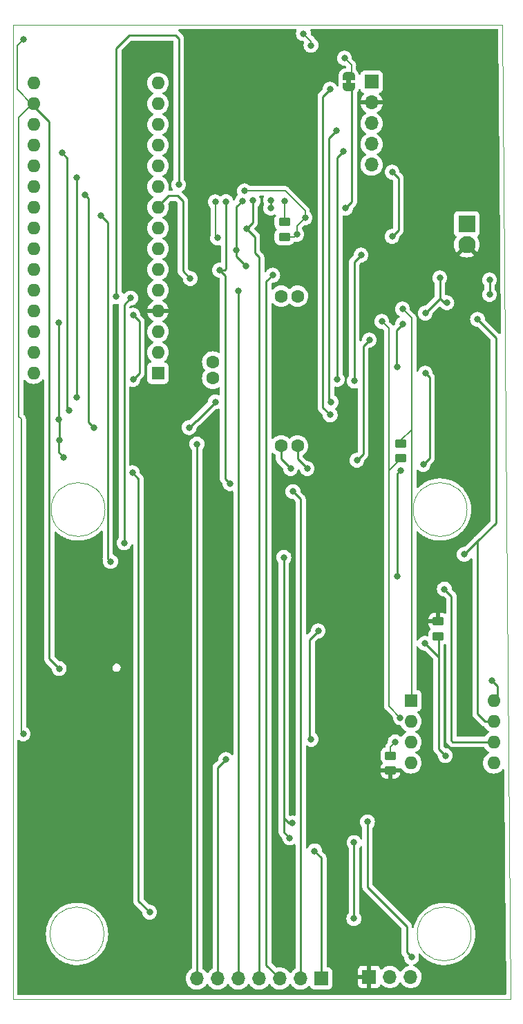
<source format=gbr>
%TF.GenerationSoftware,KiCad,Pcbnew,(6.0.11)*%
%TF.CreationDate,2023-06-04T20:58:31-05:00*%
%TF.ProjectId,Payload-Hard,5061796c-6f61-4642-9d48-6172642e6b69,V1*%
%TF.SameCoordinates,Original*%
%TF.FileFunction,Copper,L2,Bot*%
%TF.FilePolarity,Positive*%
%FSLAX46Y46*%
G04 Gerber Fmt 4.6, Leading zero omitted, Abs format (unit mm)*
G04 Created by KiCad (PCBNEW (6.0.11)) date 2023-06-04 20:58:31*
%MOMM*%
%LPD*%
G01*
G04 APERTURE LIST*
G04 Aperture macros list*
%AMRoundRect*
0 Rectangle with rounded corners*
0 $1 Rounding radius*
0 $2 $3 $4 $5 $6 $7 $8 $9 X,Y pos of 4 corners*
0 Add a 4 corners polygon primitive as box body*
4,1,4,$2,$3,$4,$5,$6,$7,$8,$9,$2,$3,0*
0 Add four circle primitives for the rounded corners*
1,1,$1+$1,$2,$3*
1,1,$1+$1,$4,$5*
1,1,$1+$1,$6,$7*
1,1,$1+$1,$8,$9*
0 Add four rect primitives between the rounded corners*
20,1,$1+$1,$2,$3,$4,$5,0*
20,1,$1+$1,$4,$5,$6,$7,0*
20,1,$1+$1,$6,$7,$8,$9,0*
20,1,$1+$1,$8,$9,$2,$3,0*%
%AMFreePoly0*
4,1,22,0.500000,-0.750000,0.000000,-0.750000,0.000000,-0.745033,-0.079941,-0.743568,-0.215256,-0.701293,-0.333266,-0.622738,-0.424486,-0.514219,-0.481581,-0.384460,-0.499164,-0.250000,-0.500000,-0.250000,-0.500000,0.250000,-0.499164,0.250000,-0.499963,0.256109,-0.478152,0.396186,-0.417904,0.524511,-0.324060,0.630769,-0.204165,0.706417,-0.067858,0.745374,0.000000,0.744959,0.000000,0.750000,
0.500000,0.750000,0.500000,-0.750000,0.500000,-0.750000,$1*%
%AMFreePoly1*
4,1,20,0.000000,0.744959,0.073905,0.744508,0.209726,0.703889,0.328688,0.626782,0.421226,0.519385,0.479903,0.390333,0.500000,0.250000,0.500000,-0.250000,0.499851,-0.262216,0.476331,-0.402017,0.414519,-0.529596,0.319384,-0.634700,0.198574,-0.708877,0.061801,-0.746166,0.000000,-0.745033,0.000000,-0.750000,-0.500000,-0.750000,-0.500000,0.750000,0.000000,0.750000,0.000000,0.744959,
0.000000,0.744959,$1*%
G04 Aperture macros list end*
%TA.AperFunction,Profile*%
%ADD10C,0.100000*%
%TD*%
%TA.AperFunction,ComponentPad*%
%ADD11C,1.600000*%
%TD*%
%TA.AperFunction,ComponentPad*%
%ADD12R,1.700000X1.700000*%
%TD*%
%TA.AperFunction,ComponentPad*%
%ADD13O,1.700000X1.700000*%
%TD*%
%TA.AperFunction,ComponentPad*%
%ADD14R,1.600000X1.600000*%
%TD*%
%TA.AperFunction,ComponentPad*%
%ADD15O,1.600000X1.600000*%
%TD*%
%TA.AperFunction,ComponentPad*%
%ADD16R,2.100000X2.100000*%
%TD*%
%TA.AperFunction,ComponentPad*%
%ADD17C,2.100000*%
%TD*%
%TA.AperFunction,SMDPad,CuDef*%
%ADD18RoundRect,0.250000X0.450000X-0.262500X0.450000X0.262500X-0.450000X0.262500X-0.450000X-0.262500X0*%
%TD*%
%TA.AperFunction,SMDPad,CuDef*%
%ADD19FreePoly0,270.000000*%
%TD*%
%TA.AperFunction,SMDPad,CuDef*%
%ADD20FreePoly1,270.000000*%
%TD*%
%TA.AperFunction,SMDPad,CuDef*%
%ADD21RoundRect,0.250000X-0.450000X0.262500X-0.450000X-0.262500X0.450000X-0.262500X0.450000X0.262500X0*%
%TD*%
%TA.AperFunction,ViaPad*%
%ADD22C,0.800000*%
%TD*%
%TA.AperFunction,Conductor*%
%ADD23C,0.150000*%
%TD*%
%TA.AperFunction,Conductor*%
%ADD24C,0.250000*%
%TD*%
%TA.AperFunction,Conductor*%
%ADD25C,0.127000*%
%TD*%
G04 APERTURE END LIST*
D10*
X159800000Y-94940000D02*
G75*
G03*
X159800000Y-94940000I-3300000J0D01*
G01*
X164140000Y-35560000D02*
X165100000Y-154940000D01*
X115440000Y-94940000D02*
G75*
G03*
X115440000Y-94940000I-3300000J0D01*
G01*
X165100000Y-154940000D02*
X104140000Y-154940000D01*
X116840001Y-114300000D02*
G75*
G03*
X116840001Y-114300000I-1J0D01*
G01*
X104140000Y-154940000D02*
X104140000Y-35560000D01*
X104140000Y-35560000D02*
X164140000Y-35560000D01*
X160300000Y-146940000D02*
G75*
G03*
X160300000Y-146940000I-3300000J0D01*
G01*
X115300000Y-146940000D02*
G75*
G03*
X115300000Y-146940000I-3300000J0D01*
G01*
%TO.C,JP102*%
G36*
X145600000Y-42750000D02*
G01*
X145000000Y-42750000D01*
X145000000Y-42250000D01*
X145600000Y-42250000D01*
X145600000Y-42750000D01*
G37*
%TD*%
D11*
%TO.P,U102,1,Working*%
%TO.N,Net-(U102-Pad1)*%
X137015000Y-87130000D03*
%TO.P,U102,4,Reference*%
%TO.N,/Reference*%
X137015000Y-68790000D03*
%TO.P,U102,5,Counter*%
%TO.N,/Counter*%
X139015000Y-68790000D03*
%TO.P,U102,6,Working*%
%TO.N,Net-(U102-Pad1)*%
X139015000Y-87130000D03*
%TO.P,U102,7*%
%TO.N,N/C*%
X128625000Y-76850000D03*
%TO.P,U102,8*%
X128625000Y-78850000D03*
%TD*%
D12*
%TO.P,J105,1,Pin_1*%
%TO.N,GND*%
X147800000Y-152200000D03*
D13*
%TO.P,J105,2,Pin_2*%
%TO.N,Net-(JP106-Pad2)*%
X150340000Y-152200000D03*
%TO.P,J105,3,Pin_3*%
%TO.N,/Dust_SIG*%
X152880000Y-152200000D03*
%TD*%
D14*
%TO.P,A101,1,D1/TX*%
%TO.N,unconnected-(A101-Pad1)*%
X121920000Y-78232000D03*
D15*
%TO.P,A101,2,D0/RX*%
%TO.N,unconnected-(A101-Pad2)*%
X121920000Y-75692000D03*
%TO.P,A101,3,~{RESET}*%
%TO.N,unconnected-(A101-Pad3)*%
X121920000Y-73152000D03*
%TO.P,A101,4,GND*%
%TO.N,GND*%
X121920000Y-70612000D03*
%TO.P,A101,5,D2*%
%TO.N,/Dust_SIG*%
X121920000Y-68072000D03*
%TO.P,A101,6,D3*%
%TO.N,/SPI_SDCARD_CS*%
X121920000Y-65532000D03*
%TO.P,A101,7,D4*%
%TO.N,/SPI_SDCARD_MOSI*%
X121920000Y-62992000D03*
%TO.P,A101,8,D5*%
%TO.N,/SPI_SDCARD_SCK*%
X121920000Y-60452000D03*
%TO.P,A101,9,D6*%
%TO.N,/SPI_SDCARD_MISO*%
X121920000Y-57912000D03*
%TO.P,A101,10,D7*%
%TO.N,unconnected-(A101-Pad10)*%
X121920000Y-55372000D03*
%TO.P,A101,11,D8*%
%TO.N,unconnected-(A101-Pad11)*%
X121920000Y-52832000D03*
%TO.P,A101,12,D9*%
%TO.N,unconnected-(A101-Pad12)*%
X121920000Y-50292000D03*
%TO.P,A101,13,D10*%
%TO.N,unconnected-(A101-Pad13)*%
X121920000Y-47752000D03*
%TO.P,A101,14,D11*%
%TO.N,unconnected-(A101-Pad14)*%
X121920000Y-45212000D03*
%TO.P,A101,15,D12*%
%TO.N,unconnected-(A101-Pad15)*%
X121920000Y-42672000D03*
%TO.P,A101,16,D13*%
%TO.N,unconnected-(A101-Pad16)*%
X106680000Y-42672000D03*
%TO.P,A101,17,3V3*%
%TO.N,/3V3*%
X106680000Y-45212000D03*
%TO.P,A101,18,AREF*%
%TO.N,unconnected-(A101-Pad18)*%
X106680000Y-47752000D03*
%TO.P,A101,19,A0*%
%TO.N,/RED*%
X106680000Y-50292000D03*
%TO.P,A101,20,A1*%
%TO.N,/NOX*%
X106680000Y-52832000D03*
%TO.P,A101,21,A2*%
%TO.N,/PRE*%
X106680000Y-55372000D03*
%TO.P,A101,22,A3*%
%TO.N,/SO2_Out*%
X106680000Y-57912000D03*
%TO.P,A101,23,A4*%
%TO.N,unconnected-(A101-Pad23)*%
X106680000Y-60452000D03*
%TO.P,A101,24,A5*%
%TO.N,unconnected-(A101-Pad24)*%
X106680000Y-62992000D03*
%TO.P,A101,25,A6*%
%TO.N,unconnected-(A101-Pad25)*%
X106680000Y-65532000D03*
%TO.P,A101,26,A7*%
%TO.N,unconnected-(A101-Pad26)*%
X106680000Y-68072000D03*
%TO.P,A101,27,+5V*%
%TO.N,/5V*%
X106680000Y-70612000D03*
%TO.P,A101,28,~{RESET}*%
%TO.N,unconnected-(A101-Pad28)*%
X106680000Y-73152000D03*
%TO.P,A101,29,GND*%
%TO.N,GND*%
X106680000Y-75692000D03*
%TO.P,A101,30,VIN*%
%TO.N,/Vbattery*%
X106680000Y-78232000D03*
%TD*%
D12*
%TO.P,J103,1,Pin_1*%
%TO.N,/Dust_SIG*%
X141935000Y-152400000D03*
D13*
%TO.P,J103,2,Pin_2*%
%TO.N,/SPI_SDCARD_CS*%
X139395000Y-152400000D03*
%TO.P,J103,3,Pin_3*%
%TO.N,/SPI_SDCARD_MOSI*%
X136855000Y-152400000D03*
%TO.P,J103,4,Pin_4*%
%TO.N,/SPI_SDCARD_SCK*%
X134315000Y-152400000D03*
%TO.P,J103,5,Pin_5*%
%TO.N,/SPI_SDCARD_MISO*%
X131775000Y-152400000D03*
%TO.P,J103,6,Pin_6*%
%TO.N,/3V3*%
X129235000Y-152400000D03*
%TO.P,J103,7,Pin_7*%
%TO.N,/5V*%
X126695000Y-152400000D03*
%TD*%
D12*
%TO.P,J102,1,Pin_1*%
%TO.N,/5V*%
X148100000Y-42525000D03*
D13*
%TO.P,J102,2,Pin_2*%
%TO.N,GND*%
X148100000Y-45065000D03*
%TO.P,J102,3,Pin_3*%
%TO.N,/RED*%
X148100000Y-47605000D03*
%TO.P,J102,4,Pin_4*%
%TO.N,/NOX*%
X148100000Y-50145000D03*
%TO.P,J102,5,Pin_5*%
%TO.N,/PRE*%
X148100000Y-52685000D03*
%TD*%
D14*
%TO.P,U101,1*%
%TO.N,/Counter*%
X152908000Y-118364000D03*
D15*
%TO.P,U101,2,-*%
%TO.N,/Reference*%
X152908000Y-120904000D03*
%TO.P,U101,3,+*%
%TO.N,Net-(R101-Pad2)*%
X152908000Y-123444000D03*
%TO.P,U101,4,V-*%
%TO.N,unconnected-(U101-Pad4)*%
X152908000Y-125984000D03*
%TO.P,U101,5,+*%
%TO.N,Net-(R105-Pad2)*%
X163068000Y-125984000D03*
%TO.P,U101,6,-*%
%TO.N,Net-(C103-Pad1)*%
X163068000Y-123444000D03*
%TO.P,U101,7*%
%TO.N,/SO2_Out*%
X163068000Y-120904000D03*
%TO.P,U101,8,V+*%
%TO.N,Net-(JP103-Pad1)*%
X163068000Y-118364000D03*
%TD*%
D16*
%TO.P,J104,1,Pin_1*%
%TO.N,/Vbattery*%
X159766000Y-59944000D03*
D17*
%TO.P,J104,2,Pin_2*%
%TO.N,GND*%
X159766000Y-62484000D03*
%TD*%
D18*
%TO.P,R107,1*%
%TO.N,Net-(R105-Pad2)*%
X156250000Y-110472500D03*
%TO.P,R107,2*%
%TO.N,GND*%
X156250000Y-108647500D03*
%TD*%
%TO.P,R103,1*%
%TO.N,Net-(C101-Pad2)*%
X137414000Y-61539500D03*
%TO.P,R103,2*%
%TO.N,Net-(J101-Pad8)*%
X137414000Y-59714500D03*
%TD*%
D19*
%TO.P,JP102,1,A*%
%TO.N,/3V3*%
X145300000Y-41850000D03*
D20*
%TO.P,JP102,2,B*%
%TO.N,Net-(C101-Pad2)*%
X145300000Y-43150000D03*
%TD*%
D21*
%TO.P,C102,1*%
%TO.N,/Counter*%
X151638000Y-86821000D03*
%TO.P,C102,2*%
%TO.N,/Reference*%
X151638000Y-88646000D03*
%TD*%
%TO.P,R102,1*%
%TO.N,Net-(R101-Pad2)*%
X150400000Y-125087500D03*
%TO.P,R102,2*%
%TO.N,GND*%
X150400000Y-126912500D03*
%TD*%
D22*
%TO.N,GND*%
X155750000Y-106610000D03*
%TO.N,/Dust_SIG*%
X118570000Y-69030000D03*
X138060000Y-135170000D03*
X141110000Y-136770000D03*
X137350000Y-100800000D03*
X138370500Y-133350000D03*
X117770000Y-99020000D03*
X147600000Y-133200000D03*
X153000000Y-149800000D03*
%TO.N,/SPI_SDCARD_CS*%
X138460000Y-92720000D03*
X130750500Y-91770000D03*
X129450000Y-65600000D03*
X130250000Y-57202000D03*
%TO.N,/SPI_SDCARD_MOSI*%
X135985000Y-66215000D03*
X132710000Y-65110000D03*
X131500000Y-63125000D03*
X132251777Y-57153651D03*
%TO.N,/SPI_SDCARD_SCK*%
X132774000Y-60500500D03*
X133550000Y-57096000D03*
%TO.N,/SPI_SDCARD_MISO*%
X131775000Y-68115000D03*
X135750000Y-57036000D03*
X135750000Y-57999500D03*
X125870000Y-66624500D03*
%TO.N,/3V3*%
X141560000Y-109810000D03*
X105410000Y-122428000D03*
X105410000Y-37338000D03*
X144780000Y-39624000D03*
X140670000Y-38054000D03*
X139744000Y-36620000D03*
X109815000Y-114425000D03*
X140700000Y-123100000D03*
X130240000Y-125560000D03*
%TO.N,/RED*%
X110150000Y-51230000D03*
X143764000Y-48514000D03*
X143144500Y-81767500D03*
X111022000Y-82780000D03*
%TO.N,/NOX*%
X111970000Y-54250000D03*
X143894500Y-78994000D03*
X111970000Y-81160000D03*
X144650500Y-51054000D03*
%TO.N,/PRE*%
X146812000Y-63754000D03*
X145980000Y-79178000D03*
X125740000Y-84894500D03*
X150622000Y-61468000D03*
X112994500Y-56350000D03*
X114080000Y-84894500D03*
X150622000Y-53585500D03*
X128950000Y-81755500D03*
%TO.N,/SO2_Out*%
X159460000Y-100420000D03*
X116110000Y-101300000D03*
X162560000Y-68580000D03*
X161080000Y-71628000D03*
X114950000Y-58920000D03*
X162560000Y-66802000D03*
%TO.N,/5V*%
X145920000Y-145060000D03*
X110363000Y-88519000D03*
X118794500Y-90424000D03*
X126695000Y-86919000D03*
X120904000Y-144272000D03*
X109820000Y-86440000D03*
X145950000Y-135750000D03*
X109780000Y-83870000D03*
X143002000Y-43434000D03*
X109780000Y-72020000D03*
X143025431Y-83335431D03*
%TO.N,/Vbattery*%
X116794500Y-68834000D03*
X124460000Y-55118000D03*
X118872000Y-78994000D03*
X118872000Y-71120000D03*
%TO.N,Net-(J101-Pad1)*%
X128950497Y-57231503D03*
X129225500Y-61663500D03*
%TO.N,Net-(J101-Pad8)*%
X137414000Y-57150000D03*
%TO.N,/Counter*%
X151892000Y-70358000D03*
%TO.N,/Reference*%
X151620000Y-120440000D03*
X149352000Y-71882000D03*
%TO.N,Net-(C103-Pad1)*%
X151892000Y-72215500D03*
X151204500Y-103100000D03*
X156464000Y-66548000D03*
X154686000Y-70866000D03*
X157020000Y-104690000D03*
X154432000Y-89408000D03*
X151204500Y-77470000D03*
X151638000Y-90170000D03*
X157320000Y-69596000D03*
X154686000Y-78232000D03*
%TO.N,Net-(R101-Pad2)*%
X151000000Y-123400000D03*
%TO.N,Net-(R105-Pad2)*%
X154620000Y-111320000D03*
X157140000Y-125090000D03*
%TO.N,Net-(U102-Pad1)*%
X138176000Y-89916000D03*
X147828000Y-74168000D03*
X146304000Y-88900000D03*
X140208000Y-89916000D03*
%TO.N,Net-(C101-Pad2)*%
X144919000Y-57999500D03*
X138938000Y-61214000D03*
X139954000Y-59182000D03*
X132525500Y-55880000D03*
%TO.N,Net-(JP103-Pad1)*%
X162860000Y-115910000D03*
%TD*%
D23*
%TO.N,/3V3*%
X105156000Y-83820000D02*
X104860000Y-83524000D01*
D24*
%TO.N,/Dust_SIG*%
X118570000Y-69030000D02*
X117770000Y-69830000D01*
X141935000Y-137595000D02*
X141935000Y-152400000D01*
X152400000Y-149200000D02*
X153000000Y-149800000D01*
X152400000Y-146000000D02*
X152400000Y-149200000D01*
X137922000Y-133350000D02*
X137414000Y-132842000D01*
X137350000Y-134460000D02*
X138060000Y-135170000D01*
X147600000Y-133200000D02*
X147600000Y-141200000D01*
X137350000Y-100800000D02*
X137350000Y-134460000D01*
X147600000Y-141200000D02*
X152400000Y-146000000D01*
X138370500Y-133350000D02*
X137922000Y-133350000D01*
X117770000Y-69830000D02*
X117770000Y-99020000D01*
X141110000Y-136770000D02*
X141935000Y-137595000D01*
%TO.N,/SPI_SDCARD_CS*%
X139395000Y-93655000D02*
X139395000Y-152400000D01*
X129450000Y-65600000D02*
X130150000Y-66300000D01*
X130050000Y-65600000D02*
X129450000Y-65600000D01*
X138460000Y-92720000D02*
X139395000Y-93655000D01*
X130150000Y-91169500D02*
X130750500Y-91770000D01*
X130250000Y-65400000D02*
X130050000Y-65600000D01*
X130250000Y-57202000D02*
X130250000Y-65400000D01*
X130150000Y-66300000D02*
X130150000Y-91169500D01*
%TO.N,/SPI_SDCARD_MOSI*%
X132710000Y-65110000D02*
X131500000Y-63900000D01*
X135985000Y-66215000D02*
X135200000Y-67000000D01*
X135200000Y-67000000D02*
X135200000Y-150745000D01*
X135200000Y-150745000D02*
X136855000Y-152400000D01*
X131549503Y-57855925D02*
X131549503Y-63075497D01*
X131549503Y-63075497D02*
X131500000Y-63125000D01*
X132251777Y-57153651D02*
X131549503Y-57855925D01*
X131500000Y-63900000D02*
X131500000Y-63125000D01*
%TO.N,/SPI_SDCARD_SCK*%
X133804063Y-63514063D02*
X134315000Y-64025000D01*
X132774000Y-60500500D02*
X133804063Y-61530563D01*
X133550000Y-57096000D02*
X133550000Y-59724500D01*
X133550000Y-59724500D02*
X132774000Y-60500500D01*
X133804063Y-61530563D02*
X133804063Y-63514063D01*
X134315000Y-64025000D02*
X134315000Y-152400000D01*
%TO.N,/SPI_SDCARD_MISO*%
X124974500Y-65729000D02*
X125870000Y-66624500D01*
X123190000Y-56500000D02*
X124349569Y-56500000D01*
X121710000Y-57980000D02*
X123190000Y-56500000D01*
X124349569Y-56500000D02*
X124974500Y-57124931D01*
X135750000Y-57036000D02*
X135750000Y-57999500D01*
X124974500Y-57124931D02*
X124974500Y-65729000D01*
X131775000Y-68115000D02*
X131775000Y-152400000D01*
%TO.N,/3V3*%
X141560000Y-109810000D02*
X140500000Y-110870000D01*
D23*
X140670000Y-37546000D02*
X140670000Y-38054000D01*
X104860000Y-83524000D02*
X104860000Y-46890000D01*
X104860000Y-46890000D02*
X106470000Y-45280000D01*
D24*
X140500000Y-122900000D02*
X140700000Y-123100000D01*
X129235000Y-126565000D02*
X129235000Y-152400000D01*
D23*
X145625000Y-40469000D02*
X145625000Y-41525000D01*
X144780000Y-39624000D02*
X145625000Y-40469000D01*
D24*
X109815000Y-114425000D02*
X108607699Y-113217699D01*
X108607699Y-113217699D02*
X108607699Y-47417699D01*
D23*
X105410000Y-122428000D02*
X105156000Y-122174000D01*
X145625000Y-41525000D02*
X145300000Y-41850000D01*
D24*
X108607699Y-47417699D02*
X106470000Y-45280000D01*
D23*
X104639500Y-38108500D02*
X104639500Y-43449500D01*
X105410000Y-37338000D02*
X104639500Y-38108500D01*
X139744000Y-36620000D02*
X140670000Y-37546000D01*
D24*
X140500000Y-110870000D02*
X140500000Y-122900000D01*
D23*
X105156000Y-122174000D02*
X105156000Y-83820000D01*
X104639500Y-43449500D02*
X106470000Y-45280000D01*
D24*
X130240000Y-125560000D02*
X129235000Y-126565000D01*
%TO.N,/RED*%
X110150000Y-51230000D02*
X110804500Y-51884500D01*
X142870000Y-81493000D02*
X142870000Y-49408000D01*
X143144500Y-81767500D02*
X142870000Y-81493000D01*
X142870000Y-49408000D02*
X143764000Y-48514000D01*
X110804500Y-51884500D02*
X110804500Y-82780000D01*
%TO.N,/NOX*%
X143894500Y-78994000D02*
X143894500Y-51810000D01*
X143894500Y-51810000D02*
X144650500Y-51054000D01*
X111970000Y-54250000D02*
X111970000Y-81160000D01*
%TO.N,/PRE*%
X151385000Y-54348500D02*
X151385000Y-60705000D01*
X128950000Y-81755500D02*
X126651000Y-84054500D01*
X113410000Y-56765500D02*
X112994500Y-56350000D01*
X113410000Y-84224500D02*
X113410000Y-56765500D01*
X145980000Y-79178000D02*
X145980000Y-64586000D01*
X126651000Y-84054500D02*
X126580000Y-84054500D01*
X145980000Y-64586000D02*
X146812000Y-63754000D01*
X114080000Y-84894500D02*
X113410000Y-84224500D01*
X126580000Y-84054500D02*
X125740000Y-84894500D01*
X150622000Y-53585500D02*
X151385000Y-54348500D01*
X151385000Y-60705000D02*
X150622000Y-61468000D01*
%TO.N,/SO2_Out*%
X162560000Y-66802000D02*
X162560000Y-68580000D01*
X161080000Y-119980000D02*
X161960000Y-120860000D01*
X161080000Y-98820000D02*
X161080000Y-119980000D01*
X163320000Y-96580000D02*
X161080000Y-98820000D01*
X159480000Y-100420000D02*
X161080000Y-98820000D01*
X115770000Y-59740000D02*
X114950000Y-58920000D01*
X159460000Y-100420000D02*
X159480000Y-100420000D01*
X161960000Y-120860000D02*
X163500000Y-120860000D01*
X115770000Y-100960000D02*
X115770000Y-59740000D01*
X116110000Y-101300000D02*
X115770000Y-100960000D01*
X161080000Y-71628000D02*
X163320000Y-73868000D01*
X163320000Y-73868000D02*
X163320000Y-96580000D01*
%TO.N,/5V*%
X109728000Y-87884000D02*
X109728000Y-86532000D01*
X109780000Y-72020000D02*
X109780000Y-83870000D01*
X119520000Y-91149500D02*
X118794500Y-90424000D01*
X142120000Y-70150000D02*
X142120000Y-70420000D01*
X145950000Y-145030000D02*
X145920000Y-145060000D01*
X120904000Y-144272000D02*
X119520000Y-142888000D01*
X110363000Y-88519000D02*
X109728000Y-87884000D01*
X145950000Y-135750000D02*
X145950000Y-145030000D01*
X109820000Y-83910000D02*
X109780000Y-83870000D01*
X142120000Y-82430000D02*
X142120000Y-70358000D01*
X109728000Y-86532000D02*
X109820000Y-86440000D01*
X126695000Y-86919000D02*
X126695000Y-152400000D01*
X143025431Y-83335431D02*
X142120000Y-82430000D01*
X109820000Y-86440000D02*
X109820000Y-83910000D01*
X119520000Y-142888000D02*
X119520000Y-91149500D01*
X142120000Y-44316000D02*
X142120000Y-70150000D01*
X143002000Y-43434000D02*
X142120000Y-44316000D01*
%TO.N,/Vbattery*%
X119634000Y-78232000D02*
X118872000Y-78994000D01*
X124079000Y-36830000D02*
X118364000Y-36830000D01*
X124460000Y-37211000D02*
X124079000Y-36830000D01*
X124460000Y-55118000D02*
X124460000Y-37211000D01*
X119634000Y-71882000D02*
X119634000Y-78232000D01*
X118872000Y-71120000D02*
X119634000Y-71882000D01*
X116794500Y-38399500D02*
X116794500Y-68834000D01*
X118364000Y-36830000D02*
X116794500Y-38399500D01*
D23*
%TO.N,Net-(J101-Pad1)*%
X128950497Y-57231503D02*
X128950497Y-61388497D01*
X128950497Y-61388497D02*
X129225500Y-61663500D01*
%TO.N,Net-(J101-Pad8)*%
X137414000Y-57150000D02*
X137414000Y-59539500D01*
%TO.N,/Counter*%
X153000000Y-71466000D02*
X153000000Y-83900000D01*
X153000000Y-84180000D02*
X153000000Y-83850000D01*
X153000000Y-118320000D02*
X153000000Y-84180000D01*
X153000000Y-85145000D02*
X153000000Y-84180000D01*
X151690000Y-86455000D02*
X153000000Y-85145000D01*
X151892000Y-70358000D02*
X153000000Y-71466000D01*
%TO.N,/Reference*%
X150230000Y-90160000D02*
X151690000Y-88700000D01*
X150230000Y-72760000D02*
X150230000Y-90160000D01*
X149352000Y-71882000D02*
X150230000Y-72760000D01*
X151620000Y-120440000D02*
X150230000Y-119050000D01*
X150230000Y-119050000D02*
X150230000Y-90160000D01*
D24*
%TO.N,Net-(C103-Pad1)*%
X151280000Y-90528000D02*
X151280000Y-103024500D01*
X156972000Y-69596000D02*
X157320000Y-69596000D01*
X151638000Y-90170000D02*
X151280000Y-90528000D01*
X151130000Y-77395500D02*
X151204500Y-77470000D01*
X158060000Y-123400000D02*
X163500000Y-123400000D01*
X157860000Y-123200000D02*
X158060000Y-123400000D01*
X151280000Y-103024500D02*
X151204500Y-103100000D01*
X156464000Y-66548000D02*
X156464000Y-69088000D01*
X157020000Y-104690000D02*
X157860000Y-105530000D01*
X154432000Y-89408000D02*
X155194000Y-88646000D01*
X151130000Y-72977500D02*
X151130000Y-77395500D01*
X151892000Y-72215500D02*
X151130000Y-72977500D01*
X155194000Y-88646000D02*
X155194000Y-78740000D01*
X157860000Y-105530000D02*
X157860000Y-123200000D01*
X156464000Y-69088000D02*
X154686000Y-70866000D01*
X155194000Y-78740000D02*
X154686000Y-78232000D01*
X156464000Y-69088000D02*
X156972000Y-69596000D01*
D23*
%TO.N,Net-(R101-Pad2)*%
X151000000Y-123400000D02*
X150400000Y-124000000D01*
X150400000Y-124000000D02*
X150400000Y-125087500D01*
D24*
%TO.N,Net-(R105-Pad2)*%
X154620000Y-111320000D02*
X156290000Y-112990000D01*
X156290000Y-112990000D02*
X156290000Y-110740000D01*
X156290000Y-124240000D02*
X157140000Y-125090000D01*
X156290000Y-112990000D02*
X156290000Y-124240000D01*
%TO.N,Net-(U102-Pad1)*%
X139015000Y-88723000D02*
X140208000Y-89916000D01*
X139015000Y-88723000D02*
X139015000Y-87130000D01*
X147828000Y-74168000D02*
X147066000Y-74930000D01*
X137015000Y-88755000D02*
X137015000Y-87130000D01*
X138176000Y-89916000D02*
X137015000Y-88755000D01*
X147066000Y-88138000D02*
X146304000Y-88900000D01*
X147066000Y-74930000D02*
X147066000Y-88138000D01*
%TO.N,Net-(C101-Pad2)*%
X145675500Y-43525500D02*
X145675500Y-57243000D01*
D23*
X138938000Y-61214000D02*
X138938000Y-60198000D01*
D24*
X145300000Y-43150000D02*
X145675500Y-43525500D01*
X145675500Y-57243000D02*
X144919000Y-57999500D01*
D25*
X139954000Y-58326525D02*
X139954000Y-59182000D01*
D23*
X138938000Y-60198000D02*
X139954000Y-59182000D01*
X138938000Y-61214000D02*
X138612500Y-61539500D01*
D25*
X137507475Y-55880000D02*
X139954000Y-58326525D01*
X132525500Y-55880000D02*
X137507475Y-55880000D01*
D23*
X138612500Y-61539500D02*
X137414000Y-61539500D01*
D24*
%TO.N,Net-(JP103-Pad1)*%
X163500000Y-116550000D02*
X163500000Y-118320000D01*
X162860000Y-115910000D02*
X163500000Y-116550000D01*
%TD*%
%TA.AperFunction,Conductor*%
%TO.N,GND*%
G36*
X138864443Y-36088502D02*
G01*
X138910936Y-36142158D01*
X138921040Y-36212432D01*
X138911828Y-36244364D01*
X138909473Y-36248444D01*
X138850458Y-36430072D01*
X138849768Y-36436633D01*
X138849768Y-36436635D01*
X138831186Y-36613435D01*
X138830496Y-36620000D01*
X138831186Y-36626565D01*
X138849526Y-36801056D01*
X138850458Y-36809928D01*
X138909473Y-36991556D01*
X139004960Y-37156944D01*
X139009378Y-37161851D01*
X139009379Y-37161852D01*
X139124551Y-37289763D01*
X139132747Y-37298866D01*
X139287248Y-37411118D01*
X139293276Y-37413802D01*
X139293278Y-37413803D01*
X139427145Y-37473404D01*
X139461712Y-37488794D01*
X139555112Y-37508647D01*
X139642056Y-37527128D01*
X139642061Y-37527128D01*
X139648513Y-37528500D01*
X139712068Y-37528500D01*
X139780189Y-37548502D01*
X139826682Y-37602158D01*
X139836786Y-37672432D01*
X139831901Y-37693436D01*
X139824804Y-37715279D01*
X139776458Y-37864072D01*
X139775768Y-37870633D01*
X139775768Y-37870635D01*
X139771286Y-37913277D01*
X139756496Y-38054000D01*
X139757186Y-38060565D01*
X139774086Y-38221355D01*
X139776458Y-38243928D01*
X139835473Y-38425556D01*
X139930960Y-38590944D01*
X139935378Y-38595851D01*
X139935379Y-38595852D01*
X140044346Y-38716872D01*
X140058747Y-38732866D01*
X140093191Y-38757891D01*
X140196407Y-38832882D01*
X140213248Y-38845118D01*
X140219276Y-38847802D01*
X140219278Y-38847803D01*
X140381681Y-38920109D01*
X140387712Y-38922794D01*
X140474545Y-38941251D01*
X140568056Y-38961128D01*
X140568061Y-38961128D01*
X140574513Y-38962500D01*
X140765487Y-38962500D01*
X140771939Y-38961128D01*
X140771944Y-38961128D01*
X140865455Y-38941251D01*
X140952288Y-38922794D01*
X140958319Y-38920109D01*
X141120722Y-38847803D01*
X141120724Y-38847802D01*
X141126752Y-38845118D01*
X141143594Y-38832882D01*
X141246809Y-38757891D01*
X141281253Y-38732866D01*
X141295654Y-38716872D01*
X141404621Y-38595852D01*
X141404622Y-38595851D01*
X141409040Y-38590944D01*
X141504527Y-38425556D01*
X141563542Y-38243928D01*
X141565915Y-38221355D01*
X141582814Y-38060565D01*
X141583504Y-38054000D01*
X141568714Y-37913277D01*
X141564232Y-37870635D01*
X141564232Y-37870633D01*
X141563542Y-37864072D01*
X141504527Y-37682444D01*
X141409040Y-37517056D01*
X141394048Y-37500405D01*
X141285675Y-37380045D01*
X141285674Y-37380044D01*
X141281253Y-37375134D01*
X141275911Y-37371253D01*
X141275908Y-37371250D01*
X141237828Y-37343583D01*
X141195482Y-37289867D01*
X141182848Y-37259366D01*
X141182847Y-37259365D01*
X141179686Y-37251733D01*
X141109640Y-37160446D01*
X141109637Y-37160443D01*
X141102565Y-37151226D01*
X141091184Y-37136394D01*
X141091183Y-37136393D01*
X141086157Y-37129843D01*
X141079607Y-37124817D01*
X141079604Y-37124814D01*
X141062110Y-37111391D01*
X141049719Y-37100525D01*
X140871406Y-36922212D01*
X140691602Y-36742409D01*
X140657577Y-36680096D01*
X140655387Y-36640143D01*
X140656814Y-36626565D01*
X140657504Y-36620000D01*
X140656814Y-36613435D01*
X140638232Y-36436635D01*
X140638232Y-36436633D01*
X140637542Y-36430072D01*
X140578527Y-36248444D01*
X140576450Y-36244847D01*
X140567137Y-36175382D01*
X140597243Y-36111085D01*
X140657332Y-36073271D01*
X140691678Y-36068500D01*
X163510582Y-36068500D01*
X163578703Y-36088502D01*
X163625196Y-36142158D01*
X163636578Y-36193487D01*
X163702472Y-44387649D01*
X163934361Y-73223973D01*
X163934825Y-73281721D01*
X163915371Y-73350000D01*
X163862091Y-73396923D01*
X163791901Y-73407592D01*
X163727085Y-73378619D01*
X163719734Y-73371829D01*
X162027122Y-71679217D01*
X161993096Y-71616905D01*
X161990907Y-71603292D01*
X161974232Y-71444635D01*
X161974232Y-71444633D01*
X161973542Y-71438072D01*
X161914527Y-71256444D01*
X161819040Y-71091056D01*
X161793064Y-71062206D01*
X161695675Y-70954045D01*
X161695674Y-70954044D01*
X161691253Y-70949134D01*
X161576829Y-70866000D01*
X161542094Y-70840763D01*
X161542093Y-70840762D01*
X161536752Y-70836882D01*
X161530724Y-70834198D01*
X161530722Y-70834197D01*
X161368319Y-70761891D01*
X161368318Y-70761891D01*
X161362288Y-70759206D01*
X161249721Y-70735279D01*
X161181944Y-70720872D01*
X161181939Y-70720872D01*
X161175487Y-70719500D01*
X160984513Y-70719500D01*
X160978061Y-70720872D01*
X160978056Y-70720872D01*
X160910279Y-70735279D01*
X160797712Y-70759206D01*
X160791682Y-70761891D01*
X160791681Y-70761891D01*
X160629278Y-70834197D01*
X160629276Y-70834198D01*
X160623248Y-70836882D01*
X160617907Y-70840762D01*
X160617906Y-70840763D01*
X160583171Y-70866000D01*
X160468747Y-70949134D01*
X160464326Y-70954044D01*
X160464325Y-70954045D01*
X160366937Y-71062206D01*
X160340960Y-71091056D01*
X160245473Y-71256444D01*
X160186458Y-71438072D01*
X160185768Y-71444633D01*
X160185768Y-71444635D01*
X160172806Y-71567966D01*
X160166496Y-71628000D01*
X160167186Y-71634565D01*
X160182694Y-71782111D01*
X160186458Y-71817928D01*
X160245473Y-71999556D01*
X160248776Y-72005278D01*
X160248777Y-72005279D01*
X160273732Y-72048502D01*
X160340960Y-72164944D01*
X160345378Y-72169851D01*
X160345379Y-72169852D01*
X160432597Y-72266717D01*
X160468747Y-72306866D01*
X160528661Y-72350396D01*
X160617045Y-72414611D01*
X160623248Y-72419118D01*
X160629276Y-72421802D01*
X160629278Y-72421803D01*
X160737756Y-72470100D01*
X160797712Y-72496794D01*
X160891112Y-72516647D01*
X160978056Y-72535128D01*
X160978061Y-72535128D01*
X160984513Y-72536500D01*
X161040406Y-72536500D01*
X161108527Y-72556502D01*
X161129501Y-72573405D01*
X162649595Y-74093499D01*
X162683621Y-74155811D01*
X162686500Y-74182594D01*
X162686500Y-96265405D01*
X162666498Y-96333526D01*
X162649595Y-96354500D01*
X160687747Y-98316348D01*
X160679461Y-98323888D01*
X160672982Y-98328000D01*
X160667557Y-98333777D01*
X160626357Y-98377651D01*
X160623602Y-98380493D01*
X160603865Y-98400230D01*
X160603862Y-98400234D01*
X159529500Y-99474595D01*
X159467188Y-99508621D01*
X159440405Y-99511500D01*
X159364513Y-99511500D01*
X159358061Y-99512872D01*
X159358056Y-99512872D01*
X159271113Y-99531353D01*
X159177712Y-99551206D01*
X159171682Y-99553891D01*
X159171681Y-99553891D01*
X159009278Y-99626197D01*
X159009276Y-99626198D01*
X159003248Y-99628882D01*
X158848747Y-99741134D01*
X158844326Y-99746044D01*
X158844325Y-99746045D01*
X158783316Y-99813803D01*
X158720960Y-99883056D01*
X158625473Y-100048444D01*
X158566458Y-100230072D01*
X158546496Y-100420000D01*
X158547186Y-100426565D01*
X158555556Y-100506197D01*
X158566458Y-100609928D01*
X158625473Y-100791556D01*
X158720960Y-100956944D01*
X158725378Y-100961851D01*
X158725379Y-100961852D01*
X158758439Y-100998569D01*
X158848747Y-101098866D01*
X159003248Y-101211118D01*
X159009276Y-101213802D01*
X159009278Y-101213803D01*
X159171681Y-101286109D01*
X159177712Y-101288794D01*
X159261318Y-101306565D01*
X159358056Y-101327128D01*
X159358061Y-101327128D01*
X159364513Y-101328500D01*
X159555487Y-101328500D01*
X159561939Y-101327128D01*
X159561944Y-101327128D01*
X159658682Y-101306565D01*
X159742288Y-101288794D01*
X159748319Y-101286109D01*
X159910722Y-101213803D01*
X159910724Y-101213802D01*
X159916752Y-101211118D01*
X160071253Y-101098866D01*
X160161561Y-100998569D01*
X160194621Y-100961852D01*
X160194622Y-100961851D01*
X160199040Y-100956944D01*
X160211382Y-100935567D01*
X160262764Y-100886575D01*
X160332478Y-100873140D01*
X160398389Y-100899527D01*
X160439570Y-100957359D01*
X160446500Y-100998569D01*
X160446500Y-119901233D01*
X160445973Y-119912416D01*
X160444298Y-119919909D01*
X160444547Y-119927835D01*
X160444547Y-119927836D01*
X160446438Y-119987986D01*
X160446500Y-119991945D01*
X160446500Y-120019856D01*
X160446997Y-120023790D01*
X160446997Y-120023791D01*
X160447005Y-120023856D01*
X160447938Y-120035693D01*
X160449327Y-120079889D01*
X160454978Y-120099339D01*
X160458987Y-120118700D01*
X160461526Y-120138797D01*
X160464445Y-120146168D01*
X160464445Y-120146170D01*
X160477804Y-120179912D01*
X160481649Y-120191142D01*
X160493982Y-120233593D01*
X160498015Y-120240412D01*
X160498017Y-120240417D01*
X160504293Y-120251028D01*
X160512988Y-120268776D01*
X160520448Y-120287617D01*
X160525110Y-120294033D01*
X160525110Y-120294034D01*
X160546436Y-120323387D01*
X160552952Y-120333307D01*
X160575458Y-120371362D01*
X160589779Y-120385683D01*
X160602619Y-120400716D01*
X160614528Y-120417107D01*
X160620633Y-120422158D01*
X160620638Y-120422163D01*
X160648604Y-120445299D01*
X160657382Y-120453287D01*
X161456348Y-121252253D01*
X161463888Y-121260539D01*
X161468000Y-121267018D01*
X161473777Y-121272443D01*
X161517651Y-121313643D01*
X161520493Y-121316398D01*
X161540230Y-121336135D01*
X161543427Y-121338615D01*
X161552447Y-121346318D01*
X161584679Y-121376586D01*
X161591625Y-121380405D01*
X161591628Y-121380407D01*
X161602434Y-121386348D01*
X161618953Y-121397199D01*
X161634959Y-121409614D01*
X161642228Y-121412759D01*
X161642232Y-121412762D01*
X161675537Y-121427174D01*
X161686187Y-121432391D01*
X161724940Y-121453695D01*
X161732615Y-121455666D01*
X161732616Y-121455666D01*
X161744562Y-121458733D01*
X161763267Y-121465137D01*
X161781855Y-121473181D01*
X161789678Y-121474420D01*
X161789688Y-121474423D01*
X161825524Y-121480099D01*
X161837137Y-121482503D01*
X161840383Y-121483336D01*
X161844026Y-121484271D01*
X161905034Y-121520581D01*
X161926894Y-121553066D01*
X161928149Y-121555758D01*
X161928152Y-121555764D01*
X161930477Y-121560749D01*
X161933634Y-121565257D01*
X162058640Y-121743784D01*
X162061802Y-121748300D01*
X162223700Y-121910198D01*
X162228208Y-121913355D01*
X162228211Y-121913357D01*
X162306389Y-121968098D01*
X162411251Y-122041523D01*
X162416233Y-122043846D01*
X162416238Y-122043849D01*
X162450457Y-122059805D01*
X162503742Y-122106722D01*
X162523203Y-122174999D01*
X162502661Y-122242959D01*
X162450457Y-122288195D01*
X162416238Y-122304151D01*
X162416233Y-122304154D01*
X162411251Y-122306477D01*
X162378051Y-122329724D01*
X162228211Y-122434643D01*
X162228208Y-122434645D01*
X162223700Y-122437802D01*
X162061802Y-122599700D01*
X162058645Y-122604208D01*
X162058643Y-122604211D01*
X161982629Y-122712771D01*
X161927172Y-122757099D01*
X161879416Y-122766500D01*
X158619500Y-122766500D01*
X158551379Y-122746498D01*
X158504886Y-122692842D01*
X158493500Y-122640500D01*
X158493500Y-105608763D01*
X158494027Y-105597579D01*
X158495701Y-105590091D01*
X158493562Y-105522032D01*
X158493500Y-105518075D01*
X158493500Y-105490144D01*
X158492994Y-105486138D01*
X158492061Y-105474292D01*
X158490922Y-105438037D01*
X158490673Y-105430110D01*
X158485022Y-105410658D01*
X158481014Y-105391306D01*
X158479468Y-105379068D01*
X158479467Y-105379066D01*
X158478474Y-105371203D01*
X158462194Y-105330086D01*
X158458359Y-105318885D01*
X158446018Y-105276406D01*
X158441985Y-105269587D01*
X158441983Y-105269582D01*
X158435707Y-105258971D01*
X158427010Y-105241221D01*
X158419552Y-105222383D01*
X158393571Y-105186623D01*
X158387053Y-105176701D01*
X158368578Y-105145460D01*
X158368574Y-105145455D01*
X158364542Y-105138637D01*
X158350218Y-105124313D01*
X158337376Y-105109278D01*
X158325472Y-105092893D01*
X158291406Y-105064711D01*
X158282627Y-105056722D01*
X157967122Y-104741217D01*
X157933096Y-104678905D01*
X157930907Y-104665292D01*
X157914232Y-104506635D01*
X157914232Y-104506633D01*
X157913542Y-104500072D01*
X157854527Y-104318444D01*
X157759040Y-104153056D01*
X157631253Y-104011134D01*
X157476752Y-103898882D01*
X157470724Y-103896198D01*
X157470722Y-103896197D01*
X157308319Y-103823891D01*
X157308318Y-103823891D01*
X157302288Y-103821206D01*
X157208888Y-103801353D01*
X157121944Y-103782872D01*
X157121939Y-103782872D01*
X157115487Y-103781500D01*
X156924513Y-103781500D01*
X156918061Y-103782872D01*
X156918056Y-103782872D01*
X156831112Y-103801353D01*
X156737712Y-103821206D01*
X156731682Y-103823891D01*
X156731681Y-103823891D01*
X156569278Y-103896197D01*
X156569276Y-103896198D01*
X156563248Y-103898882D01*
X156408747Y-104011134D01*
X156280960Y-104153056D01*
X156185473Y-104318444D01*
X156126458Y-104500072D01*
X156106496Y-104690000D01*
X156126458Y-104879928D01*
X156185473Y-105061556D01*
X156280960Y-105226944D01*
X156285378Y-105231851D01*
X156285379Y-105231852D01*
X156373842Y-105330100D01*
X156408747Y-105368866D01*
X156563248Y-105481118D01*
X156569276Y-105483802D01*
X156569278Y-105483803D01*
X156655145Y-105522033D01*
X156737712Y-105558794D01*
X156831113Y-105578647D01*
X156918056Y-105597128D01*
X156918061Y-105597128D01*
X156924513Y-105598500D01*
X156980406Y-105598500D01*
X157048527Y-105618502D01*
X157069501Y-105635405D01*
X157189595Y-105755499D01*
X157223621Y-105817811D01*
X157226500Y-105844594D01*
X157226500Y-107593392D01*
X157206498Y-107661513D01*
X157152842Y-107708006D01*
X157082568Y-107718110D01*
X157034384Y-107700652D01*
X157028757Y-107697184D01*
X157015576Y-107691037D01*
X156861290Y-107639862D01*
X156847914Y-107636995D01*
X156753562Y-107627328D01*
X156747145Y-107627000D01*
X156522115Y-107627000D01*
X156506876Y-107631475D01*
X156505671Y-107632865D01*
X156504000Y-107640548D01*
X156504000Y-108775500D01*
X156483998Y-108843621D01*
X156430342Y-108890114D01*
X156378000Y-108901500D01*
X155060116Y-108901500D01*
X155044877Y-108905975D01*
X155043672Y-108907365D01*
X155042001Y-108915048D01*
X155042001Y-108957095D01*
X155042338Y-108963614D01*
X155052257Y-109059206D01*
X155055149Y-109072600D01*
X155106588Y-109226784D01*
X155112761Y-109239962D01*
X155198063Y-109377807D01*
X155207099Y-109389208D01*
X155288462Y-109470430D01*
X155322541Y-109532713D01*
X155317538Y-109603533D01*
X155288617Y-109648620D01*
X155205870Y-109731512D01*
X155205866Y-109731517D01*
X155200695Y-109736697D01*
X155107885Y-109887262D01*
X155105581Y-109894209D01*
X155070516Y-109999928D01*
X155052203Y-110055139D01*
X155041500Y-110159600D01*
X155041500Y-110325199D01*
X155021498Y-110393320D01*
X154967842Y-110439813D01*
X154897568Y-110449917D01*
X154889303Y-110448446D01*
X154721944Y-110412872D01*
X154721939Y-110412872D01*
X154715487Y-110411500D01*
X154524513Y-110411500D01*
X154518061Y-110412872D01*
X154518056Y-110412872D01*
X154431113Y-110431353D01*
X154337712Y-110451206D01*
X154331682Y-110453891D01*
X154331681Y-110453891D01*
X154169278Y-110526197D01*
X154169276Y-110526198D01*
X154163248Y-110528882D01*
X154008747Y-110641134D01*
X153880960Y-110783056D01*
X153877659Y-110788774D01*
X153818619Y-110891034D01*
X153767237Y-110940027D01*
X153697523Y-110953463D01*
X153631612Y-110927077D01*
X153590430Y-110869245D01*
X153583500Y-110828034D01*
X153583500Y-108375385D01*
X155042000Y-108375385D01*
X155046475Y-108390624D01*
X155047865Y-108391829D01*
X155055548Y-108393500D01*
X155977885Y-108393500D01*
X155993124Y-108389025D01*
X155994329Y-108387635D01*
X155996000Y-108379952D01*
X155996000Y-107645116D01*
X155991525Y-107629877D01*
X155990135Y-107628672D01*
X155982452Y-107627001D01*
X155752905Y-107627001D01*
X155746386Y-107627338D01*
X155650794Y-107637257D01*
X155637400Y-107640149D01*
X155483216Y-107691588D01*
X155470038Y-107697761D01*
X155332193Y-107783063D01*
X155320792Y-107792099D01*
X155206261Y-107906829D01*
X155197249Y-107918240D01*
X155112184Y-108056243D01*
X155106037Y-108069424D01*
X155054862Y-108223710D01*
X155051995Y-108237086D01*
X155042328Y-108331438D01*
X155042000Y-108337855D01*
X155042000Y-108375385D01*
X153583500Y-108375385D01*
X153583500Y-97715750D01*
X153603502Y-97647629D01*
X153657158Y-97601136D01*
X153727432Y-97591032D01*
X153792012Y-97620526D01*
X153801197Y-97629335D01*
X153860585Y-97692356D01*
X153862990Y-97694440D01*
X153862996Y-97694445D01*
X153905377Y-97731156D01*
X154152240Y-97944995D01*
X154467933Y-98166868D01*
X154508277Y-98189508D01*
X154772493Y-98337779D01*
X154804431Y-98355702D01*
X154807345Y-98356969D01*
X154807349Y-98356971D01*
X154906838Y-98400230D01*
X155158289Y-98509564D01*
X155333428Y-98565458D01*
X155522841Y-98625908D01*
X155522849Y-98625910D01*
X155525885Y-98626879D01*
X155731221Y-98670150D01*
X155900335Y-98705788D01*
X155900340Y-98705789D01*
X155903454Y-98706445D01*
X156287131Y-98747448D01*
X156290318Y-98747465D01*
X156290324Y-98747465D01*
X156465543Y-98748382D01*
X156672987Y-98749468D01*
X156819218Y-98735388D01*
X157053907Y-98712790D01*
X157053912Y-98712789D01*
X157057072Y-98712485D01*
X157060191Y-98711862D01*
X157060196Y-98711861D01*
X157384673Y-98647024D01*
X157435454Y-98636877D01*
X157719433Y-98549514D01*
X157801216Y-98524354D01*
X157801219Y-98524353D01*
X157804258Y-98523418D01*
X157807186Y-98522181D01*
X157807192Y-98522179D01*
X157967087Y-98454636D01*
X158159708Y-98373270D01*
X158162511Y-98371736D01*
X158162516Y-98371733D01*
X158308371Y-98291879D01*
X158498165Y-98187970D01*
X158816163Y-97969416D01*
X158818602Y-97967348D01*
X158818608Y-97967343D01*
X159108008Y-97721915D01*
X159108016Y-97721907D01*
X159110448Y-97719845D01*
X159112656Y-97717550D01*
X159112664Y-97717543D01*
X159375790Y-97444114D01*
X159375792Y-97444111D01*
X159378005Y-97441812D01*
X159414470Y-97395307D01*
X159614121Y-97140682D01*
X159614124Y-97140677D01*
X159616095Y-97138164D01*
X159822282Y-96812009D01*
X159823702Y-96809161D01*
X159823707Y-96809152D01*
X159993032Y-96469537D01*
X159994452Y-96466689D01*
X160130845Y-96105737D01*
X160230062Y-95732849D01*
X160291089Y-95351844D01*
X160313301Y-94966622D01*
X160313394Y-94940000D01*
X160293872Y-94554633D01*
X160265036Y-94366187D01*
X160235990Y-94176371D01*
X160235988Y-94176362D01*
X160235506Y-94173211D01*
X160138894Y-93799640D01*
X160005025Y-93437744D01*
X159974499Y-93375432D01*
X159836671Y-93094089D01*
X159836668Y-93094083D01*
X159835270Y-93091230D01*
X159718334Y-92903365D01*
X159633052Y-92766353D01*
X159633044Y-92766342D01*
X159631365Y-92763644D01*
X159496500Y-92589149D01*
X159397353Y-92460867D01*
X159397348Y-92460862D01*
X159395401Y-92458342D01*
X159261441Y-92317177D01*
X159131990Y-92180764D01*
X159131987Y-92180762D01*
X159129791Y-92178447D01*
X159106603Y-92158502D01*
X158839679Y-91928912D01*
X158839678Y-91928911D01*
X158837256Y-91926828D01*
X158628352Y-91781094D01*
X158523405Y-91707881D01*
X158523397Y-91707876D01*
X158520791Y-91706058D01*
X158511420Y-91700842D01*
X158186421Y-91519950D01*
X158186419Y-91519949D01*
X158183636Y-91518400D01*
X158180716Y-91517142D01*
X158180711Y-91517140D01*
X157832177Y-91367037D01*
X157832167Y-91367033D01*
X157829243Y-91365774D01*
X157461240Y-91249744D01*
X157131437Y-91181445D01*
X157086520Y-91172143D01*
X157086517Y-91172143D01*
X157083395Y-91171496D01*
X156754842Y-91137543D01*
X156702734Y-91132158D01*
X156702731Y-91132158D01*
X156699578Y-91131832D01*
X156696412Y-91131826D01*
X156696403Y-91131826D01*
X156505930Y-91131494D01*
X156313717Y-91131159D01*
X156123544Y-91150140D01*
X155932947Y-91169164D01*
X155932943Y-91169165D01*
X155929763Y-91169482D01*
X155926623Y-91170121D01*
X155926622Y-91170121D01*
X155554781Y-91245773D01*
X155554774Y-91245775D01*
X155551647Y-91246411D01*
X155183242Y-91361156D01*
X155180302Y-91362410D01*
X154831255Y-91511291D01*
X154831251Y-91511293D01*
X154828318Y-91512544D01*
X154490510Y-91699024D01*
X154487889Y-91700839D01*
X154487884Y-91700842D01*
X154352326Y-91794707D01*
X154173276Y-91918687D01*
X153879865Y-92169285D01*
X153877668Y-92171584D01*
X153877667Y-92171585D01*
X153800594Y-92252237D01*
X153739069Y-92287667D01*
X153668157Y-92284210D01*
X153610371Y-92242964D01*
X153584057Y-92177023D01*
X153583500Y-92165186D01*
X153583500Y-90151617D01*
X153603502Y-90083496D01*
X153657158Y-90037003D01*
X153727432Y-90026899D01*
X153792012Y-90056393D01*
X153803136Y-90067307D01*
X153820747Y-90086866D01*
X153975248Y-90199118D01*
X153981276Y-90201802D01*
X153981278Y-90201803D01*
X154053756Y-90234072D01*
X154149712Y-90276794D01*
X154243112Y-90296647D01*
X154330056Y-90315128D01*
X154330061Y-90315128D01*
X154336513Y-90316500D01*
X154527487Y-90316500D01*
X154533939Y-90315128D01*
X154533944Y-90315128D01*
X154620888Y-90296647D01*
X154714288Y-90276794D01*
X154810244Y-90234072D01*
X154882722Y-90201803D01*
X154882724Y-90201802D01*
X154888752Y-90199118D01*
X155043253Y-90086866D01*
X155068588Y-90058729D01*
X155166621Y-89949852D01*
X155166622Y-89949851D01*
X155171040Y-89944944D01*
X155266527Y-89779556D01*
X155325542Y-89597928D01*
X155327138Y-89582749D01*
X155342907Y-89432708D01*
X155369920Y-89367051D01*
X155379122Y-89356782D01*
X155470634Y-89265271D01*
X155586258Y-89149647D01*
X155594537Y-89142113D01*
X155601018Y-89138000D01*
X155647644Y-89088348D01*
X155650398Y-89085507D01*
X155670135Y-89065770D01*
X155672615Y-89062573D01*
X155680320Y-89053551D01*
X155680585Y-89053269D01*
X155710586Y-89021321D01*
X155714405Y-89014375D01*
X155714407Y-89014372D01*
X155720348Y-89003566D01*
X155731199Y-88987047D01*
X155738758Y-88977301D01*
X155743614Y-88971041D01*
X155746759Y-88963772D01*
X155746762Y-88963768D01*
X155761174Y-88930463D01*
X155766391Y-88919813D01*
X155787695Y-88881060D01*
X155792733Y-88861437D01*
X155799137Y-88842734D01*
X155804033Y-88831420D01*
X155804033Y-88831419D01*
X155807181Y-88824145D01*
X155808420Y-88816322D01*
X155808423Y-88816312D01*
X155814099Y-88780476D01*
X155816505Y-88768856D01*
X155825528Y-88733711D01*
X155825528Y-88733710D01*
X155827500Y-88726030D01*
X155827500Y-88705776D01*
X155829051Y-88686065D01*
X155829211Y-88685058D01*
X155832220Y-88666057D01*
X155828059Y-88622038D01*
X155827500Y-88610181D01*
X155827500Y-78818763D01*
X155828027Y-78807579D01*
X155829701Y-78800091D01*
X155827562Y-78732032D01*
X155827500Y-78728075D01*
X155827500Y-78700144D01*
X155826994Y-78696138D01*
X155826061Y-78684292D01*
X155825706Y-78672973D01*
X155824673Y-78640110D01*
X155819022Y-78620658D01*
X155815014Y-78601306D01*
X155813468Y-78589068D01*
X155813467Y-78589066D01*
X155812474Y-78581203D01*
X155796194Y-78540086D01*
X155792359Y-78528885D01*
X155780018Y-78486406D01*
X155775985Y-78479587D01*
X155775983Y-78479582D01*
X155769707Y-78468971D01*
X155761010Y-78451221D01*
X155753552Y-78432383D01*
X155727571Y-78396623D01*
X155721053Y-78386701D01*
X155702578Y-78355460D01*
X155702574Y-78355455D01*
X155698542Y-78348637D01*
X155684218Y-78334313D01*
X155671376Y-78319278D01*
X155665928Y-78311779D01*
X155659472Y-78302893D01*
X155641574Y-78288086D01*
X155601836Y-78229255D01*
X155596579Y-78204172D01*
X155596444Y-78202882D01*
X155584251Y-78086872D01*
X155580232Y-78048635D01*
X155580232Y-78048633D01*
X155579542Y-78042072D01*
X155520527Y-77860444D01*
X155425040Y-77695056D01*
X155399064Y-77666206D01*
X155301675Y-77558045D01*
X155301674Y-77558044D01*
X155297253Y-77553134D01*
X155182829Y-77470000D01*
X155148094Y-77444763D01*
X155148093Y-77444762D01*
X155142752Y-77440882D01*
X155136724Y-77438198D01*
X155136722Y-77438197D01*
X154974319Y-77365891D01*
X154974318Y-77365891D01*
X154968288Y-77363206D01*
X154874888Y-77343353D01*
X154787944Y-77324872D01*
X154787939Y-77324872D01*
X154781487Y-77323500D01*
X154590513Y-77323500D01*
X154584061Y-77324872D01*
X154584056Y-77324872D01*
X154497112Y-77343353D01*
X154403712Y-77363206D01*
X154397682Y-77365891D01*
X154397681Y-77365891D01*
X154235278Y-77438197D01*
X154235276Y-77438198D01*
X154229248Y-77440882D01*
X154223907Y-77444762D01*
X154223906Y-77444763D01*
X154189171Y-77470000D01*
X154074747Y-77553134D01*
X154070326Y-77558044D01*
X154070325Y-77558045D01*
X153972937Y-77666206D01*
X153946960Y-77695056D01*
X153851473Y-77860444D01*
X153849432Y-77866726D01*
X153829333Y-77928584D01*
X153789259Y-77987189D01*
X153723862Y-78014826D01*
X153653906Y-78002719D01*
X153601600Y-77954713D01*
X153583500Y-77889647D01*
X153583500Y-71512503D01*
X153584578Y-71496056D01*
X153587457Y-71474188D01*
X153588535Y-71466000D01*
X153568481Y-71313676D01*
X153509686Y-71171733D01*
X153439640Y-71080446D01*
X153439637Y-71080443D01*
X153428595Y-71066053D01*
X153421184Y-71056394D01*
X153421183Y-71056393D01*
X153416157Y-71049843D01*
X153409607Y-71044817D01*
X153409604Y-71044814D01*
X153392110Y-71031391D01*
X153379719Y-71020525D01*
X153225194Y-70866000D01*
X153772496Y-70866000D01*
X153773186Y-70872565D01*
X153790863Y-71040749D01*
X153792458Y-71055928D01*
X153851473Y-71237556D01*
X153946960Y-71402944D01*
X153951378Y-71407851D01*
X153951379Y-71407852D01*
X154064790Y-71533808D01*
X154074747Y-71544866D01*
X154115374Y-71574383D01*
X154198207Y-71634565D01*
X154229248Y-71657118D01*
X154235276Y-71659802D01*
X154235278Y-71659803D01*
X154307756Y-71692072D01*
X154403712Y-71734794D01*
X154497113Y-71754647D01*
X154584056Y-71773128D01*
X154584061Y-71773128D01*
X154590513Y-71774500D01*
X154781487Y-71774500D01*
X154787939Y-71773128D01*
X154787944Y-71773128D01*
X154874887Y-71754647D01*
X154968288Y-71734794D01*
X155064244Y-71692072D01*
X155136722Y-71659803D01*
X155136724Y-71659802D01*
X155142752Y-71657118D01*
X155173794Y-71634565D01*
X155256626Y-71574383D01*
X155297253Y-71544866D01*
X155307210Y-71533808D01*
X155420621Y-71407852D01*
X155420622Y-71407851D01*
X155425040Y-71402944D01*
X155520527Y-71237556D01*
X155579542Y-71055928D01*
X155581138Y-71040749D01*
X155596907Y-70890707D01*
X155623920Y-70825050D01*
X155633122Y-70814782D01*
X156367486Y-70080418D01*
X156429798Y-70046392D01*
X156500613Y-70051457D01*
X156557449Y-70094004D01*
X156565700Y-70106513D01*
X156580960Y-70132944D01*
X156585378Y-70137851D01*
X156585379Y-70137852D01*
X156629753Y-70187134D01*
X156708747Y-70274866D01*
X156776578Y-70324148D01*
X156832207Y-70364565D01*
X156863248Y-70387118D01*
X156869276Y-70389802D01*
X156869278Y-70389803D01*
X157031681Y-70462109D01*
X157037712Y-70464794D01*
X157131112Y-70484647D01*
X157218056Y-70503128D01*
X157218061Y-70503128D01*
X157224513Y-70504500D01*
X157415487Y-70504500D01*
X157421939Y-70503128D01*
X157421944Y-70503128D01*
X157508888Y-70484647D01*
X157602288Y-70464794D01*
X157608319Y-70462109D01*
X157770722Y-70389803D01*
X157770724Y-70389802D01*
X157776752Y-70387118D01*
X157807794Y-70364565D01*
X157863422Y-70324148D01*
X157931253Y-70274866D01*
X158010247Y-70187134D01*
X158054621Y-70137852D01*
X158054622Y-70137851D01*
X158059040Y-70132944D01*
X158143622Y-69986444D01*
X158151223Y-69973279D01*
X158151224Y-69973278D01*
X158154527Y-69967556D01*
X158213542Y-69785928D01*
X158215868Y-69763803D01*
X158232814Y-69602565D01*
X158233504Y-69596000D01*
X158222280Y-69489206D01*
X158214232Y-69412635D01*
X158214232Y-69412633D01*
X158213542Y-69406072D01*
X158154527Y-69224444D01*
X158059040Y-69059056D01*
X158022152Y-69018087D01*
X157935675Y-68922045D01*
X157935674Y-68922044D01*
X157931253Y-68917134D01*
X157776752Y-68804882D01*
X157770724Y-68802198D01*
X157770722Y-68802197D01*
X157608319Y-68729891D01*
X157608318Y-68729891D01*
X157602288Y-68727206D01*
X157508888Y-68707353D01*
X157421944Y-68688872D01*
X157421939Y-68688872D01*
X157415487Y-68687500D01*
X157224513Y-68687500D01*
X157224513Y-68684703D01*
X157166781Y-68674118D01*
X157114956Y-68625592D01*
X157102518Y-68580000D01*
X161646496Y-68580000D01*
X161647186Y-68586565D01*
X161661824Y-68725834D01*
X161666458Y-68769928D01*
X161725473Y-68951556D01*
X161820960Y-69116944D01*
X161825378Y-69121851D01*
X161825379Y-69121852D01*
X161921028Y-69228081D01*
X161948747Y-69258866D01*
X161968637Y-69273317D01*
X162095575Y-69365543D01*
X162103248Y-69371118D01*
X162109276Y-69373802D01*
X162109278Y-69373803D01*
X162271681Y-69446109D01*
X162277712Y-69448794D01*
X162371112Y-69468647D01*
X162458056Y-69487128D01*
X162458061Y-69487128D01*
X162464513Y-69488500D01*
X162655487Y-69488500D01*
X162661939Y-69487128D01*
X162661944Y-69487128D01*
X162748888Y-69468647D01*
X162842288Y-69448794D01*
X162848319Y-69446109D01*
X163010722Y-69373803D01*
X163010724Y-69373802D01*
X163016752Y-69371118D01*
X163024426Y-69365543D01*
X163151363Y-69273317D01*
X163171253Y-69258866D01*
X163198972Y-69228081D01*
X163294621Y-69121852D01*
X163294622Y-69121851D01*
X163299040Y-69116944D01*
X163394527Y-68951556D01*
X163453542Y-68769928D01*
X163458177Y-68725834D01*
X163472814Y-68586565D01*
X163473504Y-68580000D01*
X163467750Y-68525255D01*
X163454232Y-68396635D01*
X163454232Y-68396633D01*
X163453542Y-68390072D01*
X163394527Y-68208444D01*
X163299040Y-68043056D01*
X163225863Y-67961785D01*
X163195147Y-67897779D01*
X163193500Y-67877476D01*
X163193500Y-67504524D01*
X163213502Y-67436403D01*
X163225858Y-67420221D01*
X163299040Y-67338944D01*
X163394527Y-67173556D01*
X163453542Y-66991928D01*
X163459249Y-66937634D01*
X163472814Y-66808565D01*
X163473504Y-66802000D01*
X163459580Y-66669523D01*
X163454232Y-66618635D01*
X163454232Y-66618633D01*
X163453542Y-66612072D01*
X163394527Y-66430444D01*
X163299040Y-66265056D01*
X163293794Y-66259229D01*
X163175675Y-66128045D01*
X163175674Y-66128044D01*
X163171253Y-66123134D01*
X163016752Y-66010882D01*
X163010724Y-66008198D01*
X163010722Y-66008197D01*
X162848319Y-65935891D01*
X162848318Y-65935891D01*
X162842288Y-65933206D01*
X162726701Y-65908637D01*
X162661944Y-65894872D01*
X162661939Y-65894872D01*
X162655487Y-65893500D01*
X162464513Y-65893500D01*
X162458061Y-65894872D01*
X162458056Y-65894872D01*
X162393299Y-65908637D01*
X162277712Y-65933206D01*
X162271682Y-65935891D01*
X162271681Y-65935891D01*
X162109278Y-66008197D01*
X162109276Y-66008198D01*
X162103248Y-66010882D01*
X161948747Y-66123134D01*
X161944326Y-66128044D01*
X161944325Y-66128045D01*
X161826207Y-66259229D01*
X161820960Y-66265056D01*
X161725473Y-66430444D01*
X161666458Y-66612072D01*
X161665768Y-66618633D01*
X161665768Y-66618635D01*
X161660420Y-66669523D01*
X161646496Y-66802000D01*
X161647186Y-66808565D01*
X161660752Y-66937634D01*
X161666458Y-66991928D01*
X161725473Y-67173556D01*
X161820960Y-67338944D01*
X161894137Y-67420215D01*
X161924853Y-67484221D01*
X161926500Y-67504524D01*
X161926500Y-67877476D01*
X161906498Y-67945597D01*
X161894142Y-67961779D01*
X161820960Y-68043056D01*
X161725473Y-68208444D01*
X161666458Y-68390072D01*
X161665768Y-68396633D01*
X161665768Y-68396635D01*
X161652250Y-68525255D01*
X161646496Y-68580000D01*
X157102518Y-68580000D01*
X157097500Y-68561606D01*
X157097500Y-67250524D01*
X157117502Y-67182403D01*
X157129858Y-67166221D01*
X157203040Y-67084944D01*
X157298527Y-66919556D01*
X157357542Y-66737928D01*
X157365064Y-66666366D01*
X157376814Y-66554565D01*
X157377504Y-66548000D01*
X157365809Y-66436729D01*
X157358232Y-66364635D01*
X157358232Y-66364633D01*
X157357542Y-66358072D01*
X157298527Y-66176444D01*
X157288857Y-66159694D01*
X157241224Y-66077192D01*
X157203040Y-66011056D01*
X157193111Y-66000028D01*
X157079675Y-65874045D01*
X157079674Y-65874044D01*
X157075253Y-65869134D01*
X156974877Y-65796206D01*
X156926094Y-65760763D01*
X156926093Y-65760762D01*
X156920752Y-65756882D01*
X156914724Y-65754198D01*
X156914722Y-65754197D01*
X156752319Y-65681891D01*
X156752318Y-65681891D01*
X156746288Y-65679206D01*
X156651500Y-65659058D01*
X156565944Y-65640872D01*
X156565939Y-65640872D01*
X156559487Y-65639500D01*
X156368513Y-65639500D01*
X156362061Y-65640872D01*
X156362056Y-65640872D01*
X156276500Y-65659058D01*
X156181712Y-65679206D01*
X156175682Y-65681891D01*
X156175681Y-65681891D01*
X156013278Y-65754197D01*
X156013276Y-65754198D01*
X156007248Y-65756882D01*
X156001907Y-65760762D01*
X156001906Y-65760763D01*
X155953123Y-65796206D01*
X155852747Y-65869134D01*
X155848326Y-65874044D01*
X155848325Y-65874045D01*
X155734890Y-66000028D01*
X155724960Y-66011056D01*
X155686776Y-66077192D01*
X155639144Y-66159694D01*
X155629473Y-66176444D01*
X155570458Y-66358072D01*
X155569768Y-66364633D01*
X155569768Y-66364635D01*
X155562191Y-66436729D01*
X155550496Y-66548000D01*
X155551186Y-66554565D01*
X155562937Y-66666366D01*
X155570458Y-66737928D01*
X155629473Y-66919556D01*
X155724960Y-67084944D01*
X155798137Y-67166215D01*
X155828853Y-67230221D01*
X155830500Y-67250524D01*
X155830500Y-68773406D01*
X155810498Y-68841527D01*
X155793595Y-68862501D01*
X154735500Y-69920595D01*
X154673188Y-69954621D01*
X154646405Y-69957500D01*
X154590513Y-69957500D01*
X154584061Y-69958872D01*
X154584056Y-69958872D01*
X154516279Y-69973279D01*
X154403712Y-69997206D01*
X154397682Y-69999891D01*
X154397681Y-69999891D01*
X154235278Y-70072197D01*
X154235276Y-70072198D01*
X154229248Y-70074882D01*
X154074747Y-70187134D01*
X154070326Y-70192044D01*
X154070325Y-70192045D01*
X153992257Y-70278749D01*
X153946960Y-70329056D01*
X153851473Y-70494444D01*
X153792458Y-70676072D01*
X153791768Y-70682633D01*
X153791768Y-70682635D01*
X153783720Y-70759206D01*
X153772496Y-70866000D01*
X153225194Y-70866000D01*
X153113923Y-70754729D01*
X152839602Y-70480409D01*
X152805577Y-70418096D01*
X152803387Y-70378143D01*
X152804814Y-70364565D01*
X152805504Y-70358000D01*
X152801946Y-70324148D01*
X152786232Y-70174635D01*
X152786232Y-70174633D01*
X152785542Y-70168072D01*
X152726527Y-69986444D01*
X152698847Y-69938500D01*
X152646312Y-69847508D01*
X152631040Y-69821056D01*
X152605064Y-69792206D01*
X152507675Y-69684045D01*
X152507674Y-69684044D01*
X152503253Y-69679134D01*
X152388829Y-69596000D01*
X152354094Y-69570763D01*
X152354093Y-69570762D01*
X152348752Y-69566882D01*
X152342724Y-69564198D01*
X152342722Y-69564197D01*
X152180319Y-69491891D01*
X152180318Y-69491891D01*
X152174288Y-69489206D01*
X152080888Y-69469353D01*
X151993944Y-69450872D01*
X151993939Y-69450872D01*
X151987487Y-69449500D01*
X151796513Y-69449500D01*
X151790061Y-69450872D01*
X151790056Y-69450872D01*
X151703112Y-69469353D01*
X151609712Y-69489206D01*
X151603682Y-69491891D01*
X151603681Y-69491891D01*
X151441278Y-69564197D01*
X151441276Y-69564198D01*
X151435248Y-69566882D01*
X151429907Y-69570762D01*
X151429906Y-69570763D01*
X151395171Y-69596000D01*
X151280747Y-69679134D01*
X151276326Y-69684044D01*
X151276325Y-69684045D01*
X151178937Y-69792206D01*
X151152960Y-69821056D01*
X151137688Y-69847508D01*
X151085154Y-69938500D01*
X151057473Y-69986444D01*
X150998458Y-70168072D01*
X150997768Y-70174633D01*
X150997768Y-70174635D01*
X150982054Y-70324148D01*
X150978496Y-70358000D01*
X150979186Y-70364565D01*
X150993894Y-70504500D01*
X150998458Y-70547928D01*
X151057473Y-70729556D01*
X151152960Y-70894944D01*
X151157378Y-70899851D01*
X151157379Y-70899852D01*
X151271289Y-71026362D01*
X151280747Y-71036866D01*
X151348578Y-71086148D01*
X151427425Y-71143434D01*
X151435248Y-71149118D01*
X151441276Y-71151802D01*
X151441278Y-71151803D01*
X151485840Y-71171643D01*
X151539936Y-71217623D01*
X151560585Y-71285550D01*
X151541233Y-71353859D01*
X151485840Y-71401857D01*
X151441278Y-71421697D01*
X151441276Y-71421698D01*
X151435248Y-71424382D01*
X151429907Y-71428262D01*
X151429906Y-71428263D01*
X151407372Y-71444635D01*
X151280747Y-71536634D01*
X151276326Y-71541544D01*
X151276325Y-71541545D01*
X151192570Y-71634565D01*
X151152960Y-71678556D01*
X151122041Y-71732109D01*
X151076283Y-71811365D01*
X151057473Y-71843944D01*
X150998458Y-72025572D01*
X150997768Y-72032133D01*
X150997768Y-72032135D01*
X150994271Y-72065405D01*
X150986154Y-72142643D01*
X150981093Y-72190792D01*
X150954080Y-72256449D01*
X150944878Y-72266717D01*
X150843962Y-72367633D01*
X150781650Y-72401659D01*
X150710835Y-72396594D01*
X150654905Y-72355243D01*
X150651185Y-72350396D01*
X150646157Y-72343843D01*
X150639607Y-72338817D01*
X150639604Y-72338814D01*
X150622110Y-72325391D01*
X150609719Y-72314525D01*
X150460138Y-72164944D01*
X150299602Y-72004409D01*
X150265577Y-71942096D01*
X150263387Y-71902143D01*
X150264814Y-71888565D01*
X150265504Y-71882000D01*
X150255005Y-71782111D01*
X150246232Y-71698635D01*
X150246232Y-71698633D01*
X150245542Y-71692072D01*
X150186527Y-71510444D01*
X150182948Y-71504244D01*
X150132408Y-71416708D01*
X150091040Y-71345056D01*
X150075696Y-71328014D01*
X149967675Y-71208045D01*
X149967674Y-71208044D01*
X149963253Y-71203134D01*
X149808752Y-71090882D01*
X149802724Y-71088198D01*
X149802722Y-71088197D01*
X149640319Y-71015891D01*
X149640318Y-71015891D01*
X149634288Y-71013206D01*
X149540888Y-70993353D01*
X149453944Y-70974872D01*
X149453939Y-70974872D01*
X149447487Y-70973500D01*
X149256513Y-70973500D01*
X149250061Y-70974872D01*
X149250056Y-70974872D01*
X149163112Y-70993353D01*
X149069712Y-71013206D01*
X149063682Y-71015891D01*
X149063681Y-71015891D01*
X148901278Y-71088197D01*
X148901276Y-71088198D01*
X148895248Y-71090882D01*
X148740747Y-71203134D01*
X148736326Y-71208044D01*
X148736325Y-71208045D01*
X148628305Y-71328014D01*
X148612960Y-71345056D01*
X148571592Y-71416708D01*
X148521053Y-71504244D01*
X148517473Y-71510444D01*
X148458458Y-71692072D01*
X148457768Y-71698633D01*
X148457768Y-71698635D01*
X148448995Y-71782111D01*
X148438496Y-71882000D01*
X148439186Y-71888565D01*
X148454276Y-72032135D01*
X148458458Y-72071928D01*
X148517473Y-72253556D01*
X148520776Y-72259278D01*
X148520777Y-72259279D01*
X148525611Y-72267651D01*
X148612960Y-72418944D01*
X148740747Y-72560866D01*
X148895248Y-72673118D01*
X148901276Y-72675802D01*
X148901278Y-72675803D01*
X148973745Y-72708067D01*
X149069712Y-72750794D01*
X149163113Y-72770647D01*
X149250056Y-72789128D01*
X149250061Y-72789128D01*
X149256513Y-72790500D01*
X149383116Y-72790500D01*
X149451237Y-72810502D01*
X149472211Y-72827405D01*
X149609595Y-72964789D01*
X149643621Y-73027101D01*
X149646500Y-73053884D01*
X149646500Y-90113497D01*
X149645422Y-90129944D01*
X149641465Y-90160000D01*
X149642543Y-90168188D01*
X149645422Y-90190056D01*
X149646500Y-90206503D01*
X149646500Y-119003497D01*
X149645422Y-119019944D01*
X149641465Y-119050000D01*
X149646500Y-119088244D01*
X149661519Y-119202324D01*
X149720314Y-119344267D01*
X149813843Y-119466157D01*
X149820389Y-119471180D01*
X149837898Y-119484615D01*
X149850290Y-119495483D01*
X150672399Y-120317593D01*
X150706424Y-120379905D01*
X150708613Y-120419858D01*
X150706496Y-120440000D01*
X150707186Y-120446565D01*
X150707893Y-120453287D01*
X150726458Y-120629928D01*
X150785473Y-120811556D01*
X150880960Y-120976944D01*
X151008747Y-121118866D01*
X151163248Y-121231118D01*
X151169276Y-121233802D01*
X151169278Y-121233803D01*
X151282028Y-121284002D01*
X151337712Y-121308794D01*
X151431112Y-121328647D01*
X151518056Y-121347128D01*
X151518061Y-121347128D01*
X151524513Y-121348500D01*
X151591233Y-121348500D01*
X151659354Y-121368502D01*
X151705428Y-121421250D01*
X151768151Y-121555762D01*
X151768154Y-121555767D01*
X151770477Y-121560749D01*
X151773634Y-121565257D01*
X151898640Y-121743784D01*
X151901802Y-121748300D01*
X152063700Y-121910198D01*
X152068208Y-121913355D01*
X152068211Y-121913357D01*
X152146389Y-121968098D01*
X152251251Y-122041523D01*
X152256233Y-122043846D01*
X152256238Y-122043849D01*
X152290457Y-122059805D01*
X152343742Y-122106722D01*
X152363203Y-122174999D01*
X152342661Y-122242959D01*
X152290457Y-122288195D01*
X152256238Y-122304151D01*
X152256233Y-122304154D01*
X152251251Y-122306477D01*
X152218051Y-122329724D01*
X152068211Y-122434643D01*
X152068208Y-122434645D01*
X152063700Y-122437802D01*
X151901802Y-122599700D01*
X151898645Y-122604208D01*
X151898643Y-122604211D01*
X151817722Y-122719779D01*
X151762265Y-122764107D01*
X151691646Y-122771416D01*
X151628285Y-122739386D01*
X151620883Y-122731829D01*
X151611253Y-122721134D01*
X151456752Y-122608882D01*
X151450724Y-122606198D01*
X151450722Y-122606197D01*
X151288319Y-122533891D01*
X151288318Y-122533891D01*
X151282288Y-122531206D01*
X151188888Y-122511353D01*
X151101944Y-122492872D01*
X151101939Y-122492872D01*
X151095487Y-122491500D01*
X150904513Y-122491500D01*
X150898061Y-122492872D01*
X150898056Y-122492872D01*
X150811112Y-122511353D01*
X150717712Y-122531206D01*
X150711682Y-122533891D01*
X150711681Y-122533891D01*
X150549278Y-122606197D01*
X150549276Y-122606198D01*
X150543248Y-122608882D01*
X150388747Y-122721134D01*
X150384329Y-122726041D01*
X150384325Y-122726045D01*
X150312983Y-122805279D01*
X150260960Y-122863056D01*
X150257659Y-122868774D01*
X150181857Y-123000067D01*
X150165473Y-123028444D01*
X150106458Y-123210072D01*
X150105768Y-123216633D01*
X150105768Y-123216635D01*
X150102287Y-123249760D01*
X150086496Y-123400000D01*
X150087186Y-123406565D01*
X150087186Y-123406567D01*
X150088613Y-123420145D01*
X150075840Y-123489983D01*
X150052398Y-123522409D01*
X150020293Y-123554514D01*
X150007903Y-123565381D01*
X149983843Y-123583843D01*
X149978820Y-123590389D01*
X149973768Y-123596973D01*
X149918547Y-123668939D01*
X149890314Y-123705733D01*
X149831519Y-123847676D01*
X149812798Y-123989879D01*
X149811894Y-123996744D01*
X149783172Y-124061671D01*
X149726849Y-124099821D01*
X149633007Y-124131130D01*
X149633005Y-124131131D01*
X149626054Y-124133450D01*
X149475652Y-124226522D01*
X149350695Y-124351697D01*
X149346855Y-124357927D01*
X149346854Y-124357928D01*
X149263229Y-124493593D01*
X149257885Y-124502262D01*
X149240713Y-124554034D01*
X149210315Y-124645683D01*
X149202203Y-124670139D01*
X149201503Y-124676975D01*
X149201502Y-124676978D01*
X149200185Y-124689834D01*
X149191500Y-124774600D01*
X149191500Y-125400400D01*
X149202474Y-125506166D01*
X149204655Y-125512702D01*
X149204655Y-125512704D01*
X149212013Y-125534757D01*
X149258450Y-125673946D01*
X149351522Y-125824348D01*
X149356704Y-125829521D01*
X149438463Y-125911138D01*
X149472542Y-125973421D01*
X149467539Y-126044241D01*
X149438618Y-126089329D01*
X149356261Y-126171829D01*
X149347249Y-126183240D01*
X149262184Y-126321243D01*
X149256037Y-126334424D01*
X149204862Y-126488710D01*
X149201995Y-126502086D01*
X149192328Y-126596438D01*
X149192000Y-126602855D01*
X149192000Y-126640385D01*
X149196475Y-126655624D01*
X149197865Y-126656829D01*
X149205548Y-126658500D01*
X151589884Y-126658500D01*
X151618588Y-126650072D01*
X151655662Y-126626247D01*
X151726659Y-126626249D01*
X151786384Y-126664634D01*
X151794371Y-126674873D01*
X151898640Y-126823784D01*
X151901802Y-126828300D01*
X152063700Y-126990198D01*
X152068208Y-126993355D01*
X152068211Y-126993357D01*
X152146389Y-127048098D01*
X152251251Y-127121523D01*
X152256233Y-127123846D01*
X152256238Y-127123849D01*
X152386553Y-127184615D01*
X152458757Y-127218284D01*
X152464065Y-127219706D01*
X152464067Y-127219707D01*
X152674598Y-127276119D01*
X152674600Y-127276119D01*
X152679913Y-127277543D01*
X152908000Y-127297498D01*
X153136087Y-127277543D01*
X153141400Y-127276119D01*
X153141402Y-127276119D01*
X153351933Y-127219707D01*
X153351935Y-127219706D01*
X153357243Y-127218284D01*
X153429447Y-127184615D01*
X153559762Y-127123849D01*
X153559767Y-127123846D01*
X153564749Y-127121523D01*
X153669611Y-127048098D01*
X153747789Y-126993357D01*
X153747792Y-126993355D01*
X153752300Y-126990198D01*
X153914198Y-126828300D01*
X153917361Y-126823784D01*
X153976075Y-126739931D01*
X154045523Y-126640749D01*
X154047846Y-126635767D01*
X154047849Y-126635762D01*
X154139961Y-126438225D01*
X154139961Y-126438224D01*
X154142284Y-126433243D01*
X154164290Y-126351118D01*
X154200119Y-126217402D01*
X154200119Y-126217400D01*
X154201543Y-126212087D01*
X154221498Y-125984000D01*
X154201543Y-125755913D01*
X154166986Y-125626944D01*
X154143707Y-125540067D01*
X154143706Y-125540065D01*
X154142284Y-125534757D01*
X154128952Y-125506166D01*
X154047849Y-125332238D01*
X154047846Y-125332233D01*
X154045523Y-125327251D01*
X153914198Y-125139700D01*
X153752300Y-124977802D01*
X153747792Y-124974645D01*
X153747789Y-124974643D01*
X153632324Y-124893794D01*
X153564749Y-124846477D01*
X153559767Y-124844154D01*
X153559762Y-124844151D01*
X153525543Y-124828195D01*
X153472258Y-124781278D01*
X153452797Y-124713001D01*
X153473339Y-124645041D01*
X153525543Y-124599805D01*
X153559762Y-124583849D01*
X153559767Y-124583846D01*
X153564749Y-124581523D01*
X153680580Y-124500417D01*
X153747789Y-124453357D01*
X153747792Y-124453355D01*
X153752300Y-124450198D01*
X153914198Y-124288300D01*
X153922887Y-124275892D01*
X154002986Y-124161498D01*
X154045523Y-124100749D01*
X154047846Y-124095767D01*
X154047849Y-124095762D01*
X154139961Y-123898225D01*
X154139961Y-123898224D01*
X154142284Y-123893243D01*
X154145713Y-123880448D01*
X154200119Y-123677402D01*
X154200119Y-123677400D01*
X154201543Y-123672087D01*
X154221498Y-123444000D01*
X154201543Y-123215913D01*
X154199978Y-123210072D01*
X154143707Y-123000067D01*
X154143706Y-123000065D01*
X154142284Y-122994757D01*
X154110242Y-122926042D01*
X154047849Y-122792238D01*
X154047846Y-122792233D01*
X154045523Y-122787251D01*
X153938433Y-122634311D01*
X153917357Y-122604211D01*
X153917355Y-122604208D01*
X153914198Y-122599700D01*
X153752300Y-122437802D01*
X153747792Y-122434645D01*
X153747789Y-122434643D01*
X153597949Y-122329724D01*
X153564749Y-122306477D01*
X153559767Y-122304154D01*
X153559762Y-122304151D01*
X153525543Y-122288195D01*
X153472258Y-122241278D01*
X153452797Y-122173001D01*
X153473339Y-122105041D01*
X153525543Y-122059805D01*
X153559762Y-122043849D01*
X153559767Y-122043846D01*
X153564749Y-122041523D01*
X153669611Y-121968098D01*
X153747789Y-121913357D01*
X153747792Y-121913355D01*
X153752300Y-121910198D01*
X153914198Y-121748300D01*
X153917361Y-121743784D01*
X154042366Y-121565257D01*
X154045523Y-121560749D01*
X154047846Y-121555767D01*
X154047849Y-121555762D01*
X154139961Y-121358225D01*
X154139961Y-121358224D01*
X154142284Y-121353243D01*
X154146206Y-121338608D01*
X154200119Y-121137402D01*
X154200119Y-121137400D01*
X154201543Y-121132087D01*
X154221498Y-120904000D01*
X154201543Y-120675913D01*
X154200119Y-120670598D01*
X154143707Y-120460067D01*
X154143706Y-120460065D01*
X154142284Y-120454757D01*
X154139961Y-120449775D01*
X154047849Y-120252238D01*
X154047846Y-120252233D01*
X154045523Y-120247251D01*
X153955510Y-120118700D01*
X153917357Y-120064211D01*
X153917355Y-120064208D01*
X153914198Y-120059700D01*
X153752300Y-119897802D01*
X153747789Y-119894643D01*
X153743576Y-119891108D01*
X153744527Y-119889974D01*
X153704529Y-119839929D01*
X153697224Y-119769310D01*
X153729258Y-119705951D01*
X153790462Y-119669970D01*
X153807517Y-119666918D01*
X153818316Y-119665745D01*
X153954705Y-119614615D01*
X154071261Y-119527261D01*
X154158615Y-119410705D01*
X154209745Y-119274316D01*
X154216500Y-119212134D01*
X154216500Y-117515866D01*
X154209745Y-117453684D01*
X154158615Y-117317295D01*
X154071261Y-117200739D01*
X153954705Y-117113385D01*
X153818316Y-117062255D01*
X153756134Y-117055500D01*
X153709500Y-117055500D01*
X153641379Y-117035498D01*
X153594886Y-116981842D01*
X153583500Y-116929500D01*
X153583500Y-111811966D01*
X153603502Y-111743845D01*
X153657158Y-111697352D01*
X153727432Y-111687248D01*
X153792012Y-111716742D01*
X153818618Y-111748965D01*
X153880960Y-111856944D01*
X154008747Y-111998866D01*
X154163248Y-112111118D01*
X154169276Y-112113802D01*
X154169278Y-112113803D01*
X154331681Y-112186109D01*
X154337712Y-112188794D01*
X154431112Y-112208647D01*
X154518056Y-112227128D01*
X154518061Y-112227128D01*
X154524513Y-112228500D01*
X154580406Y-112228500D01*
X154648527Y-112248502D01*
X154669501Y-112265405D01*
X155619595Y-113215499D01*
X155653621Y-113277811D01*
X155656500Y-113304594D01*
X155656500Y-124161233D01*
X155655973Y-124172416D01*
X155654298Y-124179909D01*
X155654547Y-124187835D01*
X155654547Y-124187836D01*
X155656438Y-124247986D01*
X155656500Y-124251945D01*
X155656500Y-124279856D01*
X155656997Y-124283789D01*
X155656997Y-124283791D01*
X155657005Y-124283856D01*
X155657938Y-124295693D01*
X155659327Y-124339889D01*
X155664210Y-124356696D01*
X155664978Y-124359339D01*
X155668987Y-124378700D01*
X155671526Y-124398797D01*
X155674445Y-124406168D01*
X155674445Y-124406170D01*
X155687804Y-124439912D01*
X155691649Y-124451142D01*
X155703982Y-124493593D01*
X155708015Y-124500412D01*
X155708017Y-124500417D01*
X155714293Y-124511028D01*
X155722988Y-124528776D01*
X155730448Y-124547617D01*
X155735110Y-124554033D01*
X155735110Y-124554034D01*
X155756436Y-124583387D01*
X155762952Y-124593307D01*
X155785458Y-124631362D01*
X155799779Y-124645683D01*
X155812619Y-124660716D01*
X155824528Y-124677107D01*
X155858605Y-124705298D01*
X155867384Y-124713288D01*
X156192878Y-125038782D01*
X156226904Y-125101094D01*
X156229092Y-125114703D01*
X156246458Y-125279928D01*
X156305473Y-125461556D01*
X156400960Y-125626944D01*
X156528747Y-125768866D01*
X156683248Y-125881118D01*
X156689276Y-125883802D01*
X156689278Y-125883803D01*
X156836399Y-125949305D01*
X156857712Y-125958794D01*
X156950539Y-125978525D01*
X157038056Y-125997128D01*
X157038061Y-125997128D01*
X157044513Y-125998500D01*
X157235487Y-125998500D01*
X157241939Y-125997128D01*
X157241944Y-125997128D01*
X157329461Y-125978525D01*
X157422288Y-125958794D01*
X157443601Y-125949305D01*
X157590722Y-125883803D01*
X157590724Y-125883802D01*
X157596752Y-125881118D01*
X157751253Y-125768866D01*
X157879040Y-125626944D01*
X157974527Y-125461556D01*
X158033542Y-125279928D01*
X158036610Y-125250744D01*
X158052814Y-125096565D01*
X158053504Y-125090000D01*
X158039794Y-124959556D01*
X158034232Y-124906635D01*
X158034232Y-124906633D01*
X158033542Y-124900072D01*
X157974527Y-124718444D01*
X157946959Y-124670694D01*
X157924250Y-124631362D01*
X157879040Y-124553056D01*
X157827696Y-124496032D01*
X157755675Y-124416045D01*
X157755674Y-124416044D01*
X157751253Y-124411134D01*
X157596752Y-124298882D01*
X157590724Y-124296198D01*
X157590722Y-124296197D01*
X157428319Y-124223891D01*
X157428318Y-124223891D01*
X157422288Y-124221206D01*
X157328888Y-124201353D01*
X157241944Y-124182872D01*
X157241939Y-124182872D01*
X157235487Y-124181500D01*
X157179595Y-124181500D01*
X157111474Y-124161498D01*
X157090500Y-124144595D01*
X156960405Y-124014500D01*
X156926379Y-123952188D01*
X156923500Y-123925405D01*
X156923500Y-113068768D01*
X156924027Y-113057585D01*
X156925702Y-113050092D01*
X156923883Y-112992199D01*
X156923562Y-112982002D01*
X156923500Y-112978044D01*
X156923500Y-111550852D01*
X156943502Y-111482731D01*
X156997158Y-111436238D01*
X157009620Y-111431330D01*
X157013218Y-111430129D01*
X157023946Y-111426550D01*
X157034196Y-111420207D01*
X157102645Y-111401368D01*
X157170415Y-111422527D01*
X157215988Y-111476966D01*
X157226500Y-111527350D01*
X157226500Y-123121233D01*
X157225973Y-123132416D01*
X157224298Y-123139909D01*
X157224547Y-123147835D01*
X157224547Y-123147836D01*
X157226438Y-123207986D01*
X157226500Y-123211945D01*
X157226500Y-123239856D01*
X157226997Y-123243790D01*
X157226997Y-123243791D01*
X157227005Y-123243856D01*
X157227938Y-123255693D01*
X157229327Y-123299889D01*
X157234978Y-123319339D01*
X157238987Y-123338700D01*
X157241526Y-123358797D01*
X157244445Y-123366168D01*
X157244445Y-123366170D01*
X157257804Y-123399912D01*
X157261649Y-123411142D01*
X157273982Y-123453593D01*
X157278015Y-123460412D01*
X157278017Y-123460417D01*
X157284293Y-123471028D01*
X157292988Y-123488776D01*
X157300448Y-123507617D01*
X157305110Y-123514033D01*
X157305110Y-123514034D01*
X157326436Y-123543387D01*
X157332952Y-123553307D01*
X157348041Y-123578820D01*
X157355458Y-123591362D01*
X157369779Y-123605683D01*
X157382619Y-123620716D01*
X157394528Y-123637107D01*
X157400634Y-123642158D01*
X157428605Y-123665298D01*
X157437384Y-123673288D01*
X157556343Y-123792247D01*
X157563887Y-123800537D01*
X157568000Y-123807018D01*
X157573777Y-123812443D01*
X157617667Y-123853658D01*
X157620509Y-123856413D01*
X157640231Y-123876135D01*
X157643373Y-123878572D01*
X157643433Y-123878619D01*
X157652445Y-123886317D01*
X157678036Y-123910347D01*
X157684679Y-123916586D01*
X157691622Y-123920403D01*
X157702431Y-123926345D01*
X157718953Y-123937198D01*
X157734959Y-123949614D01*
X157742237Y-123952764D01*
X157742238Y-123952764D01*
X157775537Y-123967174D01*
X157786187Y-123972391D01*
X157824940Y-123993695D01*
X157832615Y-123995666D01*
X157832616Y-123995666D01*
X157844562Y-123998733D01*
X157863266Y-124005137D01*
X157871038Y-124008500D01*
X157881855Y-124013181D01*
X157889678Y-124014420D01*
X157889688Y-124014423D01*
X157925524Y-124020099D01*
X157937144Y-124022505D01*
X157972289Y-124031528D01*
X157979970Y-124033500D01*
X158000224Y-124033500D01*
X158019934Y-124035051D01*
X158039943Y-124038220D01*
X158047835Y-124037474D01*
X158083961Y-124034059D01*
X158095819Y-124033500D01*
X161819458Y-124033500D01*
X161887579Y-124053502D01*
X161928418Y-124096333D01*
X161930477Y-124100749D01*
X161933628Y-124105249D01*
X162053114Y-124275892D01*
X162061802Y-124288300D01*
X162223700Y-124450198D01*
X162228208Y-124453355D01*
X162228211Y-124453357D01*
X162295420Y-124500417D01*
X162411251Y-124581523D01*
X162416233Y-124583846D01*
X162416238Y-124583849D01*
X162450457Y-124599805D01*
X162503742Y-124646722D01*
X162523203Y-124714999D01*
X162502661Y-124782959D01*
X162450457Y-124828195D01*
X162416238Y-124844151D01*
X162416233Y-124844154D01*
X162411251Y-124846477D01*
X162343676Y-124893794D01*
X162228211Y-124974643D01*
X162228208Y-124974645D01*
X162223700Y-124977802D01*
X162061802Y-125139700D01*
X161930477Y-125327251D01*
X161928154Y-125332233D01*
X161928151Y-125332238D01*
X161847048Y-125506166D01*
X161833716Y-125534757D01*
X161832294Y-125540065D01*
X161832293Y-125540067D01*
X161809014Y-125626944D01*
X161774457Y-125755913D01*
X161754502Y-125984000D01*
X161774457Y-126212087D01*
X161775881Y-126217400D01*
X161775881Y-126217402D01*
X161811711Y-126351118D01*
X161833716Y-126433243D01*
X161836039Y-126438224D01*
X161836039Y-126438225D01*
X161928151Y-126635762D01*
X161928154Y-126635767D01*
X161930477Y-126640749D01*
X161999925Y-126739931D01*
X162058640Y-126823784D01*
X162061802Y-126828300D01*
X162223700Y-126990198D01*
X162228208Y-126993355D01*
X162228211Y-126993357D01*
X162306389Y-127048098D01*
X162411251Y-127121523D01*
X162416233Y-127123846D01*
X162416238Y-127123849D01*
X162546553Y-127184615D01*
X162618757Y-127218284D01*
X162624065Y-127219706D01*
X162624067Y-127219707D01*
X162834598Y-127276119D01*
X162834600Y-127276119D01*
X162839913Y-127277543D01*
X163068000Y-127297498D01*
X163296087Y-127277543D01*
X163301400Y-127276119D01*
X163301402Y-127276119D01*
X163511933Y-127219707D01*
X163511935Y-127219706D01*
X163517243Y-127218284D01*
X163589447Y-127184615D01*
X163719762Y-127123849D01*
X163719767Y-127123846D01*
X163724749Y-127121523D01*
X163829611Y-127048098D01*
X163907789Y-126993357D01*
X163907792Y-126993355D01*
X163912300Y-126990198D01*
X164074198Y-126828300D01*
X164077357Y-126823789D01*
X164077361Y-126823784D01*
X164136075Y-126739931D01*
X164191532Y-126695602D01*
X164262151Y-126688293D01*
X164325512Y-126720323D01*
X164361497Y-126781525D01*
X164365284Y-126811188D01*
X164467962Y-139579658D01*
X164582009Y-153761753D01*
X164586373Y-154304487D01*
X164566919Y-154372766D01*
X164513639Y-154419689D01*
X164460377Y-154431500D01*
X104774500Y-154431500D01*
X104706379Y-154411498D01*
X104659886Y-154357842D01*
X104648500Y-154305500D01*
X104648500Y-146926689D01*
X108186629Y-146926689D01*
X108204806Y-147312122D01*
X108261840Y-147693745D01*
X108262626Y-147696827D01*
X108262626Y-147696829D01*
X108272597Y-147735945D01*
X108357147Y-148067651D01*
X108489752Y-148430012D01*
X108658297Y-148777117D01*
X108659969Y-148779824D01*
X108659970Y-148779826D01*
X108849931Y-149087397D01*
X108861057Y-149105412D01*
X108888121Y-149140682D01*
X109091269Y-149405431D01*
X109095954Y-149411537D01*
X109098136Y-149413853D01*
X109098145Y-149413863D01*
X109308521Y-149637107D01*
X109360585Y-149692356D01*
X109362990Y-149694440D01*
X109362996Y-149694445D01*
X109497660Y-149811094D01*
X109652240Y-149944995D01*
X109967933Y-150166868D01*
X110008277Y-150189508D01*
X110279751Y-150341852D01*
X110304431Y-150355702D01*
X110307345Y-150356969D01*
X110307349Y-150356971D01*
X110452292Y-150419994D01*
X110658289Y-150509564D01*
X110833428Y-150565458D01*
X111022841Y-150625908D01*
X111022849Y-150625910D01*
X111025885Y-150626879D01*
X111224787Y-150668794D01*
X111400335Y-150705788D01*
X111400340Y-150705789D01*
X111403454Y-150706445D01*
X111787131Y-150747448D01*
X111790318Y-150747465D01*
X111790324Y-150747465D01*
X111965543Y-150748382D01*
X112172987Y-150749468D01*
X112319218Y-150735388D01*
X112553907Y-150712790D01*
X112553912Y-150712789D01*
X112557072Y-150712485D01*
X112560191Y-150711862D01*
X112560196Y-150711861D01*
X112932326Y-150637502D01*
X112932325Y-150637502D01*
X112935454Y-150636877D01*
X113219433Y-150549514D01*
X113301216Y-150524354D01*
X113301219Y-150524353D01*
X113304258Y-150523418D01*
X113307186Y-150522181D01*
X113307192Y-150522179D01*
X113467087Y-150454636D01*
X113659708Y-150373270D01*
X113662511Y-150371736D01*
X113662516Y-150371733D01*
X113808371Y-150291879D01*
X113998165Y-150187970D01*
X114316163Y-149969416D01*
X114318602Y-149967348D01*
X114318608Y-149967343D01*
X114608008Y-149721915D01*
X114608016Y-149721907D01*
X114610448Y-149719845D01*
X114612656Y-149717550D01*
X114612664Y-149717543D01*
X114875790Y-149444114D01*
X114875792Y-149444111D01*
X114878005Y-149441812D01*
X114910859Y-149399912D01*
X115114121Y-149140682D01*
X115114124Y-149140677D01*
X115116095Y-149138164D01*
X115322282Y-148812009D01*
X115323702Y-148809161D01*
X115323707Y-148809152D01*
X115493032Y-148469537D01*
X115494452Y-148466689D01*
X115630845Y-148105737D01*
X115730062Y-147732849D01*
X115791089Y-147351844D01*
X115793380Y-147312122D01*
X115813203Y-146968316D01*
X115813301Y-146966622D01*
X115813394Y-146940000D01*
X115793872Y-146554633D01*
X115757141Y-146314595D01*
X115735990Y-146176371D01*
X115735988Y-146176362D01*
X115735506Y-146173211D01*
X115688135Y-145990042D01*
X115639691Y-145802720D01*
X115639688Y-145802712D01*
X115638894Y-145799640D01*
X115635335Y-145790017D01*
X115562943Y-145594317D01*
X115505025Y-145437744D01*
X115498915Y-145425271D01*
X115336671Y-145094089D01*
X115336668Y-145094083D01*
X115335270Y-145091230D01*
X115193703Y-144863794D01*
X115133052Y-144766353D01*
X115133044Y-144766342D01*
X115131365Y-144763644D01*
X114945418Y-144523056D01*
X114897353Y-144460867D01*
X114897348Y-144460862D01*
X114895401Y-144458342D01*
X114850567Y-144411097D01*
X114631990Y-144180764D01*
X114631987Y-144180762D01*
X114629791Y-144178447D01*
X114616483Y-144167000D01*
X114339679Y-143928912D01*
X114339678Y-143928911D01*
X114337256Y-143926828D01*
X114214872Y-143841451D01*
X114023405Y-143707881D01*
X114023397Y-143707876D01*
X114020791Y-143706058D01*
X114011420Y-143700842D01*
X113686421Y-143519950D01*
X113686419Y-143519949D01*
X113683636Y-143518400D01*
X113680716Y-143517142D01*
X113680711Y-143517140D01*
X113332177Y-143367037D01*
X113332167Y-143367033D01*
X113329243Y-143365774D01*
X112961240Y-143249744D01*
X112664278Y-143188246D01*
X112586520Y-143172143D01*
X112586517Y-143172143D01*
X112583395Y-143171496D01*
X112288799Y-143141052D01*
X112202734Y-143132158D01*
X112202731Y-143132158D01*
X112199578Y-143131832D01*
X112196412Y-143131826D01*
X112196403Y-143131826D01*
X112005930Y-143131494D01*
X111813717Y-143131159D01*
X111640811Y-143148417D01*
X111432947Y-143169164D01*
X111432943Y-143169165D01*
X111429763Y-143169482D01*
X111426623Y-143170121D01*
X111426622Y-143170121D01*
X111054781Y-143245773D01*
X111054774Y-143245775D01*
X111051647Y-143246411D01*
X110683242Y-143361156D01*
X110680302Y-143362410D01*
X110331255Y-143511291D01*
X110331251Y-143511293D01*
X110328318Y-143512544D01*
X109990510Y-143699024D01*
X109987889Y-143700839D01*
X109987884Y-143700842D01*
X109675900Y-143916870D01*
X109673276Y-143918687D01*
X109379865Y-144169285D01*
X109113280Y-144448250D01*
X109111323Y-144450764D01*
X109111322Y-144450765D01*
X109094038Y-144472968D01*
X108876251Y-144752727D01*
X108874555Y-144755431D01*
X108874552Y-144755435D01*
X108802640Y-144870072D01*
X108671204Y-145079599D01*
X108500240Y-145425519D01*
X108365108Y-145786944D01*
X108267193Y-146160176D01*
X108207496Y-146541392D01*
X108207325Y-146544554D01*
X108207324Y-146544561D01*
X108187491Y-146910768D01*
X108186629Y-146926689D01*
X104648500Y-146926689D01*
X104648500Y-123244994D01*
X104668502Y-123176873D01*
X104722158Y-123130380D01*
X104792432Y-123120276D01*
X104848561Y-123143058D01*
X104953248Y-123219118D01*
X104959276Y-123221802D01*
X104959278Y-123221803D01*
X105116877Y-123291970D01*
X105127712Y-123296794D01*
X105221113Y-123316647D01*
X105308056Y-123335128D01*
X105308061Y-123335128D01*
X105314513Y-123336500D01*
X105505487Y-123336500D01*
X105511939Y-123335128D01*
X105511944Y-123335128D01*
X105598887Y-123316647D01*
X105692288Y-123296794D01*
X105703123Y-123291970D01*
X105860722Y-123221803D01*
X105860724Y-123221802D01*
X105866752Y-123219118D01*
X106021253Y-123106866D01*
X106033346Y-123093435D01*
X106144621Y-122969852D01*
X106144622Y-122969851D01*
X106149040Y-122964944D01*
X106244527Y-122799556D01*
X106303542Y-122617928D01*
X106304984Y-122604214D01*
X106322814Y-122434565D01*
X106323504Y-122428000D01*
X106313175Y-122329724D01*
X106304232Y-122244635D01*
X106304232Y-122244633D01*
X106303542Y-122238072D01*
X106244527Y-122056444D01*
X106149040Y-121891056D01*
X106021253Y-121749134D01*
X105866752Y-121636882D01*
X105860724Y-121634198D01*
X105860722Y-121634197D01*
X105814251Y-121613507D01*
X105760155Y-121567527D01*
X105739500Y-121498400D01*
X105739500Y-83866501D01*
X105740578Y-83850053D01*
X105743457Y-83828187D01*
X105744535Y-83820000D01*
X105739500Y-83781756D01*
X105730410Y-83712710D01*
X105725559Y-83675863D01*
X105725559Y-83675862D01*
X105724481Y-83667676D01*
X105707909Y-83627667D01*
X105680809Y-83562244D01*
X105680809Y-83562242D01*
X105668847Y-83533362D01*
X105668844Y-83533358D01*
X105665686Y-83525732D01*
X105602652Y-83443585D01*
X105572157Y-83403843D01*
X105548097Y-83385381D01*
X105535707Y-83374514D01*
X105480405Y-83319212D01*
X105446379Y-83256900D01*
X105443500Y-83230117D01*
X105443500Y-79147016D01*
X105463502Y-79078895D01*
X105517158Y-79032402D01*
X105587432Y-79022298D01*
X105652012Y-79051792D01*
X105666619Y-79067986D01*
X105667108Y-79067576D01*
X105670643Y-79071789D01*
X105673802Y-79076300D01*
X105835700Y-79238198D01*
X105840208Y-79241355D01*
X105840211Y-79241357D01*
X105881542Y-79270297D01*
X106023251Y-79369523D01*
X106028233Y-79371846D01*
X106028238Y-79371849D01*
X106225775Y-79463961D01*
X106230757Y-79466284D01*
X106236065Y-79467706D01*
X106236067Y-79467707D01*
X106446598Y-79524119D01*
X106446600Y-79524119D01*
X106451913Y-79525543D01*
X106680000Y-79545498D01*
X106908087Y-79525543D01*
X106913400Y-79524119D01*
X106913402Y-79524119D01*
X107123933Y-79467707D01*
X107123935Y-79467706D01*
X107129243Y-79466284D01*
X107134225Y-79463961D01*
X107331762Y-79371849D01*
X107331767Y-79371846D01*
X107336749Y-79369523D01*
X107478458Y-79270297D01*
X107519789Y-79241357D01*
X107519792Y-79241355D01*
X107524300Y-79238198D01*
X107686198Y-79076300D01*
X107694382Y-79064613D01*
X107739228Y-79000565D01*
X107744986Y-78992342D01*
X107800443Y-78948014D01*
X107871062Y-78940705D01*
X107934423Y-78972736D01*
X107970408Y-79033937D01*
X107974199Y-79064613D01*
X107974199Y-113138932D01*
X107973672Y-113150115D01*
X107971997Y-113157608D01*
X107972246Y-113165534D01*
X107972246Y-113165535D01*
X107974137Y-113225685D01*
X107974199Y-113229644D01*
X107974199Y-113257555D01*
X107974696Y-113261489D01*
X107974696Y-113261490D01*
X107974704Y-113261555D01*
X107975637Y-113273392D01*
X107977026Y-113317588D01*
X107982677Y-113337038D01*
X107986686Y-113356399D01*
X107989225Y-113376496D01*
X107992144Y-113383867D01*
X107992144Y-113383869D01*
X108005503Y-113417611D01*
X108009348Y-113428841D01*
X108021681Y-113471292D01*
X108025714Y-113478111D01*
X108025716Y-113478116D01*
X108031992Y-113488727D01*
X108040687Y-113506475D01*
X108048147Y-113525316D01*
X108052809Y-113531732D01*
X108052809Y-113531733D01*
X108074135Y-113561086D01*
X108080651Y-113571006D01*
X108103157Y-113609061D01*
X108117478Y-113623382D01*
X108130318Y-113638415D01*
X108142227Y-113654806D01*
X108148333Y-113659857D01*
X108176304Y-113682997D01*
X108185083Y-113690987D01*
X108867878Y-114373782D01*
X108901904Y-114436094D01*
X108904093Y-114449707D01*
X108917703Y-114579197D01*
X108921458Y-114614928D01*
X108980473Y-114796556D01*
X108983776Y-114802278D01*
X108983777Y-114802279D01*
X108988019Y-114809626D01*
X109075960Y-114961944D01*
X109203747Y-115103866D01*
X109358248Y-115216118D01*
X109364276Y-115218802D01*
X109364278Y-115218803D01*
X109526681Y-115291109D01*
X109532712Y-115293794D01*
X109626112Y-115313647D01*
X109713056Y-115332128D01*
X109713061Y-115332128D01*
X109719513Y-115333500D01*
X109910487Y-115333500D01*
X109916939Y-115332128D01*
X109916944Y-115332128D01*
X110003888Y-115313647D01*
X110097288Y-115293794D01*
X110103319Y-115291109D01*
X110265722Y-115218803D01*
X110265724Y-115218802D01*
X110271752Y-115216118D01*
X110426253Y-115103866D01*
X110554040Y-114961944D01*
X110641981Y-114809626D01*
X110646223Y-114802279D01*
X110646224Y-114802278D01*
X110649527Y-114796556D01*
X110708542Y-114614928D01*
X110712298Y-114579197D01*
X110727814Y-114431565D01*
X110728504Y-114425000D01*
X110717189Y-114317344D01*
X110714707Y-114293724D01*
X116326308Y-114293724D01*
X116327472Y-114302626D01*
X116327472Y-114302629D01*
X116335751Y-114365938D01*
X116345194Y-114438152D01*
X116403858Y-114571475D01*
X116497582Y-114682973D01*
X116505053Y-114687946D01*
X116505054Y-114687947D01*
X116611361Y-114758711D01*
X116611363Y-114758712D01*
X116618834Y-114763685D01*
X116757864Y-114807122D01*
X116903498Y-114809791D01*
X116975096Y-114790271D01*
X117035364Y-114773840D01*
X117035365Y-114773840D01*
X117044027Y-114771478D01*
X117051677Y-114766781D01*
X117051679Y-114766780D01*
X117160502Y-114699963D01*
X117160505Y-114699960D01*
X117168154Y-114695264D01*
X117235188Y-114621206D01*
X117259879Y-114593927D01*
X117265901Y-114587274D01*
X117329411Y-114456191D01*
X117353577Y-114312552D01*
X117353730Y-114300000D01*
X117333081Y-114155813D01*
X117329367Y-114147644D01*
X117276510Y-114031391D01*
X117276508Y-114031388D01*
X117272793Y-114023217D01*
X117266935Y-114016418D01*
X117266932Y-114016414D01*
X117183574Y-113919674D01*
X117177713Y-113912872D01*
X117055485Y-113833647D01*
X116915934Y-113791913D01*
X116906958Y-113791858D01*
X116906957Y-113791858D01*
X116845644Y-113791484D01*
X116770279Y-113791023D01*
X116630228Y-113831050D01*
X116507041Y-113908775D01*
X116410621Y-114017951D01*
X116348718Y-114149800D01*
X116347338Y-114158665D01*
X116347337Y-114158667D01*
X116334419Y-114241635D01*
X116326308Y-114293724D01*
X110714707Y-114293724D01*
X110709232Y-114241635D01*
X110709232Y-114241633D01*
X110708542Y-114235072D01*
X110649527Y-114053444D01*
X110632076Y-114023217D01*
X110612314Y-113988990D01*
X110554040Y-113888056D01*
X110468893Y-113793490D01*
X110430675Y-113751045D01*
X110430674Y-113751044D01*
X110426253Y-113746134D01*
X110291725Y-113648393D01*
X110277094Y-113637763D01*
X110277093Y-113637762D01*
X110271752Y-113633882D01*
X110265724Y-113631198D01*
X110265722Y-113631197D01*
X110103319Y-113558891D01*
X110103318Y-113558891D01*
X110097288Y-113556206D01*
X110003888Y-113536353D01*
X109916944Y-113517872D01*
X109916939Y-113517872D01*
X109910487Y-113516500D01*
X109854595Y-113516500D01*
X109786474Y-113496498D01*
X109765500Y-113479595D01*
X109278104Y-112992199D01*
X109244078Y-112929887D01*
X109241199Y-112903104D01*
X109241199Y-97734532D01*
X109261201Y-97666411D01*
X109314857Y-97619918D01*
X109385131Y-97609814D01*
X109449711Y-97639308D01*
X109458899Y-97648119D01*
X109500585Y-97692356D01*
X109502990Y-97694440D01*
X109502996Y-97694445D01*
X109545377Y-97731156D01*
X109792240Y-97944995D01*
X110107933Y-98166868D01*
X110148277Y-98189508D01*
X110412493Y-98337779D01*
X110444431Y-98355702D01*
X110447345Y-98356969D01*
X110447349Y-98356971D01*
X110546838Y-98400230D01*
X110798289Y-98509564D01*
X110973428Y-98565458D01*
X111162841Y-98625908D01*
X111162849Y-98625910D01*
X111165885Y-98626879D01*
X111371221Y-98670150D01*
X111540335Y-98705788D01*
X111540340Y-98705789D01*
X111543454Y-98706445D01*
X111927131Y-98747448D01*
X111930318Y-98747465D01*
X111930324Y-98747465D01*
X112105543Y-98748382D01*
X112312987Y-98749468D01*
X112459218Y-98735388D01*
X112693907Y-98712790D01*
X112693912Y-98712789D01*
X112697072Y-98712485D01*
X112700191Y-98711862D01*
X112700196Y-98711861D01*
X113024673Y-98647024D01*
X113075454Y-98636877D01*
X113359433Y-98549514D01*
X113441216Y-98524354D01*
X113441219Y-98524353D01*
X113444258Y-98523418D01*
X113447186Y-98522181D01*
X113447192Y-98522179D01*
X113607087Y-98454636D01*
X113799708Y-98373270D01*
X113802511Y-98371736D01*
X113802516Y-98371733D01*
X113948371Y-98291879D01*
X114138165Y-98187970D01*
X114456163Y-97969416D01*
X114458602Y-97967348D01*
X114458608Y-97967343D01*
X114748008Y-97721915D01*
X114748016Y-97721907D01*
X114750448Y-97719845D01*
X114752656Y-97717550D01*
X114752664Y-97717543D01*
X114919711Y-97543955D01*
X114981358Y-97508740D01*
X115052258Y-97512445D01*
X115109900Y-97553893D01*
X115135983Y-97619924D01*
X115136500Y-97631324D01*
X115136500Y-100881233D01*
X115135973Y-100892416D01*
X115134298Y-100899909D01*
X115134547Y-100907835D01*
X115134547Y-100907836D01*
X115136438Y-100967986D01*
X115136500Y-100971945D01*
X115136500Y-100999856D01*
X115136997Y-101003790D01*
X115136997Y-101003791D01*
X115137005Y-101003856D01*
X115137938Y-101015693D01*
X115139327Y-101059889D01*
X115144978Y-101079339D01*
X115148987Y-101098700D01*
X115151526Y-101118797D01*
X115154445Y-101126168D01*
X115154445Y-101126170D01*
X115167804Y-101159912D01*
X115171649Y-101171142D01*
X115183982Y-101213593D01*
X115188018Y-101220418D01*
X115188442Y-101221397D01*
X115198114Y-101284606D01*
X115196496Y-101300000D01*
X115197186Y-101306565D01*
X115208921Y-101418213D01*
X115216458Y-101489928D01*
X115275473Y-101671556D01*
X115370960Y-101836944D01*
X115498747Y-101978866D01*
X115653248Y-102091118D01*
X115659276Y-102093802D01*
X115659278Y-102093803D01*
X115821681Y-102166109D01*
X115827712Y-102168794D01*
X115921112Y-102188647D01*
X116008056Y-102207128D01*
X116008061Y-102207128D01*
X116014513Y-102208500D01*
X116205487Y-102208500D01*
X116211939Y-102207128D01*
X116211944Y-102207128D01*
X116298887Y-102188647D01*
X116392288Y-102168794D01*
X116398319Y-102166109D01*
X116560722Y-102093803D01*
X116560724Y-102093802D01*
X116566752Y-102091118D01*
X116721253Y-101978866D01*
X116849040Y-101836944D01*
X116944527Y-101671556D01*
X117003542Y-101489928D01*
X117011080Y-101418213D01*
X117022814Y-101306565D01*
X117023504Y-101300000D01*
X117015243Y-101221397D01*
X117004232Y-101116635D01*
X117004232Y-101116633D01*
X117003542Y-101110072D01*
X116944527Y-100928444D01*
X116849040Y-100763056D01*
X116721253Y-100621134D01*
X116566752Y-100508882D01*
X116560724Y-100506198D01*
X116560722Y-100506197D01*
X116478251Y-100469479D01*
X116424155Y-100423499D01*
X116403500Y-100354372D01*
X116403500Y-69835284D01*
X116423502Y-69767163D01*
X116477158Y-69720670D01*
X116547432Y-69710566D01*
X116555695Y-69712037D01*
X116573738Y-69715872D01*
X116692556Y-69741128D01*
X116692561Y-69741128D01*
X116699013Y-69742500D01*
X116889987Y-69742500D01*
X116896439Y-69741128D01*
X116896444Y-69741128D01*
X116982439Y-69722849D01*
X117053230Y-69728251D01*
X117109863Y-69771068D01*
X117134077Y-69834240D01*
X117134776Y-69841639D01*
X117135941Y-69853964D01*
X117136500Y-69865819D01*
X117136500Y-98317476D01*
X117116498Y-98385597D01*
X117104142Y-98401779D01*
X117030960Y-98483056D01*
X117008372Y-98522179D01*
X116947924Y-98626879D01*
X116935473Y-98648444D01*
X116876458Y-98830072D01*
X116856496Y-99020000D01*
X116876458Y-99209928D01*
X116935473Y-99391556D01*
X117030960Y-99556944D01*
X117035378Y-99561851D01*
X117035379Y-99561852D01*
X117095733Y-99628882D01*
X117158747Y-99698866D01*
X117313248Y-99811118D01*
X117319276Y-99813802D01*
X117319278Y-99813803D01*
X117474824Y-99883056D01*
X117487712Y-99888794D01*
X117581113Y-99908647D01*
X117668056Y-99927128D01*
X117668061Y-99927128D01*
X117674513Y-99928500D01*
X117865487Y-99928500D01*
X117871939Y-99927128D01*
X117871944Y-99927128D01*
X117958887Y-99908647D01*
X118052288Y-99888794D01*
X118065176Y-99883056D01*
X118220722Y-99813803D01*
X118220724Y-99813802D01*
X118226752Y-99811118D01*
X118381253Y-99698866D01*
X118444267Y-99628882D01*
X118504621Y-99561852D01*
X118504622Y-99561851D01*
X118509040Y-99556944D01*
X118604527Y-99391556D01*
X118640667Y-99280329D01*
X118680741Y-99221723D01*
X118746137Y-99194086D01*
X118816094Y-99206193D01*
X118868400Y-99254199D01*
X118886500Y-99319265D01*
X118886500Y-142809233D01*
X118885973Y-142820416D01*
X118884298Y-142827909D01*
X118884547Y-142835835D01*
X118884547Y-142835836D01*
X118886438Y-142895986D01*
X118886500Y-142899945D01*
X118886500Y-142927856D01*
X118886997Y-142931790D01*
X118886997Y-142931791D01*
X118887005Y-142931856D01*
X118887938Y-142943693D01*
X118889327Y-142987889D01*
X118894978Y-143007339D01*
X118898987Y-143026700D01*
X118901526Y-143046797D01*
X118904445Y-143054168D01*
X118904445Y-143054170D01*
X118917804Y-143087912D01*
X118921649Y-143099142D01*
X118931144Y-143131826D01*
X118933982Y-143141593D01*
X118938015Y-143148412D01*
X118938017Y-143148417D01*
X118944293Y-143159028D01*
X118952988Y-143176776D01*
X118960448Y-143195617D01*
X118965110Y-143202033D01*
X118965110Y-143202034D01*
X118986436Y-143231387D01*
X118992952Y-143241307D01*
X118998511Y-143250706D01*
X119015458Y-143279362D01*
X119029779Y-143293683D01*
X119042619Y-143308716D01*
X119054528Y-143325107D01*
X119060634Y-143330158D01*
X119088605Y-143353298D01*
X119097384Y-143361288D01*
X119956878Y-144220782D01*
X119990904Y-144283094D01*
X119993093Y-144296707D01*
X120005116Y-144411097D01*
X120010458Y-144461928D01*
X120069473Y-144643556D01*
X120164960Y-144808944D01*
X120292747Y-144950866D01*
X120391843Y-145022864D01*
X120433921Y-145053435D01*
X120447248Y-145063118D01*
X120453276Y-145065802D01*
X120453278Y-145065803D01*
X120516810Y-145094089D01*
X120621712Y-145140794D01*
X120715112Y-145160647D01*
X120802056Y-145179128D01*
X120802061Y-145179128D01*
X120808513Y-145180500D01*
X120999487Y-145180500D01*
X121005939Y-145179128D01*
X121005944Y-145179128D01*
X121092888Y-145160647D01*
X121186288Y-145140794D01*
X121291190Y-145094089D01*
X121354722Y-145065803D01*
X121354724Y-145065802D01*
X121360752Y-145063118D01*
X121374080Y-145053435D01*
X121416157Y-145022864D01*
X121515253Y-144950866D01*
X121643040Y-144808944D01*
X121738527Y-144643556D01*
X121797542Y-144461928D01*
X121802885Y-144411097D01*
X121816814Y-144278565D01*
X121817504Y-144272000D01*
X121806708Y-144169285D01*
X121798232Y-144088635D01*
X121798232Y-144088633D01*
X121797542Y-144082072D01*
X121738527Y-143900444D01*
X121643040Y-143735056D01*
X121515253Y-143593134D01*
X121360752Y-143480882D01*
X121354724Y-143478198D01*
X121354722Y-143478197D01*
X121192319Y-143405891D01*
X121192318Y-143405891D01*
X121186288Y-143403206D01*
X121092887Y-143383353D01*
X121005944Y-143364872D01*
X121005939Y-143364872D01*
X120999487Y-143363500D01*
X120943595Y-143363500D01*
X120875474Y-143343498D01*
X120854499Y-143326595D01*
X120190404Y-142662499D01*
X120156379Y-142600187D01*
X120153500Y-142573404D01*
X120153500Y-91228267D01*
X120154027Y-91217084D01*
X120155702Y-91209591D01*
X120154495Y-91171169D01*
X120153562Y-91141501D01*
X120153500Y-91137543D01*
X120153500Y-91109644D01*
X120152996Y-91105653D01*
X120152063Y-91093811D01*
X120151967Y-91090733D01*
X120150674Y-91049611D01*
X120148462Y-91041997D01*
X120148461Y-91041992D01*
X120145023Y-91030159D01*
X120141012Y-91010795D01*
X120139467Y-90998564D01*
X120138474Y-90990703D01*
X120135557Y-90983336D01*
X120135556Y-90983331D01*
X120122198Y-90949592D01*
X120118354Y-90938365D01*
X120108230Y-90903522D01*
X120106018Y-90895907D01*
X120095707Y-90878472D01*
X120087012Y-90860724D01*
X120079552Y-90841883D01*
X120053564Y-90806113D01*
X120047048Y-90796193D01*
X120028580Y-90764965D01*
X120028578Y-90764962D01*
X120024542Y-90758138D01*
X120010221Y-90743817D01*
X119997380Y-90728783D01*
X119990132Y-90718807D01*
X119985472Y-90712393D01*
X119951401Y-90684207D01*
X119942622Y-90676218D01*
X119741622Y-90475218D01*
X119707596Y-90412906D01*
X119705407Y-90399293D01*
X119688732Y-90240635D01*
X119688732Y-90240633D01*
X119688042Y-90234072D01*
X119629027Y-90052444D01*
X119604247Y-90009523D01*
X119550251Y-89916000D01*
X119533540Y-89887056D01*
X119513485Y-89864782D01*
X119410175Y-89750045D01*
X119410174Y-89750044D01*
X119405753Y-89745134D01*
X119251252Y-89632882D01*
X119245224Y-89630198D01*
X119245222Y-89630197D01*
X119082819Y-89557891D01*
X119082818Y-89557891D01*
X119076788Y-89555206D01*
X118983387Y-89535353D01*
X118896444Y-89516872D01*
X118896439Y-89516872D01*
X118889987Y-89515500D01*
X118699013Y-89515500D01*
X118692561Y-89516872D01*
X118692556Y-89516872D01*
X118555697Y-89545963D01*
X118484906Y-89540561D01*
X118428274Y-89497744D01*
X118403780Y-89431107D01*
X118403500Y-89422716D01*
X118403500Y-84894500D01*
X124826496Y-84894500D01*
X124846458Y-85084428D01*
X124905473Y-85266056D01*
X125000960Y-85431444D01*
X125128747Y-85573366D01*
X125283248Y-85685618D01*
X125289276Y-85688302D01*
X125289278Y-85688303D01*
X125445325Y-85757779D01*
X125457712Y-85763294D01*
X125551113Y-85783147D01*
X125638056Y-85801628D01*
X125638061Y-85801628D01*
X125644513Y-85803000D01*
X125835487Y-85803000D01*
X125841939Y-85801628D01*
X125841944Y-85801628D01*
X125928887Y-85783147D01*
X126022288Y-85763294D01*
X126034675Y-85757779D01*
X126190722Y-85688303D01*
X126190724Y-85688302D01*
X126196752Y-85685618D01*
X126351253Y-85573366D01*
X126479040Y-85431444D01*
X126574527Y-85266056D01*
X126633542Y-85084428D01*
X126650907Y-84919206D01*
X126677920Y-84853550D01*
X126687122Y-84843282D01*
X126863578Y-84666826D01*
X126900565Y-84641688D01*
X126904593Y-84640518D01*
X126911417Y-84636482D01*
X126911422Y-84636480D01*
X126922028Y-84630207D01*
X126939776Y-84621512D01*
X126958617Y-84614052D01*
X126965523Y-84609035D01*
X126994387Y-84588064D01*
X127004307Y-84581548D01*
X127035535Y-84563080D01*
X127035538Y-84563078D01*
X127042362Y-84559042D01*
X127056683Y-84544721D01*
X127071717Y-84531880D01*
X127081694Y-84524631D01*
X127088107Y-84519972D01*
X127116298Y-84485895D01*
X127124288Y-84477116D01*
X128900500Y-82700905D01*
X128962812Y-82666879D01*
X128989595Y-82664000D01*
X129045487Y-82664000D01*
X129051939Y-82662628D01*
X129051944Y-82662628D01*
X129138888Y-82644147D01*
X129232288Y-82624294D01*
X129339252Y-82576671D01*
X129409618Y-82567237D01*
X129473915Y-82597343D01*
X129511729Y-82657432D01*
X129516500Y-82691778D01*
X129516500Y-91090733D01*
X129515973Y-91101916D01*
X129514298Y-91109409D01*
X129514547Y-91117335D01*
X129514547Y-91117336D01*
X129516438Y-91177486D01*
X129516500Y-91181445D01*
X129516500Y-91209356D01*
X129516997Y-91213290D01*
X129516997Y-91213291D01*
X129517005Y-91213356D01*
X129517938Y-91225193D01*
X129519327Y-91269389D01*
X129524978Y-91288839D01*
X129528987Y-91308200D01*
X129531526Y-91328297D01*
X129534445Y-91335668D01*
X129534445Y-91335670D01*
X129547804Y-91369412D01*
X129551649Y-91380642D01*
X129563982Y-91423093D01*
X129568015Y-91429912D01*
X129568017Y-91429917D01*
X129574293Y-91440528D01*
X129582988Y-91458276D01*
X129590448Y-91477117D01*
X129595110Y-91483533D01*
X129595110Y-91483534D01*
X129616436Y-91512887D01*
X129622952Y-91522807D01*
X129645458Y-91560862D01*
X129659779Y-91575183D01*
X129672619Y-91590216D01*
X129684528Y-91606607D01*
X129690634Y-91611658D01*
X129718605Y-91634798D01*
X129727384Y-91642788D01*
X129803378Y-91718782D01*
X129837404Y-91781094D01*
X129839592Y-91794703D01*
X129856958Y-91959928D01*
X129915973Y-92141556D01*
X130011460Y-92306944D01*
X130139247Y-92448866D01*
X130293748Y-92561118D01*
X130299776Y-92563802D01*
X130299778Y-92563803D01*
X130462181Y-92636109D01*
X130468212Y-92638794D01*
X130561612Y-92658647D01*
X130648556Y-92677128D01*
X130648561Y-92677128D01*
X130655013Y-92678500D01*
X130845987Y-92678500D01*
X130852439Y-92677128D01*
X130852444Y-92677128D01*
X130989303Y-92648037D01*
X131060094Y-92653439D01*
X131116726Y-92696256D01*
X131141220Y-92762893D01*
X131141500Y-92771284D01*
X131141500Y-124875246D01*
X131121498Y-124943367D01*
X131067842Y-124989860D01*
X130997568Y-124999964D01*
X130932988Y-124970470D01*
X130921875Y-124959568D01*
X130851253Y-124881134D01*
X130713814Y-124781278D01*
X130702094Y-124772763D01*
X130702093Y-124772762D01*
X130696752Y-124768882D01*
X130690724Y-124766198D01*
X130690722Y-124766197D01*
X130528319Y-124693891D01*
X130528318Y-124693891D01*
X130522288Y-124691206D01*
X130417037Y-124668834D01*
X130341944Y-124652872D01*
X130341939Y-124652872D01*
X130335487Y-124651500D01*
X130144513Y-124651500D01*
X130138061Y-124652872D01*
X130138056Y-124652872D01*
X130062963Y-124668834D01*
X129957712Y-124691206D01*
X129951682Y-124693891D01*
X129951681Y-124693891D01*
X129789278Y-124766197D01*
X129789276Y-124766198D01*
X129783248Y-124768882D01*
X129777907Y-124772762D01*
X129777906Y-124772763D01*
X129766186Y-124781278D01*
X129628747Y-124881134D01*
X129624326Y-124886044D01*
X129624325Y-124886045D01*
X129548309Y-124970470D01*
X129500960Y-125023056D01*
X129405473Y-125188444D01*
X129346458Y-125370072D01*
X129345768Y-125376633D01*
X129345768Y-125376635D01*
X129329093Y-125535292D01*
X129302080Y-125600949D01*
X129292879Y-125611217D01*
X129026858Y-125877237D01*
X128842742Y-126061353D01*
X128834463Y-126068887D01*
X128827982Y-126073000D01*
X128794646Y-126108500D01*
X128781357Y-126122651D01*
X128778602Y-126125493D01*
X128758865Y-126145230D01*
X128756385Y-126148427D01*
X128748682Y-126157447D01*
X128718414Y-126189679D01*
X128714595Y-126196625D01*
X128714593Y-126196628D01*
X128708652Y-126207434D01*
X128697801Y-126223953D01*
X128685386Y-126239959D01*
X128682241Y-126247228D01*
X128682238Y-126247232D01*
X128667826Y-126280537D01*
X128662609Y-126291187D01*
X128641305Y-126329940D01*
X128639334Y-126337615D01*
X128639334Y-126337616D01*
X128636267Y-126349562D01*
X128629863Y-126368266D01*
X128621819Y-126386855D01*
X128620580Y-126394678D01*
X128620577Y-126394688D01*
X128614901Y-126430524D01*
X128612495Y-126442144D01*
X128604989Y-126471379D01*
X128601500Y-126484970D01*
X128601500Y-126505224D01*
X128599949Y-126524934D01*
X128596780Y-126544943D01*
X128597526Y-126552835D01*
X128600941Y-126588961D01*
X128601500Y-126600819D01*
X128601500Y-151121692D01*
X128581498Y-151189813D01*
X128533683Y-151233453D01*
X128508607Y-151246507D01*
X128504474Y-151249610D01*
X128504471Y-151249612D01*
X128351512Y-151364457D01*
X128329965Y-151380635D01*
X128290525Y-151421907D01*
X128236280Y-151478671D01*
X128175629Y-151542138D01*
X128068201Y-151699621D01*
X128013293Y-151744621D01*
X127942768Y-151752792D01*
X127879021Y-151721538D01*
X127858324Y-151697054D01*
X127777822Y-151572617D01*
X127777820Y-151572614D01*
X127775014Y-151568277D01*
X127624670Y-151403051D01*
X127620619Y-151399852D01*
X127620615Y-151399848D01*
X127453414Y-151267800D01*
X127453410Y-151267798D01*
X127449359Y-151264598D01*
X127444835Y-151262101D01*
X127444831Y-151262098D01*
X127393608Y-151233822D01*
X127343636Y-151183390D01*
X127328500Y-151123513D01*
X127328500Y-87621524D01*
X127348502Y-87553403D01*
X127360858Y-87537221D01*
X127434040Y-87455944D01*
X127529527Y-87290556D01*
X127588542Y-87108928D01*
X127608504Y-86919000D01*
X127606708Y-86901913D01*
X127589232Y-86735635D01*
X127589232Y-86735633D01*
X127588542Y-86729072D01*
X127529527Y-86547444D01*
X127434040Y-86382056D01*
X127351343Y-86290211D01*
X127310675Y-86245045D01*
X127310674Y-86245044D01*
X127306253Y-86240134D01*
X127151752Y-86127882D01*
X127145724Y-86125198D01*
X127145722Y-86125197D01*
X126983319Y-86052891D01*
X126983318Y-86052891D01*
X126977288Y-86050206D01*
X126883888Y-86030353D01*
X126796944Y-86011872D01*
X126796939Y-86011872D01*
X126790487Y-86010500D01*
X126599513Y-86010500D01*
X126593061Y-86011872D01*
X126593056Y-86011872D01*
X126506112Y-86030353D01*
X126412712Y-86050206D01*
X126406682Y-86052891D01*
X126406681Y-86052891D01*
X126244278Y-86125197D01*
X126244276Y-86125198D01*
X126238248Y-86127882D01*
X126083747Y-86240134D01*
X126079326Y-86245044D01*
X126079325Y-86245045D01*
X126038658Y-86290211D01*
X125955960Y-86382056D01*
X125860473Y-86547444D01*
X125801458Y-86729072D01*
X125800768Y-86735633D01*
X125800768Y-86735635D01*
X125783292Y-86901913D01*
X125781496Y-86919000D01*
X125801458Y-87108928D01*
X125860473Y-87290556D01*
X125955960Y-87455944D01*
X126029137Y-87537215D01*
X126059853Y-87601221D01*
X126061500Y-87621524D01*
X126061500Y-151121692D01*
X126041498Y-151189813D01*
X125993683Y-151233453D01*
X125968607Y-151246507D01*
X125964474Y-151249610D01*
X125964471Y-151249612D01*
X125811512Y-151364457D01*
X125789965Y-151380635D01*
X125750525Y-151421907D01*
X125696280Y-151478671D01*
X125635629Y-151542138D01*
X125509743Y-151726680D01*
X125415688Y-151929305D01*
X125355989Y-152144570D01*
X125332251Y-152366695D01*
X125345110Y-152589715D01*
X125346247Y-152594761D01*
X125346248Y-152594767D01*
X125349149Y-152607639D01*
X125394222Y-152807639D01*
X125434566Y-152906994D01*
X125475982Y-153008990D01*
X125478266Y-153014616D01*
X125515685Y-153075678D01*
X125592291Y-153200688D01*
X125594987Y-153205088D01*
X125741250Y-153373938D01*
X125913126Y-153516632D01*
X126106000Y-153629338D01*
X126314692Y-153709030D01*
X126319760Y-153710061D01*
X126319763Y-153710062D01*
X126427017Y-153731883D01*
X126533597Y-153753567D01*
X126538772Y-153753757D01*
X126538774Y-153753757D01*
X126751673Y-153761564D01*
X126751677Y-153761564D01*
X126756837Y-153761753D01*
X126761957Y-153761097D01*
X126761959Y-153761097D01*
X126973288Y-153734025D01*
X126973289Y-153734025D01*
X126978416Y-153733368D01*
X126983366Y-153731883D01*
X127187429Y-153670661D01*
X127187434Y-153670659D01*
X127192384Y-153669174D01*
X127392994Y-153570896D01*
X127574860Y-153441173D01*
X127586737Y-153429338D01*
X127669124Y-153347238D01*
X127733096Y-153283489D01*
X127766122Y-153237529D01*
X127863453Y-153102077D01*
X127864776Y-153103028D01*
X127911645Y-153059857D01*
X127981580Y-153047625D01*
X128047026Y-153075144D01*
X128074875Y-153106994D01*
X128134987Y-153205088D01*
X128281250Y-153373938D01*
X128453126Y-153516632D01*
X128646000Y-153629338D01*
X128854692Y-153709030D01*
X128859760Y-153710061D01*
X128859763Y-153710062D01*
X128967017Y-153731883D01*
X129073597Y-153753567D01*
X129078772Y-153753757D01*
X129078774Y-153753757D01*
X129291673Y-153761564D01*
X129291677Y-153761564D01*
X129296837Y-153761753D01*
X129301957Y-153761097D01*
X129301959Y-153761097D01*
X129513288Y-153734025D01*
X129513289Y-153734025D01*
X129518416Y-153733368D01*
X129523366Y-153731883D01*
X129727429Y-153670661D01*
X129727434Y-153670659D01*
X129732384Y-153669174D01*
X129932994Y-153570896D01*
X130114860Y-153441173D01*
X130126737Y-153429338D01*
X130209124Y-153347238D01*
X130273096Y-153283489D01*
X130306122Y-153237529D01*
X130403453Y-153102077D01*
X130404776Y-153103028D01*
X130451645Y-153059857D01*
X130521580Y-153047625D01*
X130587026Y-153075144D01*
X130614875Y-153106994D01*
X130674987Y-153205088D01*
X130821250Y-153373938D01*
X130993126Y-153516632D01*
X131186000Y-153629338D01*
X131394692Y-153709030D01*
X131399760Y-153710061D01*
X131399763Y-153710062D01*
X131507017Y-153731883D01*
X131613597Y-153753567D01*
X131618772Y-153753757D01*
X131618774Y-153753757D01*
X131831673Y-153761564D01*
X131831677Y-153761564D01*
X131836837Y-153761753D01*
X131841957Y-153761097D01*
X131841959Y-153761097D01*
X132053288Y-153734025D01*
X132053289Y-153734025D01*
X132058416Y-153733368D01*
X132063366Y-153731883D01*
X132267429Y-153670661D01*
X132267434Y-153670659D01*
X132272384Y-153669174D01*
X132472994Y-153570896D01*
X132654860Y-153441173D01*
X132666737Y-153429338D01*
X132749124Y-153347238D01*
X132813096Y-153283489D01*
X132846122Y-153237529D01*
X132943453Y-153102077D01*
X132944776Y-153103028D01*
X132991645Y-153059857D01*
X133061580Y-153047625D01*
X133127026Y-153075144D01*
X133154875Y-153106994D01*
X133214987Y-153205088D01*
X133361250Y-153373938D01*
X133533126Y-153516632D01*
X133726000Y-153629338D01*
X133934692Y-153709030D01*
X133939760Y-153710061D01*
X133939763Y-153710062D01*
X134047017Y-153731883D01*
X134153597Y-153753567D01*
X134158772Y-153753757D01*
X134158774Y-153753757D01*
X134371673Y-153761564D01*
X134371677Y-153761564D01*
X134376837Y-153761753D01*
X134381957Y-153761097D01*
X134381959Y-153761097D01*
X134593288Y-153734025D01*
X134593289Y-153734025D01*
X134598416Y-153733368D01*
X134603366Y-153731883D01*
X134807429Y-153670661D01*
X134807434Y-153670659D01*
X134812384Y-153669174D01*
X135012994Y-153570896D01*
X135194860Y-153441173D01*
X135206737Y-153429338D01*
X135289124Y-153347238D01*
X135353096Y-153283489D01*
X135386122Y-153237529D01*
X135483453Y-153102077D01*
X135484776Y-153103028D01*
X135531645Y-153059857D01*
X135601580Y-153047625D01*
X135667026Y-153075144D01*
X135694875Y-153106994D01*
X135754987Y-153205088D01*
X135901250Y-153373938D01*
X136073126Y-153516632D01*
X136266000Y-153629338D01*
X136474692Y-153709030D01*
X136479760Y-153710061D01*
X136479763Y-153710062D01*
X136587017Y-153731883D01*
X136693597Y-153753567D01*
X136698772Y-153753757D01*
X136698774Y-153753757D01*
X136911673Y-153761564D01*
X136911677Y-153761564D01*
X136916837Y-153761753D01*
X136921957Y-153761097D01*
X136921959Y-153761097D01*
X137133288Y-153734025D01*
X137133289Y-153734025D01*
X137138416Y-153733368D01*
X137143366Y-153731883D01*
X137347429Y-153670661D01*
X137347434Y-153670659D01*
X137352384Y-153669174D01*
X137552994Y-153570896D01*
X137734860Y-153441173D01*
X137746737Y-153429338D01*
X137829124Y-153347238D01*
X137893096Y-153283489D01*
X137926122Y-153237529D01*
X138023453Y-153102077D01*
X138024776Y-153103028D01*
X138071645Y-153059857D01*
X138141580Y-153047625D01*
X138207026Y-153075144D01*
X138234875Y-153106994D01*
X138294987Y-153205088D01*
X138441250Y-153373938D01*
X138613126Y-153516632D01*
X138806000Y-153629338D01*
X139014692Y-153709030D01*
X139019760Y-153710061D01*
X139019763Y-153710062D01*
X139127017Y-153731883D01*
X139233597Y-153753567D01*
X139238772Y-153753757D01*
X139238774Y-153753757D01*
X139451673Y-153761564D01*
X139451677Y-153761564D01*
X139456837Y-153761753D01*
X139461957Y-153761097D01*
X139461959Y-153761097D01*
X139673288Y-153734025D01*
X139673289Y-153734025D01*
X139678416Y-153733368D01*
X139683366Y-153731883D01*
X139887429Y-153670661D01*
X139887434Y-153670659D01*
X139892384Y-153669174D01*
X140092994Y-153570896D01*
X140274860Y-153441173D01*
X140383091Y-153333319D01*
X140445462Y-153299404D01*
X140516268Y-153304592D01*
X140573030Y-153347238D01*
X140590012Y-153378341D01*
X140608153Y-153426731D01*
X140634385Y-153496705D01*
X140721739Y-153613261D01*
X140838295Y-153700615D01*
X140974684Y-153751745D01*
X141036866Y-153758500D01*
X142833134Y-153758500D01*
X142895316Y-153751745D01*
X143031705Y-153700615D01*
X143148261Y-153613261D01*
X143235615Y-153496705D01*
X143286745Y-153360316D01*
X143293500Y-153298134D01*
X143293500Y-153094669D01*
X146442001Y-153094669D01*
X146442371Y-153101490D01*
X146447895Y-153152352D01*
X146451521Y-153167604D01*
X146496676Y-153288054D01*
X146505214Y-153303649D01*
X146581715Y-153405724D01*
X146594276Y-153418285D01*
X146696351Y-153494786D01*
X146711946Y-153503324D01*
X146832394Y-153548478D01*
X146847649Y-153552105D01*
X146898514Y-153557631D01*
X146905328Y-153558000D01*
X147527885Y-153558000D01*
X147543124Y-153553525D01*
X147544329Y-153552135D01*
X147546000Y-153544452D01*
X147546000Y-152472115D01*
X147541525Y-152456876D01*
X147540135Y-152455671D01*
X147532452Y-152454000D01*
X146460116Y-152454000D01*
X146444877Y-152458475D01*
X146443672Y-152459865D01*
X146442001Y-152467548D01*
X146442001Y-153094669D01*
X143293500Y-153094669D01*
X143293500Y-151927885D01*
X146442000Y-151927885D01*
X146446475Y-151943124D01*
X146447865Y-151944329D01*
X146455548Y-151946000D01*
X147527885Y-151946000D01*
X147543124Y-151941525D01*
X147544329Y-151940135D01*
X147546000Y-151932452D01*
X147546000Y-150860116D01*
X147541525Y-150844877D01*
X147540135Y-150843672D01*
X147532452Y-150842001D01*
X146905331Y-150842001D01*
X146898510Y-150842371D01*
X146847648Y-150847895D01*
X146832396Y-150851521D01*
X146711946Y-150896676D01*
X146696351Y-150905214D01*
X146594276Y-150981715D01*
X146581715Y-150994276D01*
X146505214Y-151096351D01*
X146496676Y-151111946D01*
X146451522Y-151232394D01*
X146447895Y-151247649D01*
X146442369Y-151298514D01*
X146442000Y-151305328D01*
X146442000Y-151927885D01*
X143293500Y-151927885D01*
X143293500Y-151501866D01*
X143286745Y-151439684D01*
X143235615Y-151303295D01*
X143148261Y-151186739D01*
X143031705Y-151099385D01*
X142895316Y-151048255D01*
X142833134Y-151041500D01*
X142694500Y-151041500D01*
X142626379Y-151021498D01*
X142579886Y-150967842D01*
X142568500Y-150915500D01*
X142568500Y-145060000D01*
X145006496Y-145060000D01*
X145026458Y-145249928D01*
X145085473Y-145431556D01*
X145088776Y-145437278D01*
X145088777Y-145437279D01*
X145122686Y-145496010D01*
X145180960Y-145596944D01*
X145185378Y-145601851D01*
X145185379Y-145601852D01*
X145273530Y-145699754D01*
X145308747Y-145738866D01*
X145463248Y-145851118D01*
X145469276Y-145853802D01*
X145469278Y-145853803D01*
X145631681Y-145926109D01*
X145637712Y-145928794D01*
X145731112Y-145948647D01*
X145818056Y-145967128D01*
X145818061Y-145967128D01*
X145824513Y-145968500D01*
X146015487Y-145968500D01*
X146021939Y-145967128D01*
X146021944Y-145967128D01*
X146108888Y-145948647D01*
X146202288Y-145928794D01*
X146208319Y-145926109D01*
X146370722Y-145853803D01*
X146370724Y-145853802D01*
X146376752Y-145851118D01*
X146531253Y-145738866D01*
X146566470Y-145699754D01*
X146654621Y-145601852D01*
X146654622Y-145601851D01*
X146659040Y-145596944D01*
X146717314Y-145496010D01*
X146751223Y-145437279D01*
X146751224Y-145437278D01*
X146754527Y-145431556D01*
X146813542Y-145249928D01*
X146833504Y-145060000D01*
X146813542Y-144870072D01*
X146754527Y-144688444D01*
X146659040Y-144523056D01*
X146615864Y-144475104D01*
X146585146Y-144411097D01*
X146583500Y-144390794D01*
X146583500Y-136452524D01*
X146603502Y-136384403D01*
X146615858Y-136368221D01*
X146689040Y-136286944D01*
X146731381Y-136213607D01*
X146782763Y-136164614D01*
X146852477Y-136151178D01*
X146918388Y-136177564D01*
X146959570Y-136235396D01*
X146966500Y-136276607D01*
X146966500Y-141121233D01*
X146965973Y-141132416D01*
X146964298Y-141139909D01*
X146964547Y-141147835D01*
X146964547Y-141147836D01*
X146966438Y-141207986D01*
X146966500Y-141211945D01*
X146966500Y-141239856D01*
X146966997Y-141243790D01*
X146966997Y-141243791D01*
X146967005Y-141243856D01*
X146967938Y-141255693D01*
X146969327Y-141299889D01*
X146974978Y-141319339D01*
X146978987Y-141338700D01*
X146981526Y-141358797D01*
X146984445Y-141366168D01*
X146984445Y-141366170D01*
X146997804Y-141399912D01*
X147001649Y-141411142D01*
X147013982Y-141453593D01*
X147018015Y-141460412D01*
X147018017Y-141460417D01*
X147024293Y-141471028D01*
X147032988Y-141488776D01*
X147040448Y-141507617D01*
X147045110Y-141514033D01*
X147045110Y-141514034D01*
X147066436Y-141543387D01*
X147072952Y-141553307D01*
X147095458Y-141591362D01*
X147109779Y-141605683D01*
X147122619Y-141620716D01*
X147134528Y-141637107D01*
X147140634Y-141642158D01*
X147168605Y-141665298D01*
X147177384Y-141673288D01*
X151729595Y-146225500D01*
X151763621Y-146287812D01*
X151766500Y-146314595D01*
X151766500Y-149121233D01*
X151765973Y-149132416D01*
X151764298Y-149139909D01*
X151764547Y-149147835D01*
X151764547Y-149147836D01*
X151766438Y-149207986D01*
X151766500Y-149211945D01*
X151766500Y-149239856D01*
X151766997Y-149243790D01*
X151766997Y-149243791D01*
X151767005Y-149243856D01*
X151767938Y-149255693D01*
X151769327Y-149299889D01*
X151774978Y-149319339D01*
X151778987Y-149338700D01*
X151781526Y-149358797D01*
X151784445Y-149366168D01*
X151784445Y-149366170D01*
X151797804Y-149399912D01*
X151801649Y-149411142D01*
X151809829Y-149439297D01*
X151813982Y-149453593D01*
X151818015Y-149460412D01*
X151818017Y-149460417D01*
X151824293Y-149471028D01*
X151832988Y-149488776D01*
X151840448Y-149507617D01*
X151845110Y-149514033D01*
X151845110Y-149514034D01*
X151866436Y-149543387D01*
X151872952Y-149553307D01*
X151895458Y-149591362D01*
X151909779Y-149605683D01*
X151922619Y-149620716D01*
X151934528Y-149637107D01*
X151940634Y-149642158D01*
X151968605Y-149665298D01*
X151977384Y-149673288D01*
X152052878Y-149748782D01*
X152086904Y-149811094D01*
X152089092Y-149824703D01*
X152106458Y-149989928D01*
X152165473Y-150171556D01*
X152168776Y-150177278D01*
X152168777Y-150177279D01*
X152202686Y-150236010D01*
X152260960Y-150336944D01*
X152265378Y-150341851D01*
X152265379Y-150341852D01*
X152369228Y-150457188D01*
X152388747Y-150478866D01*
X152543248Y-150591118D01*
X152549276Y-150593802D01*
X152549278Y-150593803D01*
X152628990Y-150629293D01*
X152683086Y-150675273D01*
X152703735Y-150743201D01*
X152684383Y-150811509D01*
X152631172Y-150858510D01*
X152596799Y-150868950D01*
X152569205Y-150873172D01*
X152569200Y-150873173D01*
X152564091Y-150873955D01*
X152351756Y-150943357D01*
X152321443Y-150959137D01*
X152160669Y-151042831D01*
X152153607Y-151046507D01*
X152149474Y-151049610D01*
X152149471Y-151049612D01*
X151979100Y-151177530D01*
X151974965Y-151180635D01*
X151820629Y-151342138D01*
X151713201Y-151499621D01*
X151658293Y-151544621D01*
X151587768Y-151552792D01*
X151524021Y-151521538D01*
X151503324Y-151497054D01*
X151422822Y-151372617D01*
X151422820Y-151372614D01*
X151420014Y-151368277D01*
X151269670Y-151203051D01*
X151265619Y-151199852D01*
X151265615Y-151199848D01*
X151098414Y-151067800D01*
X151098410Y-151067798D01*
X151094359Y-151064598D01*
X151063209Y-151047402D01*
X150966970Y-150994276D01*
X150898789Y-150956638D01*
X150893920Y-150954914D01*
X150893916Y-150954912D01*
X150693087Y-150883795D01*
X150693083Y-150883794D01*
X150688212Y-150882069D01*
X150683119Y-150881162D01*
X150683116Y-150881161D01*
X150473373Y-150843800D01*
X150473367Y-150843799D01*
X150468284Y-150842894D01*
X150394452Y-150841992D01*
X150250081Y-150840228D01*
X150250079Y-150840228D01*
X150244911Y-150840165D01*
X150024091Y-150873955D01*
X149811756Y-150943357D01*
X149781443Y-150959137D01*
X149620669Y-151042831D01*
X149613607Y-151046507D01*
X149609474Y-151049610D01*
X149609471Y-151049612D01*
X149439100Y-151177530D01*
X149434965Y-151180635D01*
X149431393Y-151184373D01*
X149353898Y-151265466D01*
X149292374Y-151300895D01*
X149221462Y-151297438D01*
X149163676Y-151256192D01*
X149144823Y-151222644D01*
X149103324Y-151111946D01*
X149094786Y-151096351D01*
X149018285Y-150994276D01*
X149005724Y-150981715D01*
X148903649Y-150905214D01*
X148888054Y-150896676D01*
X148767606Y-150851522D01*
X148752351Y-150847895D01*
X148701486Y-150842369D01*
X148694672Y-150842000D01*
X148072115Y-150842000D01*
X148056876Y-150846475D01*
X148055671Y-150847865D01*
X148054000Y-150855548D01*
X148054000Y-153539884D01*
X148058475Y-153555123D01*
X148059865Y-153556328D01*
X148067548Y-153557999D01*
X148694669Y-153557999D01*
X148701490Y-153557629D01*
X148752352Y-153552105D01*
X148767604Y-153548479D01*
X148888054Y-153503324D01*
X148903649Y-153494786D01*
X149005724Y-153418285D01*
X149018285Y-153405724D01*
X149094786Y-153303649D01*
X149103324Y-153288054D01*
X149144225Y-153178952D01*
X149186867Y-153122188D01*
X149253428Y-153097488D01*
X149322777Y-153112696D01*
X149357444Y-153140684D01*
X149382865Y-153170031D01*
X149382869Y-153170035D01*
X149386250Y-153173938D01*
X149558126Y-153316632D01*
X149751000Y-153429338D01*
X149755825Y-153431180D01*
X149755826Y-153431181D01*
X149828612Y-153458975D01*
X149959692Y-153509030D01*
X149964760Y-153510061D01*
X149964763Y-153510062D01*
X150072017Y-153531883D01*
X150178597Y-153553567D01*
X150183772Y-153553757D01*
X150183774Y-153553757D01*
X150396673Y-153561564D01*
X150396677Y-153561564D01*
X150401837Y-153561753D01*
X150406957Y-153561097D01*
X150406959Y-153561097D01*
X150618288Y-153534025D01*
X150618289Y-153534025D01*
X150623416Y-153533368D01*
X150628366Y-153531883D01*
X150832429Y-153470661D01*
X150832434Y-153470659D01*
X150837384Y-153469174D01*
X151037994Y-153370896D01*
X151219860Y-153241173D01*
X151378096Y-153083489D01*
X151384093Y-153075144D01*
X151508453Y-152902077D01*
X151509776Y-152903028D01*
X151556645Y-152859857D01*
X151626580Y-152847625D01*
X151692026Y-152875144D01*
X151719875Y-152906994D01*
X151779987Y-153005088D01*
X151926250Y-153173938D01*
X152098126Y-153316632D01*
X152291000Y-153429338D01*
X152295825Y-153431180D01*
X152295826Y-153431181D01*
X152368612Y-153458975D01*
X152499692Y-153509030D01*
X152504760Y-153510061D01*
X152504763Y-153510062D01*
X152612017Y-153531883D01*
X152718597Y-153553567D01*
X152723772Y-153553757D01*
X152723774Y-153553757D01*
X152936673Y-153561564D01*
X152936677Y-153561564D01*
X152941837Y-153561753D01*
X152946957Y-153561097D01*
X152946959Y-153561097D01*
X153158288Y-153534025D01*
X153158289Y-153534025D01*
X153163416Y-153533368D01*
X153168366Y-153531883D01*
X153372429Y-153470661D01*
X153372434Y-153470659D01*
X153377384Y-153469174D01*
X153577994Y-153370896D01*
X153759860Y-153241173D01*
X153918096Y-153083489D01*
X153924093Y-153075144D01*
X154045435Y-152906277D01*
X154048453Y-152902077D01*
X154055569Y-152887680D01*
X154145136Y-152706453D01*
X154145137Y-152706451D01*
X154147430Y-152701811D01*
X154212370Y-152488069D01*
X154241529Y-152266590D01*
X154243156Y-152200000D01*
X154224852Y-151977361D01*
X154170431Y-151760702D01*
X154081354Y-151555840D01*
X153984981Y-151406870D01*
X153962822Y-151372617D01*
X153962820Y-151372614D01*
X153960014Y-151368277D01*
X153809670Y-151203051D01*
X153805619Y-151199852D01*
X153805615Y-151199848D01*
X153638414Y-151067800D01*
X153638410Y-151067798D01*
X153634359Y-151064598D01*
X153603209Y-151047402D01*
X153506970Y-150994276D01*
X153438789Y-150956638D01*
X153433920Y-150954914D01*
X153433916Y-150954912D01*
X153288829Y-150903534D01*
X153231293Y-150861940D01*
X153205377Y-150795842D01*
X153219311Y-150726226D01*
X153268670Y-150675195D01*
X153282436Y-150669126D01*
X153282288Y-150668794D01*
X153450722Y-150593803D01*
X153450724Y-150593802D01*
X153456752Y-150591118D01*
X153611253Y-150478866D01*
X153630772Y-150457188D01*
X153734621Y-150341852D01*
X153734622Y-150341851D01*
X153739040Y-150336944D01*
X153797314Y-150236010D01*
X153831223Y-150177279D01*
X153831224Y-150177278D01*
X153834527Y-150171556D01*
X153893542Y-149989928D01*
X153895508Y-149971229D01*
X153912814Y-149806565D01*
X153913504Y-149800000D01*
X153905297Y-149721915D01*
X153894232Y-149616635D01*
X153894232Y-149616633D01*
X153893542Y-149610072D01*
X153859593Y-149505588D01*
X153857565Y-149434622D01*
X153894228Y-149373824D01*
X153957940Y-149342498D01*
X154028474Y-149350591D01*
X154079389Y-149389949D01*
X154091269Y-149405431D01*
X154095954Y-149411537D01*
X154098136Y-149413853D01*
X154098145Y-149413863D01*
X154308521Y-149637107D01*
X154360585Y-149692356D01*
X154362990Y-149694440D01*
X154362996Y-149694445D01*
X154497660Y-149811094D01*
X154652240Y-149944995D01*
X154967933Y-150166868D01*
X155008277Y-150189508D01*
X155279751Y-150341852D01*
X155304431Y-150355702D01*
X155307345Y-150356969D01*
X155307349Y-150356971D01*
X155452292Y-150419994D01*
X155658289Y-150509564D01*
X155833428Y-150565458D01*
X156022841Y-150625908D01*
X156022849Y-150625910D01*
X156025885Y-150626879D01*
X156224787Y-150668794D01*
X156400335Y-150705788D01*
X156400340Y-150705789D01*
X156403454Y-150706445D01*
X156787131Y-150747448D01*
X156790318Y-150747465D01*
X156790324Y-150747465D01*
X156965543Y-150748382D01*
X157172987Y-150749468D01*
X157319218Y-150735388D01*
X157553907Y-150712790D01*
X157553912Y-150712789D01*
X157557072Y-150712485D01*
X157560191Y-150711862D01*
X157560196Y-150711861D01*
X157932326Y-150637502D01*
X157932325Y-150637502D01*
X157935454Y-150636877D01*
X158219433Y-150549514D01*
X158301216Y-150524354D01*
X158301219Y-150524353D01*
X158304258Y-150523418D01*
X158307186Y-150522181D01*
X158307192Y-150522179D01*
X158467087Y-150454636D01*
X158659708Y-150373270D01*
X158662511Y-150371736D01*
X158662516Y-150371733D01*
X158808371Y-150291879D01*
X158998165Y-150187970D01*
X159316163Y-149969416D01*
X159318602Y-149967348D01*
X159318608Y-149967343D01*
X159608008Y-149721915D01*
X159608016Y-149721907D01*
X159610448Y-149719845D01*
X159612656Y-149717550D01*
X159612664Y-149717543D01*
X159875790Y-149444114D01*
X159875792Y-149444111D01*
X159878005Y-149441812D01*
X159910859Y-149399912D01*
X160114121Y-149140682D01*
X160114124Y-149140677D01*
X160116095Y-149138164D01*
X160322282Y-148812009D01*
X160323702Y-148809161D01*
X160323707Y-148809152D01*
X160493032Y-148469537D01*
X160494452Y-148466689D01*
X160630845Y-148105737D01*
X160730062Y-147732849D01*
X160791089Y-147351844D01*
X160793380Y-147312122D01*
X160813203Y-146968316D01*
X160813301Y-146966622D01*
X160813394Y-146940000D01*
X160793872Y-146554633D01*
X160757141Y-146314595D01*
X160735990Y-146176371D01*
X160735988Y-146176362D01*
X160735506Y-146173211D01*
X160688135Y-145990042D01*
X160639691Y-145802720D01*
X160639688Y-145802712D01*
X160638894Y-145799640D01*
X160635335Y-145790017D01*
X160562943Y-145594317D01*
X160505025Y-145437744D01*
X160498915Y-145425271D01*
X160336671Y-145094089D01*
X160336668Y-145094083D01*
X160335270Y-145091230D01*
X160193703Y-144863794D01*
X160133052Y-144766353D01*
X160133044Y-144766342D01*
X160131365Y-144763644D01*
X159945418Y-144523056D01*
X159897353Y-144460867D01*
X159897348Y-144460862D01*
X159895401Y-144458342D01*
X159850567Y-144411097D01*
X159631990Y-144180764D01*
X159631987Y-144180762D01*
X159629791Y-144178447D01*
X159616483Y-144167000D01*
X159339679Y-143928912D01*
X159339678Y-143928911D01*
X159337256Y-143926828D01*
X159214872Y-143841451D01*
X159023405Y-143707881D01*
X159023397Y-143707876D01*
X159020791Y-143706058D01*
X159011420Y-143700842D01*
X158686421Y-143519950D01*
X158686419Y-143519949D01*
X158683636Y-143518400D01*
X158680716Y-143517142D01*
X158680711Y-143517140D01*
X158332177Y-143367037D01*
X158332167Y-143367033D01*
X158329243Y-143365774D01*
X157961240Y-143249744D01*
X157664278Y-143188246D01*
X157586520Y-143172143D01*
X157586517Y-143172143D01*
X157583395Y-143171496D01*
X157288799Y-143141052D01*
X157202734Y-143132158D01*
X157202731Y-143132158D01*
X157199578Y-143131832D01*
X157196412Y-143131826D01*
X157196403Y-143131826D01*
X157005930Y-143131494D01*
X156813717Y-143131159D01*
X156640811Y-143148417D01*
X156432947Y-143169164D01*
X156432943Y-143169165D01*
X156429763Y-143169482D01*
X156426623Y-143170121D01*
X156426622Y-143170121D01*
X156054781Y-143245773D01*
X156054774Y-143245775D01*
X156051647Y-143246411D01*
X155683242Y-143361156D01*
X155680302Y-143362410D01*
X155331255Y-143511291D01*
X155331251Y-143511293D01*
X155328318Y-143512544D01*
X154990510Y-143699024D01*
X154987889Y-143700839D01*
X154987884Y-143700842D01*
X154675900Y-143916870D01*
X154673276Y-143918687D01*
X154379865Y-144169285D01*
X154113280Y-144448250D01*
X154111323Y-144450764D01*
X154111322Y-144450765D01*
X154094038Y-144472968D01*
X153876251Y-144752727D01*
X153874555Y-144755431D01*
X153874552Y-144755435D01*
X153802640Y-144870072D01*
X153671204Y-145079599D01*
X153500240Y-145425519D01*
X153365108Y-145786944D01*
X153319670Y-145960144D01*
X153282060Y-146103506D01*
X153245426Y-146164322D01*
X153181729Y-146195677D01*
X153111191Y-146187618D01*
X153056209Y-146142702D01*
X153034237Y-146075191D01*
X153034563Y-146065185D01*
X153035702Y-146060091D01*
X153033562Y-145992014D01*
X153033500Y-145988055D01*
X153033500Y-145960144D01*
X153032995Y-145956144D01*
X153032062Y-145944301D01*
X153030922Y-145908029D01*
X153030673Y-145900110D01*
X153025022Y-145880658D01*
X153021014Y-145861306D01*
X153019467Y-145849063D01*
X153018474Y-145841203D01*
X153003238Y-145802720D01*
X153002200Y-145800097D01*
X152998355Y-145788870D01*
X152996931Y-145783970D01*
X152986018Y-145746407D01*
X152981559Y-145738866D01*
X152975707Y-145728972D01*
X152967012Y-145711224D01*
X152959552Y-145692383D01*
X152933564Y-145656613D01*
X152927048Y-145646693D01*
X152908580Y-145615465D01*
X152908578Y-145615462D01*
X152904542Y-145608638D01*
X152890221Y-145594317D01*
X152877380Y-145579283D01*
X152870131Y-145569306D01*
X152865472Y-145562893D01*
X152831395Y-145534702D01*
X152822616Y-145526712D01*
X148270405Y-140974500D01*
X148236379Y-140912188D01*
X148233500Y-140885405D01*
X148233500Y-133902524D01*
X148253502Y-133834403D01*
X148265858Y-133818221D01*
X148339040Y-133736944D01*
X148434527Y-133571556D01*
X148493542Y-133389928D01*
X148513504Y-133200000D01*
X148493542Y-133010072D01*
X148434527Y-132828444D01*
X148339040Y-132663056D01*
X148211253Y-132521134D01*
X148056752Y-132408882D01*
X148050724Y-132406198D01*
X148050722Y-132406197D01*
X147888319Y-132333891D01*
X147888318Y-132333891D01*
X147882288Y-132331206D01*
X147788887Y-132311353D01*
X147701944Y-132292872D01*
X147701939Y-132292872D01*
X147695487Y-132291500D01*
X147504513Y-132291500D01*
X147498061Y-132292872D01*
X147498056Y-132292872D01*
X147411113Y-132311353D01*
X147317712Y-132331206D01*
X147311682Y-132333891D01*
X147311681Y-132333891D01*
X147149278Y-132406197D01*
X147149276Y-132406198D01*
X147143248Y-132408882D01*
X146988747Y-132521134D01*
X146860960Y-132663056D01*
X146765473Y-132828444D01*
X146706458Y-133010072D01*
X146686496Y-133200000D01*
X146706458Y-133389928D01*
X146765473Y-133571556D01*
X146860960Y-133736944D01*
X146934137Y-133818215D01*
X146964853Y-133882221D01*
X146966500Y-133902524D01*
X146966500Y-135223393D01*
X146946498Y-135291514D01*
X146892842Y-135338007D01*
X146822568Y-135348111D01*
X146757988Y-135318617D01*
X146731381Y-135286393D01*
X146692341Y-135218774D01*
X146689040Y-135213056D01*
X146635933Y-135154074D01*
X146565675Y-135076045D01*
X146565674Y-135076044D01*
X146561253Y-135071134D01*
X146406752Y-134958882D01*
X146400724Y-134956198D01*
X146400722Y-134956197D01*
X146238319Y-134883891D01*
X146238318Y-134883891D01*
X146232288Y-134881206D01*
X146138888Y-134861353D01*
X146051944Y-134842872D01*
X146051939Y-134842872D01*
X146045487Y-134841500D01*
X145854513Y-134841500D01*
X145848061Y-134842872D01*
X145848056Y-134842872D01*
X145761112Y-134861353D01*
X145667712Y-134881206D01*
X145661682Y-134883891D01*
X145661681Y-134883891D01*
X145499278Y-134956197D01*
X145499276Y-134956198D01*
X145493248Y-134958882D01*
X145338747Y-135071134D01*
X145334326Y-135076044D01*
X145334325Y-135076045D01*
X145264068Y-135154074D01*
X145210960Y-135213056D01*
X145207659Y-135218774D01*
X145122539Y-135366206D01*
X145115473Y-135378444D01*
X145056458Y-135560072D01*
X145036496Y-135750000D01*
X145056458Y-135939928D01*
X145115473Y-136121556D01*
X145210960Y-136286944D01*
X145284137Y-136368215D01*
X145314853Y-136432221D01*
X145316500Y-136452524D01*
X145316500Y-144324157D01*
X145296498Y-144392278D01*
X145284136Y-144408467D01*
X145236955Y-144460867D01*
X145180960Y-144523056D01*
X145085473Y-144688444D01*
X145026458Y-144870072D01*
X145006496Y-145060000D01*
X142568500Y-145060000D01*
X142568500Y-137673767D01*
X142569027Y-137662584D01*
X142570702Y-137655091D01*
X142568562Y-137587014D01*
X142568500Y-137583055D01*
X142568500Y-137555144D01*
X142567995Y-137551144D01*
X142567062Y-137539301D01*
X142565922Y-137503029D01*
X142565673Y-137495110D01*
X142560022Y-137475658D01*
X142556014Y-137456306D01*
X142554467Y-137444063D01*
X142553474Y-137436203D01*
X142550556Y-137428832D01*
X142537200Y-137395097D01*
X142533355Y-137383870D01*
X142532721Y-137381687D01*
X142521018Y-137341407D01*
X142516984Y-137334585D01*
X142516981Y-137334579D01*
X142510706Y-137323968D01*
X142502010Y-137306218D01*
X142497472Y-137294756D01*
X142497469Y-137294751D01*
X142494552Y-137287383D01*
X142468573Y-137251625D01*
X142462057Y-137241707D01*
X142443575Y-137210457D01*
X142439542Y-137203637D01*
X142425218Y-137189313D01*
X142412376Y-137174278D01*
X142400472Y-137157893D01*
X142366406Y-137129711D01*
X142357627Y-137121722D01*
X142057122Y-136821217D01*
X142023096Y-136758905D01*
X142020907Y-136745292D01*
X142004232Y-136586635D01*
X142004232Y-136586633D01*
X142003542Y-136580072D01*
X141944527Y-136398444D01*
X141936421Y-136384403D01*
X141852341Y-136238774D01*
X141849040Y-136233056D01*
X141721253Y-136091134D01*
X141566752Y-135978882D01*
X141560724Y-135976198D01*
X141560722Y-135976197D01*
X141398319Y-135903891D01*
X141398318Y-135903891D01*
X141392288Y-135901206D01*
X141298888Y-135881353D01*
X141211944Y-135862872D01*
X141211939Y-135862872D01*
X141205487Y-135861500D01*
X141014513Y-135861500D01*
X141008061Y-135862872D01*
X141008056Y-135862872D01*
X140921112Y-135881353D01*
X140827712Y-135901206D01*
X140821682Y-135903891D01*
X140821681Y-135903891D01*
X140659278Y-135976197D01*
X140659276Y-135976198D01*
X140653248Y-135978882D01*
X140498747Y-136091134D01*
X140370960Y-136233056D01*
X140367659Y-136238774D01*
X140283580Y-136384403D01*
X140275473Y-136398444D01*
X140273431Y-136404728D01*
X140270747Y-136410757D01*
X140268881Y-136409926D01*
X140234263Y-136460556D01*
X140168868Y-136488195D01*
X140098910Y-136476091D01*
X140046602Y-136428087D01*
X140028500Y-136363017D01*
X140028500Y-127222095D01*
X149192001Y-127222095D01*
X149192338Y-127228614D01*
X149202257Y-127324206D01*
X149205149Y-127337600D01*
X149256588Y-127491784D01*
X149262761Y-127504962D01*
X149348063Y-127642807D01*
X149357099Y-127654208D01*
X149471829Y-127768739D01*
X149483240Y-127777751D01*
X149621243Y-127862816D01*
X149634424Y-127868963D01*
X149788710Y-127920138D01*
X149802086Y-127923005D01*
X149896438Y-127932672D01*
X149902854Y-127933000D01*
X150127885Y-127933000D01*
X150143124Y-127928525D01*
X150144329Y-127927135D01*
X150146000Y-127919452D01*
X150146000Y-127914884D01*
X150654000Y-127914884D01*
X150658475Y-127930123D01*
X150659865Y-127931328D01*
X150667548Y-127932999D01*
X150897095Y-127932999D01*
X150903614Y-127932662D01*
X150999206Y-127922743D01*
X151012600Y-127919851D01*
X151166784Y-127868412D01*
X151179962Y-127862239D01*
X151317807Y-127776937D01*
X151329208Y-127767901D01*
X151443739Y-127653171D01*
X151452751Y-127641760D01*
X151537816Y-127503757D01*
X151543963Y-127490576D01*
X151595138Y-127336290D01*
X151598005Y-127322914D01*
X151607672Y-127228562D01*
X151608000Y-127222146D01*
X151608000Y-127184615D01*
X151603525Y-127169376D01*
X151602135Y-127168171D01*
X151594452Y-127166500D01*
X150672115Y-127166500D01*
X150656876Y-127170975D01*
X150655671Y-127172365D01*
X150654000Y-127180048D01*
X150654000Y-127914884D01*
X150146000Y-127914884D01*
X150146000Y-127184615D01*
X150141525Y-127169376D01*
X150140135Y-127168171D01*
X150132452Y-127166500D01*
X149210116Y-127166500D01*
X149194877Y-127170975D01*
X149193672Y-127172365D01*
X149192001Y-127180048D01*
X149192001Y-127222095D01*
X140028500Y-127222095D01*
X140028500Y-123982383D01*
X140048502Y-123914262D01*
X140102158Y-123867769D01*
X140172432Y-123857665D01*
X140228562Y-123880448D01*
X140243248Y-123891118D01*
X140249276Y-123893802D01*
X140249278Y-123893803D01*
X140411681Y-123966109D01*
X140417712Y-123968794D01*
X140511113Y-123988647D01*
X140598056Y-124007128D01*
X140598061Y-124007128D01*
X140604513Y-124008500D01*
X140795487Y-124008500D01*
X140801939Y-124007128D01*
X140801944Y-124007128D01*
X140888887Y-123988647D01*
X140982288Y-123968794D01*
X140988319Y-123966109D01*
X141150722Y-123893803D01*
X141150724Y-123893802D01*
X141156752Y-123891118D01*
X141168957Y-123882251D01*
X141284236Y-123798495D01*
X141311253Y-123778866D01*
X141315675Y-123773955D01*
X141434621Y-123641852D01*
X141434622Y-123641851D01*
X141439040Y-123636944D01*
X141534527Y-123471556D01*
X141593542Y-123289928D01*
X141605425Y-123176873D01*
X141612814Y-123106565D01*
X141613504Y-123100000D01*
X141598708Y-122959226D01*
X141594232Y-122916635D01*
X141594232Y-122916633D01*
X141593542Y-122910072D01*
X141534527Y-122728444D01*
X141439040Y-122563056D01*
X141311253Y-122421134D01*
X141247500Y-122374815D01*
X141185439Y-122329724D01*
X141142085Y-122273501D01*
X141133500Y-122227788D01*
X141133500Y-111184594D01*
X141153502Y-111116473D01*
X141170405Y-111095499D01*
X141510499Y-110755405D01*
X141572811Y-110721379D01*
X141599594Y-110718500D01*
X141655487Y-110718500D01*
X141661939Y-110717128D01*
X141661944Y-110717128D01*
X141748888Y-110698647D01*
X141842288Y-110678794D01*
X141915844Y-110646045D01*
X142010722Y-110603803D01*
X142010724Y-110603802D01*
X142016752Y-110601118D01*
X142171253Y-110488866D01*
X142210214Y-110445595D01*
X142294621Y-110351852D01*
X142294622Y-110351851D01*
X142299040Y-110346944D01*
X142394527Y-110181556D01*
X142453542Y-109999928D01*
X142473504Y-109810000D01*
X142458138Y-109663799D01*
X142454232Y-109626635D01*
X142454232Y-109626633D01*
X142453542Y-109620072D01*
X142394527Y-109438444D01*
X142299040Y-109273056D01*
X142171253Y-109131134D01*
X142016752Y-109018882D01*
X142010724Y-109016198D01*
X142010722Y-109016197D01*
X141848319Y-108943891D01*
X141848318Y-108943891D01*
X141842288Y-108941206D01*
X141748888Y-108921353D01*
X141661944Y-108902872D01*
X141661939Y-108902872D01*
X141655487Y-108901500D01*
X141464513Y-108901500D01*
X141458061Y-108902872D01*
X141458056Y-108902872D01*
X141371113Y-108921353D01*
X141277712Y-108941206D01*
X141271682Y-108943891D01*
X141271681Y-108943891D01*
X141109278Y-109016197D01*
X141109276Y-109016198D01*
X141103248Y-109018882D01*
X140948747Y-109131134D01*
X140820960Y-109273056D01*
X140725473Y-109438444D01*
X140666458Y-109620072D01*
X140665768Y-109626633D01*
X140665768Y-109626635D01*
X140649093Y-109785292D01*
X140622080Y-109850949D01*
X140612878Y-109861217D01*
X140243595Y-110230500D01*
X140181283Y-110264526D01*
X140110468Y-110259461D01*
X140053632Y-110216914D01*
X140028821Y-110150394D01*
X140028500Y-110141405D01*
X140028500Y-93733768D01*
X140029027Y-93722585D01*
X140030702Y-93715092D01*
X140028562Y-93647001D01*
X140028500Y-93643044D01*
X140028500Y-93615144D01*
X140027996Y-93611153D01*
X140027063Y-93599311D01*
X140026733Y-93588794D01*
X140025674Y-93555111D01*
X140020021Y-93535652D01*
X140016012Y-93516293D01*
X140015358Y-93511118D01*
X140013474Y-93496203D01*
X140010558Y-93488837D01*
X140010556Y-93488831D01*
X139997200Y-93455098D01*
X139993355Y-93443868D01*
X139983230Y-93409017D01*
X139983230Y-93409016D01*
X139981019Y-93401407D01*
X139970705Y-93383966D01*
X139962008Y-93366213D01*
X139957472Y-93354758D01*
X139954552Y-93347383D01*
X139928563Y-93311612D01*
X139922047Y-93301692D01*
X139903578Y-93270463D01*
X139899542Y-93263638D01*
X139885221Y-93249317D01*
X139872380Y-93234283D01*
X139865131Y-93224306D01*
X139860472Y-93217893D01*
X139854367Y-93212842D01*
X139854362Y-93212837D01*
X139826402Y-93189706D01*
X139817624Y-93181719D01*
X139407122Y-92771218D01*
X139373097Y-92708905D01*
X139370907Y-92695292D01*
X139354232Y-92536635D01*
X139354232Y-92536633D01*
X139353542Y-92530072D01*
X139294527Y-92348444D01*
X139199040Y-92183056D01*
X139188712Y-92171585D01*
X139075675Y-92046045D01*
X139075674Y-92046044D01*
X139071253Y-92041134D01*
X138916752Y-91928882D01*
X138910724Y-91926198D01*
X138910722Y-91926197D01*
X138748319Y-91853891D01*
X138748318Y-91853891D01*
X138742288Y-91851206D01*
X138648888Y-91831353D01*
X138561944Y-91812872D01*
X138561939Y-91812872D01*
X138555487Y-91811500D01*
X138364513Y-91811500D01*
X138358061Y-91812872D01*
X138358056Y-91812872D01*
X138271113Y-91831353D01*
X138177712Y-91851206D01*
X138171682Y-91853891D01*
X138171681Y-91853891D01*
X138009278Y-91926197D01*
X138009276Y-91926198D01*
X138003248Y-91928882D01*
X137848747Y-92041134D01*
X137844326Y-92046044D01*
X137844325Y-92046045D01*
X137731289Y-92171585D01*
X137720960Y-92183056D01*
X137625473Y-92348444D01*
X137566458Y-92530072D01*
X137565768Y-92536633D01*
X137565768Y-92536635D01*
X137553492Y-92653439D01*
X137546496Y-92720000D01*
X137566458Y-92909928D01*
X137625473Y-93091556D01*
X137720960Y-93256944D01*
X137725378Y-93261851D01*
X137725379Y-93261852D01*
X137809032Y-93354758D01*
X137848747Y-93398866D01*
X137947843Y-93470864D01*
X137993545Y-93504068D01*
X138003248Y-93511118D01*
X138009276Y-93513802D01*
X138009278Y-93513803D01*
X138102058Y-93555111D01*
X138177712Y-93588794D01*
X138255117Y-93605247D01*
X138358056Y-93627128D01*
X138358061Y-93627128D01*
X138364513Y-93628500D01*
X138420406Y-93628500D01*
X138488527Y-93648502D01*
X138509501Y-93665405D01*
X138724595Y-93880499D01*
X138758621Y-93942811D01*
X138761500Y-93969594D01*
X138761500Y-132348716D01*
X138741498Y-132416837D01*
X138687842Y-132463330D01*
X138617568Y-132473434D01*
X138609303Y-132471963D01*
X138472444Y-132442872D01*
X138472439Y-132442872D01*
X138465987Y-132441500D01*
X138275013Y-132441500D01*
X138268561Y-132442872D01*
X138268556Y-132442872D01*
X138186934Y-132460222D01*
X138135696Y-132471113D01*
X138064906Y-132465711D01*
X138008274Y-132422894D01*
X137983780Y-132356257D01*
X137983500Y-132347866D01*
X137983500Y-101502524D01*
X138003502Y-101434403D01*
X138015858Y-101418221D01*
X138089040Y-101336944D01*
X138184527Y-101171556D01*
X138243542Y-100989928D01*
X138247610Y-100951229D01*
X138262814Y-100806565D01*
X138263504Y-100800000D01*
X138243542Y-100610072D01*
X138184527Y-100428444D01*
X138089040Y-100263056D01*
X138065251Y-100236635D01*
X137965675Y-100126045D01*
X137965674Y-100126044D01*
X137961253Y-100121134D01*
X137806752Y-100008882D01*
X137800724Y-100006198D01*
X137800722Y-100006197D01*
X137638319Y-99933891D01*
X137638318Y-99933891D01*
X137632288Y-99931206D01*
X137538888Y-99911353D01*
X137451944Y-99892872D01*
X137451939Y-99892872D01*
X137445487Y-99891500D01*
X137254513Y-99891500D01*
X137248061Y-99892872D01*
X137248056Y-99892872D01*
X137161112Y-99911353D01*
X137067712Y-99931206D01*
X137061682Y-99933891D01*
X137061681Y-99933891D01*
X136899278Y-100006197D01*
X136899276Y-100006198D01*
X136893248Y-100008882D01*
X136738747Y-100121134D01*
X136734326Y-100126044D01*
X136734325Y-100126045D01*
X136634750Y-100236635D01*
X136610960Y-100263056D01*
X136515473Y-100428444D01*
X136456458Y-100610072D01*
X136436496Y-100800000D01*
X136437186Y-100806565D01*
X136452391Y-100951229D01*
X136456458Y-100989928D01*
X136515473Y-101171556D01*
X136610960Y-101336944D01*
X136684137Y-101418215D01*
X136714853Y-101482221D01*
X136716500Y-101502524D01*
X136716500Y-134381233D01*
X136715973Y-134392416D01*
X136714298Y-134399909D01*
X136714547Y-134407835D01*
X136714547Y-134407836D01*
X136716438Y-134467986D01*
X136716500Y-134471945D01*
X136716500Y-134499856D01*
X136716997Y-134503790D01*
X136716997Y-134503791D01*
X136717005Y-134503856D01*
X136717938Y-134515693D01*
X136719327Y-134559889D01*
X136724978Y-134579339D01*
X136728987Y-134598700D01*
X136731526Y-134618797D01*
X136734445Y-134626168D01*
X136734445Y-134626170D01*
X136747804Y-134659912D01*
X136751649Y-134671142D01*
X136763982Y-134713593D01*
X136768015Y-134720412D01*
X136768017Y-134720417D01*
X136774293Y-134731028D01*
X136782988Y-134748776D01*
X136790448Y-134767617D01*
X136795110Y-134774033D01*
X136795110Y-134774034D01*
X136816436Y-134803387D01*
X136822952Y-134813307D01*
X136839626Y-134841500D01*
X136845458Y-134851362D01*
X136859779Y-134865683D01*
X136872619Y-134880716D01*
X136884528Y-134897107D01*
X136890634Y-134902158D01*
X136918605Y-134925298D01*
X136927384Y-134933288D01*
X137112878Y-135118782D01*
X137146904Y-135181094D01*
X137149092Y-135194703D01*
X137166458Y-135359928D01*
X137225473Y-135541556D01*
X137228776Y-135547278D01*
X137228777Y-135547279D01*
X137236163Y-135560072D01*
X137320960Y-135706944D01*
X137325378Y-135711851D01*
X137325379Y-135711852D01*
X137359728Y-135750000D01*
X137448747Y-135848866D01*
X137468025Y-135862872D01*
X137574083Y-135939928D01*
X137603248Y-135961118D01*
X137609276Y-135963802D01*
X137609278Y-135963803D01*
X137771681Y-136036109D01*
X137777712Y-136038794D01*
X137871113Y-136058647D01*
X137958056Y-136077128D01*
X137958061Y-136077128D01*
X137964513Y-136078500D01*
X138155487Y-136078500D01*
X138161939Y-136077128D01*
X138161944Y-136077128D01*
X138248887Y-136058647D01*
X138342288Y-136038794D01*
X138348319Y-136036109D01*
X138510722Y-135963803D01*
X138510724Y-135963802D01*
X138516752Y-135961118D01*
X138545918Y-135939928D01*
X138561439Y-135928651D01*
X138628307Y-135904792D01*
X138697458Y-135920873D01*
X138746939Y-135971787D01*
X138761500Y-136030587D01*
X138761500Y-151121692D01*
X138741498Y-151189813D01*
X138693683Y-151233453D01*
X138668607Y-151246507D01*
X138664474Y-151249610D01*
X138664471Y-151249612D01*
X138511512Y-151364457D01*
X138489965Y-151380635D01*
X138450525Y-151421907D01*
X138396280Y-151478671D01*
X138335629Y-151542138D01*
X138228201Y-151699621D01*
X138173293Y-151744621D01*
X138102768Y-151752792D01*
X138039021Y-151721538D01*
X138018324Y-151697054D01*
X137937822Y-151572617D01*
X137937820Y-151572614D01*
X137935014Y-151568277D01*
X137784670Y-151403051D01*
X137780619Y-151399852D01*
X137780615Y-151399848D01*
X137613414Y-151267800D01*
X137613410Y-151267798D01*
X137609359Y-151264598D01*
X137604831Y-151262098D01*
X137488988Y-151198150D01*
X137413789Y-151156638D01*
X137408920Y-151154914D01*
X137408916Y-151154912D01*
X137208087Y-151083795D01*
X137208083Y-151083794D01*
X137203212Y-151082069D01*
X137198119Y-151081162D01*
X137198116Y-151081161D01*
X136988373Y-151043800D01*
X136988367Y-151043799D01*
X136983284Y-151042894D01*
X136909452Y-151041992D01*
X136765081Y-151040228D01*
X136765079Y-151040228D01*
X136759911Y-151040165D01*
X136539091Y-151073955D01*
X136526532Y-151078060D01*
X136455568Y-151080210D01*
X136398294Y-151047389D01*
X135870405Y-150519500D01*
X135836379Y-150457188D01*
X135833500Y-150430405D01*
X135833500Y-88103188D01*
X135853502Y-88035067D01*
X135907158Y-87988574D01*
X135977432Y-87978470D01*
X136042012Y-88007964D01*
X136048595Y-88014093D01*
X136170700Y-88136198D01*
X136175208Y-88139355D01*
X136175211Y-88139357D01*
X136327771Y-88246181D01*
X136372099Y-88301638D01*
X136381500Y-88349394D01*
X136381500Y-88676233D01*
X136380973Y-88687416D01*
X136379298Y-88694909D01*
X136379547Y-88702835D01*
X136379547Y-88702836D01*
X136381438Y-88762986D01*
X136381500Y-88766945D01*
X136381500Y-88794856D01*
X136381997Y-88798790D01*
X136381997Y-88798791D01*
X136382005Y-88798856D01*
X136382938Y-88810693D01*
X136384327Y-88854889D01*
X136389978Y-88874339D01*
X136393987Y-88893700D01*
X136396526Y-88913797D01*
X136399445Y-88921168D01*
X136399445Y-88921170D01*
X136412804Y-88954912D01*
X136416649Y-88966142D01*
X136424999Y-88994883D01*
X136428982Y-89008593D01*
X136433015Y-89015412D01*
X136433017Y-89015417D01*
X136439293Y-89026028D01*
X136447988Y-89043776D01*
X136455448Y-89062617D01*
X136460110Y-89069033D01*
X136460110Y-89069034D01*
X136481436Y-89098387D01*
X136487952Y-89108307D01*
X136505513Y-89138000D01*
X136510458Y-89146362D01*
X136524779Y-89160683D01*
X136537619Y-89175716D01*
X136549528Y-89192107D01*
X136561183Y-89201749D01*
X136583605Y-89220298D01*
X136592384Y-89228288D01*
X137228878Y-89864782D01*
X137262904Y-89927094D01*
X137265093Y-89940707D01*
X137280863Y-90090749D01*
X137282458Y-90105928D01*
X137341473Y-90287556D01*
X137436960Y-90452944D01*
X137441378Y-90457851D01*
X137441379Y-90457852D01*
X137560325Y-90589955D01*
X137564747Y-90594866D01*
X137719248Y-90707118D01*
X137725276Y-90709802D01*
X137725278Y-90709803D01*
X137833841Y-90758138D01*
X137893712Y-90784794D01*
X137971404Y-90801308D01*
X138074056Y-90823128D01*
X138074061Y-90823128D01*
X138080513Y-90824500D01*
X138271487Y-90824500D01*
X138277939Y-90823128D01*
X138277944Y-90823128D01*
X138380596Y-90801308D01*
X138458288Y-90784794D01*
X138518159Y-90758138D01*
X138626722Y-90709803D01*
X138626724Y-90709802D01*
X138632752Y-90707118D01*
X138787253Y-90594866D01*
X138791675Y-90589955D01*
X138910621Y-90457852D01*
X138910622Y-90457851D01*
X138915040Y-90452944D01*
X139010527Y-90287556D01*
X139069542Y-90105928D01*
X139069682Y-90104599D01*
X139102482Y-90043844D01*
X139164632Y-90009523D01*
X139235471Y-90014252D01*
X139292508Y-90056528D01*
X139314276Y-90104192D01*
X139314458Y-90105928D01*
X139373473Y-90287556D01*
X139468960Y-90452944D01*
X139473378Y-90457851D01*
X139473379Y-90457852D01*
X139592325Y-90589955D01*
X139596747Y-90594866D01*
X139751248Y-90707118D01*
X139757276Y-90709802D01*
X139757278Y-90709803D01*
X139865841Y-90758138D01*
X139925712Y-90784794D01*
X140003404Y-90801308D01*
X140106056Y-90823128D01*
X140106061Y-90823128D01*
X140112513Y-90824500D01*
X140303487Y-90824500D01*
X140309939Y-90823128D01*
X140309944Y-90823128D01*
X140412596Y-90801308D01*
X140490288Y-90784794D01*
X140550159Y-90758138D01*
X140658722Y-90709803D01*
X140658724Y-90709802D01*
X140664752Y-90707118D01*
X140819253Y-90594866D01*
X140823675Y-90589955D01*
X140942621Y-90457852D01*
X140942622Y-90457851D01*
X140947040Y-90452944D01*
X141042527Y-90287556D01*
X141101542Y-90105928D01*
X141103138Y-90090749D01*
X141120814Y-89922565D01*
X141121504Y-89916000D01*
X141116121Y-89864782D01*
X141102232Y-89732635D01*
X141102232Y-89732633D01*
X141101542Y-89726072D01*
X141042527Y-89544444D01*
X140947040Y-89379056D01*
X140926985Y-89356782D01*
X140823675Y-89242045D01*
X140823674Y-89242044D01*
X140819253Y-89237134D01*
X140714028Y-89160683D01*
X140670094Y-89128763D01*
X140670093Y-89128762D01*
X140664752Y-89124882D01*
X140658724Y-89122198D01*
X140658722Y-89122197D01*
X140496319Y-89049891D01*
X140496318Y-89049891D01*
X140490288Y-89047206D01*
X140390654Y-89026028D01*
X140309944Y-89008872D01*
X140309939Y-89008872D01*
X140303487Y-89007500D01*
X140247595Y-89007500D01*
X140179474Y-88987498D01*
X140158499Y-88970595D01*
X139685404Y-88497499D01*
X139651379Y-88435187D01*
X139648500Y-88408404D01*
X139648500Y-88349394D01*
X139668502Y-88281273D01*
X139702229Y-88246181D01*
X139854789Y-88139357D01*
X139854792Y-88139355D01*
X139859300Y-88136198D01*
X140021198Y-87974300D01*
X140152523Y-87786749D01*
X140154846Y-87781767D01*
X140154849Y-87781762D01*
X140246961Y-87584225D01*
X140246961Y-87584224D01*
X140249284Y-87579243D01*
X140250915Y-87573158D01*
X140307119Y-87363402D01*
X140307119Y-87363400D01*
X140308543Y-87358087D01*
X140328498Y-87130000D01*
X140308543Y-86901913D01*
X140249284Y-86680757D01*
X140222522Y-86623365D01*
X140154849Y-86478238D01*
X140154846Y-86478233D01*
X140152523Y-86473251D01*
X140021198Y-86285700D01*
X139859300Y-86123802D01*
X139854792Y-86120645D01*
X139854789Y-86120643D01*
X139752235Y-86048834D01*
X139671749Y-85992477D01*
X139666767Y-85990154D01*
X139666762Y-85990151D01*
X139469225Y-85898039D01*
X139469224Y-85898039D01*
X139464243Y-85895716D01*
X139458935Y-85894294D01*
X139458933Y-85894293D01*
X139248402Y-85837881D01*
X139248400Y-85837881D01*
X139243087Y-85836457D01*
X139015000Y-85816502D01*
X138786913Y-85836457D01*
X138781600Y-85837881D01*
X138781598Y-85837881D01*
X138571067Y-85894293D01*
X138571065Y-85894294D01*
X138565757Y-85895716D01*
X138560776Y-85898039D01*
X138560775Y-85898039D01*
X138363238Y-85990151D01*
X138363233Y-85990154D01*
X138358251Y-85992477D01*
X138277765Y-86048834D01*
X138175211Y-86120643D01*
X138175208Y-86120645D01*
X138170700Y-86123802D01*
X138104095Y-86190407D01*
X138041783Y-86224433D01*
X137970968Y-86219368D01*
X137925905Y-86190407D01*
X137859300Y-86123802D01*
X137854792Y-86120645D01*
X137854789Y-86120643D01*
X137752235Y-86048834D01*
X137671749Y-85992477D01*
X137666767Y-85990154D01*
X137666762Y-85990151D01*
X137469225Y-85898039D01*
X137469224Y-85898039D01*
X137464243Y-85895716D01*
X137458935Y-85894294D01*
X137458933Y-85894293D01*
X137248402Y-85837881D01*
X137248400Y-85837881D01*
X137243087Y-85836457D01*
X137015000Y-85816502D01*
X136786913Y-85836457D01*
X136781600Y-85837881D01*
X136781598Y-85837881D01*
X136571067Y-85894293D01*
X136571065Y-85894294D01*
X136565757Y-85895716D01*
X136560776Y-85898039D01*
X136560775Y-85898039D01*
X136363238Y-85990151D01*
X136363233Y-85990154D01*
X136358251Y-85992477D01*
X136277765Y-86048834D01*
X136175211Y-86120643D01*
X136175208Y-86120645D01*
X136170700Y-86123802D01*
X136048595Y-86245907D01*
X135986283Y-86279933D01*
X135915468Y-86274868D01*
X135858632Y-86232321D01*
X135833821Y-86165801D01*
X135833500Y-86156812D01*
X135833500Y-69763188D01*
X135853502Y-69695067D01*
X135907158Y-69648574D01*
X135977432Y-69638470D01*
X136042012Y-69667964D01*
X136048595Y-69674093D01*
X136170700Y-69796198D01*
X136175208Y-69799355D01*
X136175211Y-69799357D01*
X136206289Y-69821118D01*
X136358251Y-69927523D01*
X136363233Y-69929846D01*
X136363238Y-69929849D01*
X136560775Y-70021961D01*
X136565757Y-70024284D01*
X136571065Y-70025706D01*
X136571067Y-70025707D01*
X136781598Y-70082119D01*
X136781600Y-70082119D01*
X136786913Y-70083543D01*
X137015000Y-70103498D01*
X137243087Y-70083543D01*
X137248400Y-70082119D01*
X137248402Y-70082119D01*
X137458933Y-70025707D01*
X137458935Y-70025706D01*
X137464243Y-70024284D01*
X137469225Y-70021961D01*
X137666762Y-69929849D01*
X137666767Y-69929846D01*
X137671749Y-69927523D01*
X137823711Y-69821118D01*
X137854789Y-69799357D01*
X137854792Y-69799355D01*
X137859300Y-69796198D01*
X137925905Y-69729593D01*
X137988217Y-69695567D01*
X138059032Y-69700632D01*
X138104095Y-69729593D01*
X138170700Y-69796198D01*
X138175208Y-69799355D01*
X138175211Y-69799357D01*
X138206289Y-69821118D01*
X138358251Y-69927523D01*
X138363233Y-69929846D01*
X138363238Y-69929849D01*
X138560775Y-70021961D01*
X138565757Y-70024284D01*
X138571065Y-70025706D01*
X138571067Y-70025707D01*
X138781598Y-70082119D01*
X138781600Y-70082119D01*
X138786913Y-70083543D01*
X139015000Y-70103498D01*
X139243087Y-70083543D01*
X139248400Y-70082119D01*
X139248402Y-70082119D01*
X139458933Y-70025707D01*
X139458935Y-70025706D01*
X139464243Y-70024284D01*
X139469225Y-70021961D01*
X139666762Y-69929849D01*
X139666767Y-69929846D01*
X139671749Y-69927523D01*
X139823711Y-69821118D01*
X139854789Y-69799357D01*
X139854792Y-69799355D01*
X139859300Y-69796198D01*
X140021198Y-69634300D01*
X140038155Y-69610084D01*
X140122794Y-69489206D01*
X140152523Y-69446749D01*
X140154846Y-69441767D01*
X140154849Y-69441762D01*
X140246961Y-69244225D01*
X140246961Y-69244224D01*
X140249284Y-69239243D01*
X140251566Y-69230729D01*
X140307119Y-69023402D01*
X140307119Y-69023400D01*
X140308543Y-69018087D01*
X140328498Y-68790000D01*
X140308543Y-68561913D01*
X140299083Y-68526607D01*
X140250707Y-68346067D01*
X140250706Y-68346065D01*
X140249284Y-68340757D01*
X140232577Y-68304928D01*
X140154849Y-68138238D01*
X140154846Y-68138233D01*
X140152523Y-68133251D01*
X140079098Y-68028389D01*
X140024357Y-67950211D01*
X140024355Y-67950208D01*
X140021198Y-67945700D01*
X139859300Y-67783802D01*
X139854792Y-67780645D01*
X139854789Y-67780643D01*
X139776611Y-67725902D01*
X139671749Y-67652477D01*
X139666767Y-67650154D01*
X139666762Y-67650151D01*
X139469225Y-67558039D01*
X139469224Y-67558039D01*
X139464243Y-67555716D01*
X139458935Y-67554294D01*
X139458933Y-67554293D01*
X139248402Y-67497881D01*
X139248400Y-67497881D01*
X139243087Y-67496457D01*
X139015000Y-67476502D01*
X138786913Y-67496457D01*
X138781600Y-67497881D01*
X138781598Y-67497881D01*
X138571067Y-67554293D01*
X138571065Y-67554294D01*
X138565757Y-67555716D01*
X138560776Y-67558039D01*
X138560775Y-67558039D01*
X138363238Y-67650151D01*
X138363233Y-67650154D01*
X138358251Y-67652477D01*
X138253389Y-67725902D01*
X138175211Y-67780643D01*
X138175208Y-67780645D01*
X138170700Y-67783802D01*
X138104095Y-67850407D01*
X138041783Y-67884433D01*
X137970968Y-67879368D01*
X137925905Y-67850407D01*
X137859300Y-67783802D01*
X137854792Y-67780645D01*
X137854789Y-67780643D01*
X137776611Y-67725902D01*
X137671749Y-67652477D01*
X137666767Y-67650154D01*
X137666762Y-67650151D01*
X137469225Y-67558039D01*
X137469224Y-67558039D01*
X137464243Y-67555716D01*
X137458935Y-67554294D01*
X137458933Y-67554293D01*
X137248402Y-67497881D01*
X137248400Y-67497881D01*
X137243087Y-67496457D01*
X137015000Y-67476502D01*
X136786913Y-67496457D01*
X136781600Y-67497881D01*
X136781598Y-67497881D01*
X136571067Y-67554293D01*
X136571065Y-67554294D01*
X136565757Y-67555716D01*
X136560776Y-67558039D01*
X136560775Y-67558039D01*
X136363238Y-67650151D01*
X136363233Y-67650154D01*
X136358251Y-67652477D01*
X136253389Y-67725902D01*
X136175211Y-67780643D01*
X136175208Y-67780645D01*
X136170700Y-67783802D01*
X136048595Y-67905907D01*
X135986283Y-67939933D01*
X135915468Y-67934868D01*
X135858632Y-67892321D01*
X135833821Y-67825801D01*
X135833500Y-67816812D01*
X135833500Y-67314594D01*
X135853502Y-67246473D01*
X135870405Y-67225499D01*
X135935499Y-67160405D01*
X135997811Y-67126379D01*
X136024594Y-67123500D01*
X136080487Y-67123500D01*
X136086939Y-67122128D01*
X136086944Y-67122128D01*
X136173887Y-67103647D01*
X136267288Y-67083794D01*
X136307699Y-67065802D01*
X136435722Y-67008803D01*
X136435724Y-67008802D01*
X136441752Y-67006118D01*
X136596253Y-66893866D01*
X136646811Y-66837716D01*
X136719621Y-66756852D01*
X136719622Y-66756851D01*
X136724040Y-66751944D01*
X136791215Y-66635594D01*
X136816223Y-66592279D01*
X136816224Y-66592278D01*
X136819527Y-66586556D01*
X136878542Y-66404928D01*
X136879994Y-66391118D01*
X136897814Y-66221565D01*
X136898504Y-66215000D01*
X136890300Y-66136944D01*
X136879232Y-66031635D01*
X136879232Y-66031633D01*
X136878542Y-66025072D01*
X136819527Y-65843444D01*
X136815959Y-65837263D01*
X136778735Y-65772791D01*
X136724040Y-65678056D01*
X136700450Y-65651856D01*
X136600675Y-65541045D01*
X136600674Y-65541044D01*
X136596253Y-65536134D01*
X136441752Y-65423882D01*
X136435724Y-65421198D01*
X136435722Y-65421197D01*
X136273319Y-65348891D01*
X136273318Y-65348891D01*
X136267288Y-65346206D01*
X136173887Y-65326353D01*
X136086944Y-65307872D01*
X136086939Y-65307872D01*
X136080487Y-65306500D01*
X135889513Y-65306500D01*
X135883061Y-65307872D01*
X135883056Y-65307872D01*
X135796113Y-65326353D01*
X135702712Y-65346206D01*
X135696682Y-65348891D01*
X135696681Y-65348891D01*
X135534278Y-65421197D01*
X135534276Y-65421198D01*
X135528248Y-65423882D01*
X135373747Y-65536134D01*
X135369326Y-65541044D01*
X135369325Y-65541045D01*
X135269551Y-65651856D01*
X135245960Y-65678056D01*
X135186469Y-65781098D01*
X135183619Y-65786034D01*
X135132237Y-65835027D01*
X135062523Y-65848463D01*
X134996612Y-65822077D01*
X134955430Y-65764245D01*
X134948500Y-65723034D01*
X134948500Y-64103767D01*
X134949027Y-64092584D01*
X134950702Y-64085091D01*
X134948562Y-64017014D01*
X134948500Y-64013055D01*
X134948500Y-63985144D01*
X134947995Y-63981144D01*
X134947062Y-63969301D01*
X134945922Y-63933030D01*
X134945673Y-63925111D01*
X134940021Y-63905657D01*
X134936013Y-63886300D01*
X134934468Y-63874070D01*
X134934468Y-63874069D01*
X134933474Y-63866203D01*
X134930555Y-63858830D01*
X134917196Y-63825088D01*
X134913351Y-63813858D01*
X134903229Y-63779017D01*
X134903229Y-63779016D01*
X134901018Y-63771407D01*
X134896985Y-63764588D01*
X134896983Y-63764583D01*
X134890707Y-63753972D01*
X134882012Y-63736224D01*
X134874552Y-63717383D01*
X134865314Y-63704667D01*
X134848564Y-63681613D01*
X134842048Y-63671693D01*
X134823580Y-63640465D01*
X134823578Y-63640462D01*
X134819542Y-63633638D01*
X134805221Y-63619317D01*
X134792380Y-63604283D01*
X134785132Y-63594307D01*
X134780472Y-63587893D01*
X134746407Y-63559712D01*
X134737626Y-63551722D01*
X134474467Y-63288562D01*
X134440442Y-63226250D01*
X134437563Y-63199467D01*
X134437563Y-61609330D01*
X134438090Y-61598147D01*
X134439765Y-61590654D01*
X134437625Y-61522577D01*
X134437563Y-61518618D01*
X134437563Y-61490707D01*
X134437058Y-61486707D01*
X134436125Y-61474864D01*
X134436085Y-61473572D01*
X134434736Y-61430674D01*
X134429084Y-61411220D01*
X134425076Y-61391863D01*
X134423531Y-61379633D01*
X134423531Y-61379632D01*
X134422537Y-61371766D01*
X134419618Y-61364393D01*
X134406259Y-61330651D01*
X134402414Y-61319421D01*
X134392292Y-61284580D01*
X134392292Y-61284579D01*
X134390081Y-61276970D01*
X134386048Y-61270151D01*
X134386046Y-61270146D01*
X134379770Y-61259535D01*
X134371075Y-61241787D01*
X134363615Y-61222946D01*
X134357116Y-61214000D01*
X134337627Y-61187176D01*
X134331111Y-61177256D01*
X134312643Y-61146028D01*
X134312641Y-61146025D01*
X134308605Y-61139201D01*
X134294284Y-61124880D01*
X134281443Y-61109846D01*
X134274194Y-61099869D01*
X134269535Y-61093456D01*
X134235458Y-61065265D01*
X134226679Y-61057275D01*
X133759000Y-60589596D01*
X133724974Y-60527284D01*
X133730039Y-60456469D01*
X133759000Y-60411406D01*
X133942258Y-60228148D01*
X133950538Y-60220613D01*
X133957018Y-60216500D01*
X134003644Y-60166848D01*
X134006398Y-60164007D01*
X134026135Y-60144270D01*
X134028615Y-60141073D01*
X134036320Y-60132051D01*
X134061159Y-60105600D01*
X134066586Y-60099821D01*
X134070405Y-60092875D01*
X134070407Y-60092872D01*
X134076348Y-60082066D01*
X134087199Y-60065547D01*
X134094758Y-60055801D01*
X134099614Y-60049541D01*
X134102759Y-60042272D01*
X134102762Y-60042268D01*
X134117174Y-60008963D01*
X134122391Y-59998313D01*
X134143695Y-59959560D01*
X134148733Y-59939937D01*
X134155137Y-59921234D01*
X134160033Y-59909920D01*
X134160033Y-59909919D01*
X134163181Y-59902645D01*
X134164420Y-59894822D01*
X134164423Y-59894812D01*
X134170099Y-59858976D01*
X134172505Y-59847356D01*
X134181528Y-59812211D01*
X134181528Y-59812210D01*
X134183500Y-59804530D01*
X134183500Y-59784276D01*
X134185051Y-59764565D01*
X134186980Y-59752386D01*
X134188220Y-59744557D01*
X134184059Y-59700538D01*
X134183500Y-59688681D01*
X134183500Y-57798524D01*
X134203502Y-57730403D01*
X134215858Y-57714221D01*
X134289040Y-57632944D01*
X134360907Y-57508467D01*
X134381223Y-57473279D01*
X134381224Y-57473278D01*
X134384527Y-57467556D01*
X134443542Y-57285928D01*
X134463504Y-57096000D01*
X134457198Y-57036000D01*
X134444232Y-56912635D01*
X134444232Y-56912633D01*
X134443542Y-56906072D01*
X134384527Y-56724444D01*
X134336349Y-56640998D01*
X134319612Y-56572005D01*
X134342832Y-56504913D01*
X134398639Y-56461026D01*
X134445469Y-56452000D01*
X134819889Y-56452000D01*
X134888010Y-56472002D01*
X134934503Y-56525658D01*
X134944607Y-56595932D01*
X134929009Y-56640999D01*
X134915473Y-56664444D01*
X134856458Y-56846072D01*
X134855768Y-56852633D01*
X134855768Y-56852635D01*
X134843839Y-56966134D01*
X134836496Y-57036000D01*
X134837186Y-57042565D01*
X134854488Y-57207181D01*
X134856458Y-57225928D01*
X134915473Y-57407556D01*
X134942722Y-57454752D01*
X134959459Y-57523744D01*
X134942722Y-57580748D01*
X134915473Y-57627944D01*
X134856458Y-57809572D01*
X134855768Y-57816133D01*
X134855768Y-57816135D01*
X134840800Y-57958550D01*
X134836496Y-57999500D01*
X134837186Y-58006065D01*
X134844278Y-58073537D01*
X134856458Y-58189428D01*
X134915473Y-58371056D01*
X134918776Y-58376778D01*
X134918777Y-58376779D01*
X134927220Y-58391402D01*
X135010960Y-58536444D01*
X135015378Y-58541351D01*
X135015379Y-58541352D01*
X135113903Y-58650774D01*
X135138747Y-58678366D01*
X135218947Y-58736635D01*
X135246014Y-58756300D01*
X135293248Y-58790618D01*
X135299276Y-58793302D01*
X135299278Y-58793303D01*
X135434533Y-58853522D01*
X135467712Y-58868294D01*
X135561113Y-58888147D01*
X135648056Y-58906628D01*
X135648061Y-58906628D01*
X135654513Y-58908000D01*
X135845487Y-58908000D01*
X135851939Y-58906628D01*
X135851944Y-58906628D01*
X135938887Y-58888147D01*
X136032288Y-58868294D01*
X136065829Y-58853361D01*
X136200719Y-58793304D01*
X136200721Y-58793303D01*
X136205994Y-58790955D01*
X136205996Y-58790955D01*
X136206752Y-58790618D01*
X136206814Y-58790756D01*
X136272909Y-58774722D01*
X136340001Y-58797942D01*
X136383888Y-58853749D01*
X136390637Y-58924424D01*
X136366705Y-58976683D01*
X136364695Y-58978697D01*
X136339235Y-59020001D01*
X136280848Y-59114722D01*
X136271885Y-59129262D01*
X136216203Y-59297139D01*
X136215503Y-59303975D01*
X136215502Y-59303978D01*
X136214103Y-59317634D01*
X136205500Y-59401600D01*
X136205500Y-60027400D01*
X136205837Y-60030646D01*
X136205837Y-60030650D01*
X136213614Y-60105600D01*
X136216474Y-60133166D01*
X136218655Y-60139702D01*
X136218655Y-60139704D01*
X136244976Y-60218598D01*
X136272450Y-60300946D01*
X136365522Y-60451348D01*
X136441591Y-60527284D01*
X136452109Y-60537784D01*
X136486188Y-60600066D01*
X136481185Y-60670886D01*
X136452264Y-60715975D01*
X136364695Y-60803697D01*
X136360855Y-60809927D01*
X136360854Y-60809928D01*
X136292735Y-60920438D01*
X136271885Y-60954262D01*
X136249163Y-61022768D01*
X136222115Y-61104316D01*
X136216203Y-61122139D01*
X136215503Y-61128975D01*
X136215502Y-61128978D01*
X136211503Y-61168014D01*
X136205500Y-61226600D01*
X136205500Y-61852400D01*
X136205837Y-61855646D01*
X136205837Y-61855650D01*
X136210102Y-61896749D01*
X136216474Y-61958166D01*
X136218655Y-61964702D01*
X136218655Y-61964704D01*
X136258053Y-62082794D01*
X136272450Y-62125946D01*
X136365522Y-62276348D01*
X136490697Y-62401305D01*
X136496927Y-62405145D01*
X136496928Y-62405146D01*
X136634090Y-62489694D01*
X136641262Y-62494115D01*
X136721005Y-62520564D01*
X136802611Y-62547632D01*
X136802613Y-62547632D01*
X136809139Y-62549797D01*
X136815975Y-62550497D01*
X136815978Y-62550498D01*
X136859031Y-62554909D01*
X136913600Y-62560500D01*
X137914400Y-62560500D01*
X137917646Y-62560163D01*
X137917650Y-62560163D01*
X138013308Y-62550238D01*
X138013312Y-62550237D01*
X138020166Y-62549526D01*
X138026702Y-62547345D01*
X138026704Y-62547345D01*
X138175333Y-62497758D01*
X138187946Y-62493550D01*
X138338348Y-62400478D01*
X138463305Y-62275303D01*
X138517834Y-62186841D01*
X138570606Y-62139348D01*
X138612728Y-62129769D01*
X138612500Y-62128035D01*
X138650744Y-62123000D01*
X138749153Y-62110044D01*
X138791796Y-62111720D01*
X138836049Y-62121127D01*
X138836058Y-62121128D01*
X138842513Y-62122500D01*
X139033487Y-62122500D01*
X139039939Y-62121128D01*
X139039944Y-62121128D01*
X139126887Y-62102647D01*
X139220288Y-62082794D01*
X139327510Y-62035056D01*
X139388722Y-62007803D01*
X139388724Y-62007802D01*
X139394752Y-62005118D01*
X139406628Y-61996490D01*
X139468815Y-61951308D01*
X139549253Y-61892866D01*
X139580976Y-61857634D01*
X139672621Y-61755852D01*
X139672622Y-61755851D01*
X139677040Y-61750944D01*
X139763896Y-61600505D01*
X139769223Y-61591279D01*
X139769224Y-61591278D01*
X139772527Y-61585556D01*
X139831542Y-61403928D01*
X139833291Y-61387292D01*
X139850814Y-61220565D01*
X139851504Y-61214000D01*
X139841797Y-61121644D01*
X139832232Y-61030635D01*
X139832232Y-61030633D01*
X139831542Y-61024072D01*
X139772527Y-60842444D01*
X139677040Y-60677056D01*
X139570889Y-60559164D01*
X139540174Y-60495159D01*
X139548938Y-60424706D01*
X139575432Y-60385761D01*
X139833788Y-60127405D01*
X139896100Y-60093379D01*
X139922883Y-60090500D01*
X140049487Y-60090500D01*
X140055939Y-60089128D01*
X140055944Y-60089128D01*
X140142887Y-60070647D01*
X140236288Y-60050794D01*
X140255438Y-60042268D01*
X140404722Y-59975803D01*
X140404724Y-59975802D01*
X140410752Y-59973118D01*
X140419860Y-59966501D01*
X140507749Y-59902645D01*
X140565253Y-59860866D01*
X140576386Y-59848502D01*
X140688621Y-59723852D01*
X140688622Y-59723851D01*
X140693040Y-59718944D01*
X140766331Y-59592000D01*
X140785223Y-59559279D01*
X140785224Y-59559278D01*
X140788527Y-59553556D01*
X140847542Y-59371928D01*
X140853249Y-59317634D01*
X140866814Y-59188565D01*
X140867504Y-59182000D01*
X140853580Y-59049523D01*
X140848232Y-58998635D01*
X140848232Y-58998633D01*
X140847542Y-58992072D01*
X140788527Y-58810444D01*
X140777081Y-58790618D01*
X140742124Y-58730072D01*
X140693040Y-58645056D01*
X140688586Y-58640109D01*
X140569671Y-58508040D01*
X140569668Y-58508037D01*
X140565253Y-58503134D01*
X140565583Y-58502837D01*
X140530450Y-58445810D01*
X140526000Y-58412621D01*
X140526000Y-58372276D01*
X140527078Y-58355829D01*
X140529858Y-58334713D01*
X140530936Y-58326525D01*
X140511277Y-58177203D01*
X140453641Y-58038057D01*
X140384976Y-57948571D01*
X140384975Y-57948570D01*
X140361955Y-57918570D01*
X140338505Y-57900576D01*
X140326114Y-57889709D01*
X137944291Y-55507886D01*
X137933424Y-55495495D01*
X137920459Y-55478598D01*
X137920456Y-55478595D01*
X137915430Y-55472045D01*
X137876295Y-55442015D01*
X137795943Y-55380359D01*
X137656797Y-55322723D01*
X137626100Y-55318682D01*
X137544978Y-55308001D01*
X137544969Y-55308000D01*
X137544966Y-55308000D01*
X137544954Y-55307999D01*
X137515664Y-55304143D01*
X137515663Y-55304143D01*
X137507475Y-55303065D01*
X137499287Y-55304143D01*
X137499286Y-55304143D01*
X137478177Y-55306922D01*
X137461731Y-55308000D01*
X133289074Y-55308000D01*
X133220953Y-55287998D01*
X133195437Y-55266310D01*
X133141172Y-55206042D01*
X133136753Y-55201134D01*
X133068316Y-55151411D01*
X132987594Y-55092763D01*
X132987593Y-55092762D01*
X132982252Y-55088882D01*
X132976224Y-55086198D01*
X132976222Y-55086197D01*
X132813819Y-55013891D01*
X132813818Y-55013891D01*
X132807788Y-55011206D01*
X132714387Y-54991353D01*
X132627444Y-54972872D01*
X132627439Y-54972872D01*
X132620987Y-54971500D01*
X132430013Y-54971500D01*
X132423561Y-54972872D01*
X132423556Y-54972872D01*
X132336613Y-54991353D01*
X132243212Y-55011206D01*
X132237182Y-55013891D01*
X132237181Y-55013891D01*
X132074778Y-55086197D01*
X132074776Y-55086198D01*
X132068748Y-55088882D01*
X132063407Y-55092762D01*
X132063406Y-55092763D01*
X132028671Y-55118000D01*
X131914247Y-55201134D01*
X131909828Y-55206042D01*
X131909825Y-55206045D01*
X131805739Y-55321645D01*
X131786460Y-55343056D01*
X131690973Y-55508444D01*
X131631958Y-55690072D01*
X131631268Y-55696633D01*
X131631268Y-55696635D01*
X131617648Y-55826225D01*
X131611996Y-55880000D01*
X131612686Y-55886565D01*
X131630621Y-56057204D01*
X131631958Y-56069928D01*
X131690973Y-56251556D01*
X131710136Y-56284747D01*
X131726873Y-56353739D01*
X131703653Y-56420831D01*
X131675078Y-56449680D01*
X131640524Y-56474785D01*
X131636103Y-56479695D01*
X131636102Y-56479696D01*
X131521745Y-56606703D01*
X131512737Y-56616707D01*
X131417250Y-56782095D01*
X131369711Y-56928406D01*
X131362867Y-56949468D01*
X131322793Y-57008074D01*
X131257397Y-57035711D01*
X131187440Y-57023604D01*
X131135134Y-56975598D01*
X131123201Y-56949469D01*
X131086568Y-56836726D01*
X131084527Y-56830444D01*
X131076947Y-56817314D01*
X131026310Y-56729610D01*
X130989040Y-56665056D01*
X130980756Y-56655855D01*
X130865675Y-56528045D01*
X130865674Y-56528044D01*
X130861253Y-56523134D01*
X130706752Y-56410882D01*
X130700724Y-56408198D01*
X130700722Y-56408197D01*
X130538319Y-56335891D01*
X130538318Y-56335891D01*
X130532288Y-56333206D01*
X130438887Y-56313353D01*
X130351944Y-56294872D01*
X130351939Y-56294872D01*
X130345487Y-56293500D01*
X130154513Y-56293500D01*
X130148061Y-56294872D01*
X130148056Y-56294872D01*
X130061113Y-56313353D01*
X129967712Y-56333206D01*
X129961682Y-56335891D01*
X129961681Y-56335891D01*
X129799278Y-56408197D01*
X129799276Y-56408198D01*
X129793248Y-56410882D01*
X129654280Y-56511849D01*
X129654006Y-56512048D01*
X129587139Y-56535906D01*
X129517987Y-56519826D01*
X129505884Y-56512048D01*
X129498064Y-56506366D01*
X129407249Y-56440385D01*
X129401221Y-56437701D01*
X129401219Y-56437700D01*
X129238816Y-56365394D01*
X129238815Y-56365394D01*
X129232785Y-56362709D01*
X129119310Y-56338589D01*
X129052441Y-56324375D01*
X129052436Y-56324375D01*
X129045984Y-56323003D01*
X128855010Y-56323003D01*
X128848558Y-56324375D01*
X128848553Y-56324375D01*
X128781684Y-56338589D01*
X128668209Y-56362709D01*
X128662179Y-56365394D01*
X128662178Y-56365394D01*
X128499775Y-56437700D01*
X128499773Y-56437701D01*
X128493745Y-56440385D01*
X128339244Y-56552637D01*
X128334823Y-56557547D01*
X128334822Y-56557548D01*
X128232914Y-56670729D01*
X128211457Y-56694559D01*
X128199224Y-56715747D01*
X128119460Y-56853903D01*
X128115970Y-56859947D01*
X128056955Y-57041575D01*
X128056265Y-57048136D01*
X128056265Y-57048138D01*
X128042711Y-57177095D01*
X128036993Y-57231503D01*
X128037683Y-57238068D01*
X128056102Y-57413312D01*
X128056955Y-57421431D01*
X128115970Y-57603059D01*
X128119273Y-57608781D01*
X128119274Y-57608782D01*
X128127036Y-57622226D01*
X128211457Y-57768447D01*
X128215875Y-57773354D01*
X128215876Y-57773355D01*
X128334633Y-57905248D01*
X128365351Y-57969255D01*
X128366997Y-57989558D01*
X128366997Y-61341991D01*
X128365919Y-61358438D01*
X128365081Y-61364803D01*
X128359992Y-61387292D01*
X128331958Y-61473572D01*
X128331268Y-61480133D01*
X128331268Y-61480135D01*
X128327015Y-61520605D01*
X128311996Y-61663500D01*
X128312686Y-61670065D01*
X128331102Y-61845279D01*
X128331958Y-61853428D01*
X128390973Y-62035056D01*
X128486460Y-62200444D01*
X128490878Y-62205351D01*
X128490879Y-62205352D01*
X128606812Y-62334109D01*
X128614247Y-62342366D01*
X128768748Y-62454618D01*
X128774776Y-62457302D01*
X128774778Y-62457303D01*
X128823668Y-62479070D01*
X128943212Y-62532294D01*
X129028855Y-62550498D01*
X129123556Y-62570628D01*
X129123561Y-62570628D01*
X129130013Y-62572000D01*
X129320987Y-62572000D01*
X129327439Y-62570628D01*
X129327444Y-62570628D01*
X129446262Y-62545372D01*
X129464303Y-62541537D01*
X129535094Y-62546939D01*
X129591726Y-62589756D01*
X129616220Y-62656393D01*
X129616500Y-62664784D01*
X129616500Y-64565500D01*
X129596498Y-64633621D01*
X129542842Y-64680114D01*
X129490500Y-64691500D01*
X129354513Y-64691500D01*
X129348061Y-64692872D01*
X129348056Y-64692872D01*
X129261112Y-64711353D01*
X129167712Y-64731206D01*
X129161682Y-64733891D01*
X129161681Y-64733891D01*
X128999278Y-64806197D01*
X128999276Y-64806198D01*
X128993248Y-64808882D01*
X128838747Y-64921134D01*
X128710960Y-65063056D01*
X128615473Y-65228444D01*
X128556458Y-65410072D01*
X128555768Y-65416633D01*
X128555768Y-65416635D01*
X128542692Y-65541045D01*
X128536496Y-65600000D01*
X128537186Y-65606565D01*
X128554664Y-65772856D01*
X128556458Y-65789928D01*
X128615473Y-65971556D01*
X128618776Y-65977278D01*
X128618777Y-65977279D01*
X128642576Y-66018500D01*
X128710960Y-66136944D01*
X128715378Y-66141851D01*
X128715379Y-66141852D01*
X128834325Y-66273955D01*
X128838747Y-66278866D01*
X128937843Y-66350864D01*
X128978217Y-66380197D01*
X128993248Y-66391118D01*
X128999276Y-66393802D01*
X128999278Y-66393803D01*
X129161681Y-66466109D01*
X129167712Y-66468794D01*
X129261112Y-66488647D01*
X129348056Y-66507128D01*
X129348061Y-66507128D01*
X129354513Y-66508500D01*
X129390500Y-66508500D01*
X129458621Y-66528502D01*
X129505114Y-66582158D01*
X129516500Y-66634500D01*
X129516500Y-75634808D01*
X129496498Y-75702929D01*
X129442842Y-75749422D01*
X129372568Y-75759526D01*
X129318230Y-75738021D01*
X129281749Y-75712477D01*
X129276767Y-75710154D01*
X129276762Y-75710151D01*
X129079225Y-75618039D01*
X129079224Y-75618039D01*
X129074243Y-75615716D01*
X129068935Y-75614294D01*
X129068933Y-75614293D01*
X128858402Y-75557881D01*
X128858400Y-75557881D01*
X128853087Y-75556457D01*
X128625000Y-75536502D01*
X128396913Y-75556457D01*
X128391600Y-75557881D01*
X128391598Y-75557881D01*
X128181067Y-75614293D01*
X128181065Y-75614294D01*
X128175757Y-75615716D01*
X128170776Y-75618039D01*
X128170775Y-75618039D01*
X127973238Y-75710151D01*
X127973233Y-75710154D01*
X127968251Y-75712477D01*
X127863389Y-75785902D01*
X127785211Y-75840643D01*
X127785208Y-75840645D01*
X127780700Y-75843802D01*
X127618802Y-76005700D01*
X127487477Y-76193251D01*
X127485154Y-76198233D01*
X127485151Y-76198238D01*
X127412865Y-76353257D01*
X127390716Y-76400757D01*
X127389294Y-76406065D01*
X127389293Y-76406067D01*
X127366393Y-76491530D01*
X127331457Y-76621913D01*
X127311502Y-76850000D01*
X127331457Y-77078087D01*
X127332881Y-77083400D01*
X127332881Y-77083402D01*
X127387338Y-77286635D01*
X127390716Y-77299243D01*
X127393039Y-77304224D01*
X127393039Y-77304225D01*
X127485151Y-77501762D01*
X127485154Y-77501767D01*
X127487477Y-77506749D01*
X127618802Y-77694300D01*
X127685407Y-77760905D01*
X127719433Y-77823217D01*
X127714368Y-77894032D01*
X127685407Y-77939095D01*
X127618802Y-78005700D01*
X127615645Y-78010208D01*
X127615643Y-78010211D01*
X127564941Y-78082621D01*
X127487477Y-78193251D01*
X127485154Y-78198233D01*
X127485151Y-78198238D01*
X127393039Y-78395775D01*
X127390716Y-78400757D01*
X127389294Y-78406065D01*
X127389293Y-78406067D01*
X127348104Y-78559787D01*
X127331457Y-78621913D01*
X127311502Y-78850000D01*
X127331457Y-79078087D01*
X127332881Y-79083400D01*
X127332881Y-79083402D01*
X127358059Y-79177365D01*
X127390716Y-79299243D01*
X127393039Y-79304224D01*
X127393039Y-79304225D01*
X127485151Y-79501762D01*
X127485154Y-79501767D01*
X127487477Y-79506749D01*
X127517451Y-79549556D01*
X127606513Y-79676749D01*
X127618802Y-79694300D01*
X127780700Y-79856198D01*
X127785208Y-79859355D01*
X127785211Y-79859357D01*
X127846826Y-79902500D01*
X127968251Y-79987523D01*
X127973233Y-79989846D01*
X127973238Y-79989849D01*
X128164395Y-80078986D01*
X128175757Y-80084284D01*
X128181065Y-80085706D01*
X128181067Y-80085707D01*
X128391598Y-80142119D01*
X128391600Y-80142119D01*
X128396913Y-80143543D01*
X128625000Y-80163498D01*
X128853087Y-80143543D01*
X128858400Y-80142119D01*
X128858402Y-80142119D01*
X129068933Y-80085707D01*
X129068935Y-80085706D01*
X129074243Y-80084284D01*
X129085605Y-80078986D01*
X129276762Y-79989849D01*
X129276767Y-79989846D01*
X129281749Y-79987523D01*
X129318230Y-79961979D01*
X129385502Y-79939291D01*
X129454363Y-79956576D01*
X129502947Y-80008345D01*
X129516500Y-80065192D01*
X129516500Y-80819222D01*
X129496498Y-80887343D01*
X129442842Y-80933836D01*
X129372568Y-80943940D01*
X129339253Y-80934329D01*
X129232288Y-80886706D01*
X129138888Y-80866853D01*
X129051944Y-80848372D01*
X129051939Y-80848372D01*
X129045487Y-80847000D01*
X128854513Y-80847000D01*
X128848061Y-80848372D01*
X128848056Y-80848372D01*
X128761112Y-80866853D01*
X128667712Y-80886706D01*
X128661682Y-80889391D01*
X128661681Y-80889391D01*
X128499278Y-80961697D01*
X128499276Y-80961698D01*
X128493248Y-80964382D01*
X128338747Y-81076634D01*
X128210960Y-81218556D01*
X128115473Y-81383944D01*
X128056458Y-81565572D01*
X128042651Y-81696944D01*
X128039093Y-81730793D01*
X128012080Y-81796450D01*
X128002878Y-81806718D01*
X126367422Y-83442174D01*
X126330433Y-83467312D01*
X126326406Y-83468482D01*
X126319579Y-83472520D01*
X126319578Y-83472520D01*
X126308971Y-83478793D01*
X126291221Y-83487490D01*
X126272383Y-83494948D01*
X126265967Y-83499609D01*
X126265966Y-83499610D01*
X126236625Y-83520928D01*
X126226701Y-83527447D01*
X126195460Y-83545922D01*
X126195455Y-83545926D01*
X126188637Y-83549958D01*
X126174313Y-83564282D01*
X126159281Y-83577121D01*
X126142893Y-83589028D01*
X126114712Y-83623093D01*
X126106722Y-83631873D01*
X125789500Y-83949095D01*
X125727188Y-83983121D01*
X125700405Y-83986000D01*
X125644513Y-83986000D01*
X125638061Y-83987372D01*
X125638056Y-83987372D01*
X125551113Y-84005853D01*
X125457712Y-84025706D01*
X125451682Y-84028391D01*
X125451681Y-84028391D01*
X125289278Y-84100697D01*
X125289276Y-84100698D01*
X125283248Y-84103382D01*
X125128747Y-84215634D01*
X125124326Y-84220544D01*
X125124325Y-84220545D01*
X125084878Y-84264356D01*
X125000960Y-84357556D01*
X124905473Y-84522944D01*
X124846458Y-84704572D01*
X124826496Y-84894500D01*
X118403500Y-84894500D01*
X118403500Y-79973910D01*
X118423502Y-79905789D01*
X118477158Y-79859296D01*
X118547432Y-79849192D01*
X118580752Y-79858805D01*
X118589712Y-79862794D01*
X118683113Y-79882647D01*
X118770056Y-79901128D01*
X118770061Y-79901128D01*
X118776513Y-79902500D01*
X118967487Y-79902500D01*
X118973939Y-79901128D01*
X118973944Y-79901128D01*
X119060887Y-79882647D01*
X119154288Y-79862794D01*
X119162145Y-79859296D01*
X119322722Y-79787803D01*
X119322724Y-79787802D01*
X119328752Y-79785118D01*
X119340500Y-79776583D01*
X119384157Y-79744864D01*
X119483253Y-79672866D01*
X119611040Y-79530944D01*
X119706527Y-79365556D01*
X119765542Y-79183928D01*
X119782907Y-79018708D01*
X119809920Y-78953051D01*
X119819122Y-78942782D01*
X119911905Y-78850000D01*
X120026258Y-78735647D01*
X120034537Y-78728113D01*
X120041018Y-78724000D01*
X120087644Y-78674348D01*
X120090398Y-78671507D01*
X120110135Y-78651770D01*
X120112615Y-78648573D01*
X120120320Y-78639551D01*
X120126948Y-78632493D01*
X120150586Y-78607321D01*
X120154405Y-78600375D01*
X120154407Y-78600372D01*
X120160348Y-78589566D01*
X120171199Y-78573047D01*
X120178758Y-78563301D01*
X120183614Y-78557041D01*
X120186759Y-78549772D01*
X120186762Y-78549768D01*
X120201174Y-78516463D01*
X120206391Y-78505813D01*
X120227695Y-78467060D01*
X120232733Y-78447437D01*
X120239137Y-78428734D01*
X120244033Y-78417420D01*
X120244033Y-78417419D01*
X120247181Y-78410145D01*
X120248420Y-78402322D01*
X120248423Y-78402312D01*
X120254099Y-78366476D01*
X120256505Y-78354856D01*
X120265528Y-78319711D01*
X120265528Y-78319710D01*
X120267500Y-78312030D01*
X120267500Y-78291776D01*
X120269051Y-78272065D01*
X120270980Y-78259886D01*
X120272220Y-78252057D01*
X120268059Y-78208038D01*
X120267500Y-78196181D01*
X120267500Y-75692000D01*
X120606502Y-75692000D01*
X120626457Y-75920087D01*
X120685716Y-76141243D01*
X120688039Y-76146224D01*
X120688039Y-76146225D01*
X120780151Y-76343762D01*
X120780154Y-76343767D01*
X120782477Y-76348749D01*
X120840674Y-76431863D01*
X120907719Y-76527612D01*
X120913802Y-76536300D01*
X121075700Y-76698198D01*
X121080211Y-76701357D01*
X121084424Y-76704892D01*
X121083473Y-76706026D01*
X121123471Y-76756071D01*
X121130776Y-76826690D01*
X121098742Y-76890049D01*
X121037538Y-76926030D01*
X121020483Y-76929082D01*
X121009684Y-76930255D01*
X120873295Y-76981385D01*
X120756739Y-77068739D01*
X120669385Y-77185295D01*
X120618255Y-77321684D01*
X120611500Y-77383866D01*
X120611500Y-79080134D01*
X120618255Y-79142316D01*
X120669385Y-79278705D01*
X120756739Y-79395261D01*
X120873295Y-79482615D01*
X121009684Y-79533745D01*
X121071866Y-79540500D01*
X122768134Y-79540500D01*
X122830316Y-79533745D01*
X122966705Y-79482615D01*
X123083261Y-79395261D01*
X123170615Y-79278705D01*
X123221745Y-79142316D01*
X123228500Y-79080134D01*
X123228500Y-77383866D01*
X123221745Y-77321684D01*
X123170615Y-77185295D01*
X123083261Y-77068739D01*
X122966705Y-76981385D01*
X122830316Y-76930255D01*
X122819526Y-76929083D01*
X122817394Y-76928197D01*
X122814778Y-76927575D01*
X122814879Y-76927152D01*
X122753965Y-76901845D01*
X122713537Y-76843483D01*
X122711078Y-76772529D01*
X122747371Y-76711510D01*
X122756035Y-76704507D01*
X122759790Y-76701356D01*
X122764300Y-76698198D01*
X122926198Y-76536300D01*
X122932282Y-76527612D01*
X122999326Y-76431863D01*
X123057523Y-76348749D01*
X123059846Y-76343767D01*
X123059849Y-76343762D01*
X123151961Y-76146225D01*
X123151961Y-76146224D01*
X123154284Y-76141243D01*
X123213543Y-75920087D01*
X123233498Y-75692000D01*
X123213543Y-75463913D01*
X123154284Y-75242757D01*
X123130804Y-75192404D01*
X123059849Y-75040238D01*
X123059846Y-75040233D01*
X123057523Y-75035251D01*
X122926198Y-74847700D01*
X122764300Y-74685802D01*
X122759792Y-74682645D01*
X122759789Y-74682643D01*
X122681611Y-74627902D01*
X122576749Y-74554477D01*
X122571767Y-74552154D01*
X122571762Y-74552151D01*
X122537543Y-74536195D01*
X122484258Y-74489278D01*
X122464797Y-74421001D01*
X122485339Y-74353041D01*
X122537543Y-74307805D01*
X122571762Y-74291849D01*
X122571767Y-74291846D01*
X122576749Y-74289523D01*
X122691820Y-74208949D01*
X122759789Y-74161357D01*
X122759792Y-74161355D01*
X122764300Y-74158198D01*
X122926198Y-73996300D01*
X122934382Y-73984613D01*
X122984986Y-73912342D01*
X123057523Y-73808749D01*
X123059846Y-73803767D01*
X123059849Y-73803762D01*
X123151961Y-73606225D01*
X123151961Y-73606224D01*
X123154284Y-73601243D01*
X123165233Y-73560383D01*
X123212119Y-73385402D01*
X123212119Y-73385400D01*
X123213543Y-73380087D01*
X123233498Y-73152000D01*
X123213543Y-72923913D01*
X123187684Y-72827405D01*
X123155707Y-72708067D01*
X123155706Y-72708065D01*
X123154284Y-72702757D01*
X123140463Y-72673118D01*
X123059849Y-72500238D01*
X123059846Y-72500233D01*
X123057523Y-72495251D01*
X122951506Y-72343843D01*
X122929357Y-72312211D01*
X122929355Y-72312208D01*
X122926198Y-72307700D01*
X122764300Y-72145802D01*
X122759792Y-72142645D01*
X122759789Y-72142643D01*
X122658797Y-72071928D01*
X122576749Y-72014477D01*
X122571767Y-72012154D01*
X122571762Y-72012151D01*
X122536951Y-71995919D01*
X122483666Y-71949002D01*
X122464205Y-71880725D01*
X122484747Y-71812765D01*
X122536951Y-71767529D01*
X122571511Y-71751414D01*
X122581007Y-71745931D01*
X122759467Y-71620972D01*
X122767875Y-71613916D01*
X122921916Y-71459875D01*
X122928972Y-71451467D01*
X123053931Y-71273007D01*
X123059414Y-71263511D01*
X123151490Y-71066053D01*
X123155236Y-71055761D01*
X123201394Y-70883497D01*
X123201058Y-70869401D01*
X123193116Y-70866000D01*
X120652033Y-70866000D01*
X120638502Y-70869973D01*
X120637273Y-70878522D01*
X120684764Y-71055761D01*
X120688510Y-71066053D01*
X120780586Y-71263511D01*
X120786069Y-71273007D01*
X120911028Y-71451467D01*
X120918084Y-71459875D01*
X121072125Y-71613916D01*
X121080533Y-71620972D01*
X121258993Y-71745931D01*
X121268489Y-71751414D01*
X121303049Y-71767529D01*
X121356334Y-71814446D01*
X121375795Y-71882723D01*
X121355253Y-71950683D01*
X121303049Y-71995919D01*
X121268238Y-72012151D01*
X121268233Y-72012154D01*
X121263251Y-72014477D01*
X121181203Y-72071928D01*
X121080211Y-72142643D01*
X121080208Y-72142645D01*
X121075700Y-72145802D01*
X120913802Y-72307700D01*
X120910645Y-72312208D01*
X120910643Y-72312211D01*
X120888494Y-72343843D01*
X120782477Y-72495251D01*
X120780154Y-72500233D01*
X120780151Y-72500238D01*
X120699537Y-72673118D01*
X120685716Y-72702757D01*
X120684294Y-72708065D01*
X120684293Y-72708067D01*
X120652316Y-72827405D01*
X120626457Y-72923913D01*
X120606502Y-73152000D01*
X120626457Y-73380087D01*
X120627881Y-73385400D01*
X120627881Y-73385402D01*
X120674768Y-73560383D01*
X120685716Y-73601243D01*
X120688039Y-73606224D01*
X120688039Y-73606225D01*
X120780151Y-73803762D01*
X120780154Y-73803767D01*
X120782477Y-73808749D01*
X120855014Y-73912342D01*
X120905619Y-73984613D01*
X120913802Y-73996300D01*
X121075700Y-74158198D01*
X121080208Y-74161355D01*
X121080211Y-74161357D01*
X121148180Y-74208949D01*
X121263251Y-74289523D01*
X121268233Y-74291846D01*
X121268238Y-74291849D01*
X121302457Y-74307805D01*
X121355742Y-74354722D01*
X121375203Y-74422999D01*
X121354661Y-74490959D01*
X121302457Y-74536195D01*
X121268238Y-74552151D01*
X121268233Y-74552154D01*
X121263251Y-74554477D01*
X121158389Y-74627902D01*
X121080211Y-74682643D01*
X121080208Y-74682645D01*
X121075700Y-74685802D01*
X120913802Y-74847700D01*
X120782477Y-75035251D01*
X120780154Y-75040233D01*
X120780151Y-75040238D01*
X120709196Y-75192404D01*
X120685716Y-75242757D01*
X120626457Y-75463913D01*
X120606502Y-75692000D01*
X120267500Y-75692000D01*
X120267500Y-71960768D01*
X120268027Y-71949585D01*
X120269702Y-71942092D01*
X120268447Y-71902143D01*
X120267562Y-71874002D01*
X120267500Y-71870044D01*
X120267500Y-71842144D01*
X120266996Y-71838153D01*
X120266063Y-71826311D01*
X120265638Y-71812765D01*
X120264674Y-71782111D01*
X120262462Y-71774497D01*
X120262461Y-71774492D01*
X120259023Y-71762659D01*
X120255012Y-71743295D01*
X120254112Y-71736166D01*
X120252474Y-71723203D01*
X120249557Y-71715836D01*
X120249556Y-71715831D01*
X120236198Y-71682092D01*
X120232354Y-71670865D01*
X120227232Y-71653237D01*
X120220018Y-71628407D01*
X120209707Y-71610972D01*
X120201012Y-71593224D01*
X120193552Y-71574383D01*
X120167564Y-71538613D01*
X120161048Y-71528693D01*
X120142580Y-71497465D01*
X120142578Y-71497462D01*
X120138542Y-71490638D01*
X120124221Y-71476317D01*
X120111380Y-71461283D01*
X120104132Y-71451307D01*
X120099472Y-71444893D01*
X120065401Y-71416707D01*
X120056622Y-71408718D01*
X119819122Y-71171218D01*
X119785096Y-71108906D01*
X119782907Y-71095293D01*
X119782852Y-71094763D01*
X119770251Y-70974872D01*
X119766232Y-70936635D01*
X119766232Y-70936633D01*
X119765542Y-70930072D01*
X119706527Y-70748444D01*
X119611040Y-70583056D01*
X119585064Y-70554206D01*
X119487675Y-70446045D01*
X119487674Y-70446044D01*
X119483253Y-70441134D01*
X119363361Y-70354027D01*
X119334094Y-70332763D01*
X119334093Y-70332762D01*
X119328752Y-70328882D01*
X119322724Y-70326198D01*
X119322722Y-70326197D01*
X119160319Y-70253891D01*
X119160318Y-70253891D01*
X119154288Y-70251206D01*
X119058888Y-70230928D01*
X118973944Y-70212872D01*
X118973939Y-70212872D01*
X118967487Y-70211500D01*
X118776513Y-70211500D01*
X118770061Y-70212872D01*
X118770056Y-70212872D01*
X118685112Y-70230928D01*
X118589712Y-70251206D01*
X118583680Y-70253892D01*
X118577400Y-70255932D01*
X118576523Y-70253231D01*
X118518529Y-70261020D01*
X118454225Y-70230928D01*
X118416398Y-70170848D01*
X118417058Y-70099854D01*
X118448524Y-70047380D01*
X118520499Y-69975405D01*
X118582811Y-69941379D01*
X118609594Y-69938500D01*
X118665487Y-69938500D01*
X118671939Y-69937128D01*
X118671944Y-69937128D01*
X118758887Y-69918647D01*
X118852288Y-69898794D01*
X118858319Y-69896109D01*
X119020722Y-69823803D01*
X119020724Y-69823802D01*
X119026752Y-69821118D01*
X119037118Y-69813587D01*
X119136848Y-69741128D01*
X119181253Y-69708866D01*
X119191952Y-69696984D01*
X119304621Y-69571852D01*
X119304622Y-69571851D01*
X119309040Y-69566944D01*
X119376462Y-69450166D01*
X119401223Y-69407279D01*
X119401224Y-69407278D01*
X119404527Y-69401556D01*
X119463542Y-69219928D01*
X119464968Y-69206366D01*
X119482814Y-69036565D01*
X119483504Y-69030000D01*
X119471827Y-68918895D01*
X119464232Y-68846635D01*
X119464232Y-68846633D01*
X119463542Y-68840072D01*
X119404527Y-68658444D01*
X119309040Y-68493056D01*
X119303188Y-68486556D01*
X119185675Y-68356045D01*
X119185671Y-68356041D01*
X119181253Y-68351134D01*
X119026752Y-68238882D01*
X119020724Y-68236198D01*
X119020722Y-68236197D01*
X118858319Y-68163891D01*
X118858318Y-68163891D01*
X118852288Y-68161206D01*
X118744233Y-68138238D01*
X118671944Y-68122872D01*
X118671939Y-68122872D01*
X118665487Y-68121500D01*
X118474513Y-68121500D01*
X118468061Y-68122872D01*
X118468056Y-68122872D01*
X118395767Y-68138238D01*
X118287712Y-68161206D01*
X118281682Y-68163891D01*
X118281681Y-68163891D01*
X118119278Y-68236197D01*
X118119276Y-68236198D01*
X118113248Y-68238882D01*
X117958747Y-68351134D01*
X117834281Y-68489368D01*
X117773835Y-68526607D01*
X117702851Y-68525255D01*
X117643867Y-68485741D01*
X117629272Y-68462302D01*
X117629027Y-68462444D01*
X117562520Y-68347251D01*
X117533540Y-68297056D01*
X117460363Y-68215785D01*
X117429647Y-68151779D01*
X117428000Y-68131476D01*
X117428000Y-38714094D01*
X117448002Y-38645973D01*
X117464905Y-38624999D01*
X118589499Y-37500405D01*
X118651811Y-37466379D01*
X118678594Y-37463500D01*
X123700500Y-37463500D01*
X123768621Y-37483502D01*
X123815114Y-37537158D01*
X123826500Y-37589500D01*
X123826500Y-54415476D01*
X123806498Y-54483597D01*
X123794142Y-54499779D01*
X123720960Y-54581056D01*
X123625473Y-54746444D01*
X123566458Y-54928072D01*
X123565768Y-54934633D01*
X123565768Y-54934635D01*
X123557720Y-55011206D01*
X123546496Y-55118000D01*
X123547186Y-55124565D01*
X123554826Y-55197251D01*
X123566458Y-55307928D01*
X123625473Y-55489556D01*
X123628776Y-55495278D01*
X123628777Y-55495279D01*
X123662686Y-55554010D01*
X123720960Y-55654944D01*
X123725380Y-55659852D01*
X123729259Y-55665192D01*
X123727140Y-55666731D01*
X123752799Y-55720192D01*
X123744038Y-55790646D01*
X123698577Y-55845179D01*
X123628446Y-55866500D01*
X123306364Y-55866500D01*
X123238243Y-55846498D01*
X123191750Y-55792842D01*
X123181646Y-55722568D01*
X123184655Y-55707898D01*
X123213543Y-55600087D01*
X123233498Y-55372000D01*
X123213543Y-55143913D01*
X123206600Y-55118000D01*
X123155707Y-54928067D01*
X123155706Y-54928065D01*
X123154284Y-54922757D01*
X123145611Y-54904158D01*
X123059849Y-54720238D01*
X123059846Y-54720233D01*
X123057523Y-54715251D01*
X122967562Y-54586774D01*
X122929357Y-54532211D01*
X122929355Y-54532208D01*
X122926198Y-54527700D01*
X122764300Y-54365802D01*
X122759792Y-54362645D01*
X122759789Y-54362643D01*
X122624980Y-54268249D01*
X122576749Y-54234477D01*
X122571767Y-54232154D01*
X122571762Y-54232151D01*
X122537543Y-54216195D01*
X122484258Y-54169278D01*
X122464797Y-54101001D01*
X122485339Y-54033041D01*
X122537543Y-53987805D01*
X122571762Y-53971849D01*
X122571767Y-53971846D01*
X122576749Y-53969523D01*
X122743315Y-53852892D01*
X122759789Y-53841357D01*
X122759792Y-53841355D01*
X122764300Y-53838198D01*
X122926198Y-53676300D01*
X122934382Y-53664613D01*
X122994374Y-53578935D01*
X123057523Y-53488749D01*
X123059846Y-53483767D01*
X123059849Y-53483762D01*
X123151961Y-53286225D01*
X123151961Y-53286224D01*
X123154284Y-53281243D01*
X123173851Y-53208221D01*
X123212119Y-53065402D01*
X123212119Y-53065400D01*
X123213543Y-53060087D01*
X123233498Y-52832000D01*
X123213543Y-52603913D01*
X123154284Y-52382757D01*
X123078062Y-52219297D01*
X123059849Y-52180238D01*
X123059846Y-52180233D01*
X123057523Y-52175251D01*
X122934394Y-51999405D01*
X122929357Y-51992211D01*
X122929355Y-51992208D01*
X122926198Y-51987700D01*
X122764300Y-51825802D01*
X122759792Y-51822645D01*
X122759789Y-51822643D01*
X122621344Y-51725703D01*
X122576749Y-51694477D01*
X122571767Y-51692154D01*
X122571762Y-51692151D01*
X122537543Y-51676195D01*
X122484258Y-51629278D01*
X122464797Y-51561001D01*
X122485339Y-51493041D01*
X122537543Y-51447805D01*
X122571762Y-51431849D01*
X122571767Y-51431846D01*
X122576749Y-51429523D01*
X122739025Y-51315896D01*
X122759789Y-51301357D01*
X122759792Y-51301355D01*
X122764300Y-51298198D01*
X122926198Y-51136300D01*
X122934382Y-51124613D01*
X122997974Y-51033794D01*
X123057523Y-50948749D01*
X123059846Y-50943767D01*
X123059849Y-50943762D01*
X123151961Y-50746225D01*
X123151961Y-50746224D01*
X123154284Y-50741243D01*
X123178344Y-50651453D01*
X123212119Y-50525402D01*
X123212119Y-50525400D01*
X123213543Y-50520087D01*
X123233498Y-50292000D01*
X123213543Y-50063913D01*
X123154284Y-49842757D01*
X123078062Y-49679297D01*
X123059849Y-49640238D01*
X123059846Y-49640233D01*
X123057523Y-49635251D01*
X122939993Y-49467401D01*
X122929357Y-49452211D01*
X122929355Y-49452208D01*
X122926198Y-49447700D01*
X122764300Y-49285802D01*
X122759792Y-49282645D01*
X122759789Y-49282643D01*
X122624560Y-49187955D01*
X122576749Y-49154477D01*
X122571767Y-49152154D01*
X122571762Y-49152151D01*
X122537543Y-49136195D01*
X122484258Y-49089278D01*
X122464797Y-49021001D01*
X122485339Y-48953041D01*
X122537543Y-48907805D01*
X122571762Y-48891849D01*
X122571767Y-48891846D01*
X122576749Y-48889523D01*
X122739025Y-48775896D01*
X122759789Y-48761357D01*
X122759792Y-48761355D01*
X122764300Y-48758198D01*
X122926198Y-48596300D01*
X122934382Y-48584613D01*
X122988422Y-48507435D01*
X123057523Y-48408749D01*
X123059846Y-48403767D01*
X123059849Y-48403762D01*
X123151961Y-48206225D01*
X123151961Y-48206224D01*
X123154284Y-48201243D01*
X123178344Y-48111453D01*
X123212119Y-47985402D01*
X123212119Y-47985400D01*
X123213543Y-47980087D01*
X123233498Y-47752000D01*
X123213543Y-47523913D01*
X123199060Y-47469863D01*
X123155707Y-47308067D01*
X123155706Y-47308065D01*
X123154284Y-47302757D01*
X123109429Y-47206564D01*
X123059849Y-47100238D01*
X123059846Y-47100233D01*
X123057523Y-47095251D01*
X122954852Y-46948622D01*
X122929357Y-46912211D01*
X122929355Y-46912208D01*
X122926198Y-46907700D01*
X122764300Y-46745802D01*
X122759792Y-46742645D01*
X122759789Y-46742643D01*
X122681611Y-46687902D01*
X122576749Y-46614477D01*
X122571767Y-46612154D01*
X122571762Y-46612151D01*
X122537543Y-46596195D01*
X122484258Y-46549278D01*
X122464797Y-46481001D01*
X122485339Y-46413041D01*
X122537543Y-46367805D01*
X122571762Y-46351849D01*
X122571767Y-46351846D01*
X122576749Y-46349523D01*
X122721890Y-46247894D01*
X122759789Y-46221357D01*
X122759792Y-46221355D01*
X122764300Y-46218198D01*
X122926198Y-46056300D01*
X122932273Y-46047625D01*
X123054366Y-45873257D01*
X123057523Y-45868749D01*
X123059846Y-45863767D01*
X123059849Y-45863762D01*
X123151961Y-45666225D01*
X123151961Y-45666224D01*
X123154284Y-45661243D01*
X123178995Y-45569023D01*
X123212119Y-45445402D01*
X123212119Y-45445400D01*
X123213543Y-45440087D01*
X123233498Y-45212000D01*
X123213543Y-44983913D01*
X123166146Y-44807027D01*
X123155707Y-44768067D01*
X123155706Y-44768065D01*
X123154284Y-44762757D01*
X123078143Y-44599470D01*
X123059849Y-44560238D01*
X123059846Y-44560233D01*
X123057523Y-44555251D01*
X122946450Y-44396623D01*
X122929357Y-44372211D01*
X122929355Y-44372208D01*
X122926198Y-44367700D01*
X122764300Y-44205802D01*
X122759792Y-44202645D01*
X122759789Y-44202643D01*
X122605943Y-44094919D01*
X122576749Y-44074477D01*
X122571767Y-44072154D01*
X122571762Y-44072151D01*
X122537543Y-44056195D01*
X122484258Y-44009278D01*
X122464797Y-43941001D01*
X122485339Y-43873041D01*
X122537543Y-43827805D01*
X122571762Y-43811849D01*
X122571767Y-43811846D01*
X122576749Y-43809523D01*
X122681611Y-43736098D01*
X122759789Y-43681357D01*
X122759792Y-43681355D01*
X122764300Y-43678198D01*
X122926198Y-43516300D01*
X122931257Y-43509076D01*
X123009704Y-43397041D01*
X123057523Y-43328749D01*
X123059846Y-43323767D01*
X123059849Y-43323762D01*
X123151961Y-43126225D01*
X123151961Y-43126224D01*
X123154284Y-43121243D01*
X123169920Y-43062891D01*
X123212119Y-42905402D01*
X123212119Y-42905400D01*
X123213543Y-42900087D01*
X123233498Y-42672000D01*
X123213543Y-42443913D01*
X123212119Y-42438598D01*
X123155707Y-42228067D01*
X123155706Y-42228065D01*
X123154284Y-42222757D01*
X123135957Y-42183455D01*
X123059849Y-42020238D01*
X123059846Y-42020233D01*
X123057523Y-42015251D01*
X122926198Y-41827700D01*
X122764300Y-41665802D01*
X122759792Y-41662645D01*
X122759789Y-41662643D01*
X122582507Y-41538509D01*
X122576749Y-41534477D01*
X122571767Y-41532154D01*
X122571762Y-41532151D01*
X122374225Y-41440039D01*
X122374224Y-41440039D01*
X122369243Y-41437716D01*
X122363935Y-41436294D01*
X122363933Y-41436293D01*
X122153402Y-41379881D01*
X122153400Y-41379881D01*
X122148087Y-41378457D01*
X121920000Y-41358502D01*
X121691913Y-41378457D01*
X121686600Y-41379881D01*
X121686598Y-41379881D01*
X121476067Y-41436293D01*
X121476065Y-41436294D01*
X121470757Y-41437716D01*
X121465776Y-41440039D01*
X121465775Y-41440039D01*
X121268238Y-41532151D01*
X121268233Y-41532154D01*
X121263251Y-41534477D01*
X121257493Y-41538509D01*
X121080211Y-41662643D01*
X121080208Y-41662645D01*
X121075700Y-41665802D01*
X120913802Y-41827700D01*
X120782477Y-42015251D01*
X120780154Y-42020233D01*
X120780151Y-42020238D01*
X120704043Y-42183455D01*
X120685716Y-42222757D01*
X120684294Y-42228065D01*
X120684293Y-42228067D01*
X120627881Y-42438598D01*
X120626457Y-42443913D01*
X120606502Y-42672000D01*
X120626457Y-42900087D01*
X120627881Y-42905400D01*
X120627881Y-42905402D01*
X120670081Y-43062891D01*
X120685716Y-43121243D01*
X120688039Y-43126224D01*
X120688039Y-43126225D01*
X120780151Y-43323762D01*
X120780154Y-43323767D01*
X120782477Y-43328749D01*
X120830296Y-43397041D01*
X120908744Y-43509076D01*
X120913802Y-43516300D01*
X121075700Y-43678198D01*
X121080208Y-43681355D01*
X121080211Y-43681357D01*
X121158389Y-43736098D01*
X121263251Y-43809523D01*
X121268233Y-43811846D01*
X121268238Y-43811849D01*
X121302457Y-43827805D01*
X121355742Y-43874722D01*
X121375203Y-43942999D01*
X121354661Y-44010959D01*
X121302457Y-44056195D01*
X121268238Y-44072151D01*
X121268233Y-44072154D01*
X121263251Y-44074477D01*
X121234057Y-44094919D01*
X121080211Y-44202643D01*
X121080208Y-44202645D01*
X121075700Y-44205802D01*
X120913802Y-44367700D01*
X120910645Y-44372208D01*
X120910643Y-44372211D01*
X120893550Y-44396623D01*
X120782477Y-44555251D01*
X120780154Y-44560233D01*
X120780151Y-44560238D01*
X120761857Y-44599470D01*
X120685716Y-44762757D01*
X120684294Y-44768065D01*
X120684293Y-44768067D01*
X120673854Y-44807027D01*
X120626457Y-44983913D01*
X120606502Y-45212000D01*
X120626457Y-45440087D01*
X120627881Y-45445400D01*
X120627881Y-45445402D01*
X120661006Y-45569023D01*
X120685716Y-45661243D01*
X120688039Y-45666224D01*
X120688039Y-45666225D01*
X120780151Y-45863762D01*
X120780154Y-45863767D01*
X120782477Y-45868749D01*
X120785634Y-45873257D01*
X120907728Y-46047625D01*
X120913802Y-46056300D01*
X121075700Y-46218198D01*
X121080208Y-46221355D01*
X121080211Y-46221357D01*
X121118110Y-46247894D01*
X121263251Y-46349523D01*
X121268233Y-46351846D01*
X121268238Y-46351849D01*
X121302457Y-46367805D01*
X121355742Y-46414722D01*
X121375203Y-46482999D01*
X121354661Y-46550959D01*
X121302457Y-46596195D01*
X121268238Y-46612151D01*
X121268233Y-46612154D01*
X121263251Y-46614477D01*
X121158389Y-46687902D01*
X121080211Y-46742643D01*
X121080208Y-46742645D01*
X121075700Y-46745802D01*
X120913802Y-46907700D01*
X120910645Y-46912208D01*
X120910643Y-46912211D01*
X120885148Y-46948622D01*
X120782477Y-47095251D01*
X120780154Y-47100233D01*
X120780151Y-47100238D01*
X120730571Y-47206564D01*
X120685716Y-47302757D01*
X120684294Y-47308065D01*
X120684293Y-47308067D01*
X120640940Y-47469863D01*
X120626457Y-47523913D01*
X120606502Y-47752000D01*
X120626457Y-47980087D01*
X120627881Y-47985400D01*
X120627881Y-47985402D01*
X120661657Y-48111453D01*
X120685716Y-48201243D01*
X120688039Y-48206224D01*
X120688039Y-48206225D01*
X120780151Y-48403762D01*
X120780154Y-48403767D01*
X120782477Y-48408749D01*
X120851578Y-48507435D01*
X120905619Y-48584613D01*
X120913802Y-48596300D01*
X121075700Y-48758198D01*
X121080208Y-48761355D01*
X121080211Y-48761357D01*
X121100975Y-48775896D01*
X121263251Y-48889523D01*
X121268233Y-48891846D01*
X121268238Y-48891849D01*
X121302457Y-48907805D01*
X121355742Y-48954722D01*
X121375203Y-49022999D01*
X121354661Y-49090959D01*
X121302457Y-49136195D01*
X121268238Y-49152151D01*
X121268233Y-49152154D01*
X121263251Y-49154477D01*
X121215440Y-49187955D01*
X121080211Y-49282643D01*
X121080208Y-49282645D01*
X121075700Y-49285802D01*
X120913802Y-49447700D01*
X120910645Y-49452208D01*
X120910643Y-49452211D01*
X120900007Y-49467401D01*
X120782477Y-49635251D01*
X120780154Y-49640233D01*
X120780151Y-49640238D01*
X120761938Y-49679297D01*
X120685716Y-49842757D01*
X120626457Y-50063913D01*
X120606502Y-50292000D01*
X120626457Y-50520087D01*
X120627881Y-50525400D01*
X120627881Y-50525402D01*
X120661657Y-50651453D01*
X120685716Y-50741243D01*
X120688039Y-50746224D01*
X120688039Y-50746225D01*
X120780151Y-50943762D01*
X120780154Y-50943767D01*
X120782477Y-50948749D01*
X120842026Y-51033794D01*
X120905619Y-51124613D01*
X120913802Y-51136300D01*
X121075700Y-51298198D01*
X121080208Y-51301355D01*
X121080211Y-51301357D01*
X121100975Y-51315896D01*
X121263251Y-51429523D01*
X121268233Y-51431846D01*
X121268238Y-51431849D01*
X121302457Y-51447805D01*
X121355742Y-51494722D01*
X121375203Y-51562999D01*
X121354661Y-51630959D01*
X121302457Y-51676195D01*
X121268238Y-51692151D01*
X121268233Y-51692154D01*
X121263251Y-51694477D01*
X121218656Y-51725703D01*
X121080211Y-51822643D01*
X121080208Y-51822645D01*
X121075700Y-51825802D01*
X120913802Y-51987700D01*
X120910645Y-51992208D01*
X120910643Y-51992211D01*
X120905606Y-51999405D01*
X120782477Y-52175251D01*
X120780154Y-52180233D01*
X120780151Y-52180238D01*
X120761938Y-52219297D01*
X120685716Y-52382757D01*
X120626457Y-52603913D01*
X120606502Y-52832000D01*
X120626457Y-53060087D01*
X120627881Y-53065400D01*
X120627881Y-53065402D01*
X120666150Y-53208221D01*
X120685716Y-53281243D01*
X120688039Y-53286224D01*
X120688039Y-53286225D01*
X120780151Y-53483762D01*
X120780154Y-53483767D01*
X120782477Y-53488749D01*
X120845626Y-53578935D01*
X120905619Y-53664613D01*
X120913802Y-53676300D01*
X121075700Y-53838198D01*
X121080208Y-53841355D01*
X121080211Y-53841357D01*
X121096685Y-53852892D01*
X121263251Y-53969523D01*
X121268233Y-53971846D01*
X121268238Y-53971849D01*
X121302457Y-53987805D01*
X121355742Y-54034722D01*
X121375203Y-54102999D01*
X121354661Y-54170959D01*
X121302457Y-54216195D01*
X121268238Y-54232151D01*
X121268233Y-54232154D01*
X121263251Y-54234477D01*
X121215020Y-54268249D01*
X121080211Y-54362643D01*
X121080208Y-54362645D01*
X121075700Y-54365802D01*
X120913802Y-54527700D01*
X120910645Y-54532208D01*
X120910643Y-54532211D01*
X120872438Y-54586774D01*
X120782477Y-54715251D01*
X120780154Y-54720233D01*
X120780151Y-54720238D01*
X120694389Y-54904158D01*
X120685716Y-54922757D01*
X120684294Y-54928065D01*
X120684293Y-54928067D01*
X120633400Y-55118000D01*
X120626457Y-55143913D01*
X120606502Y-55372000
... [53490 chars truncated]
</source>
